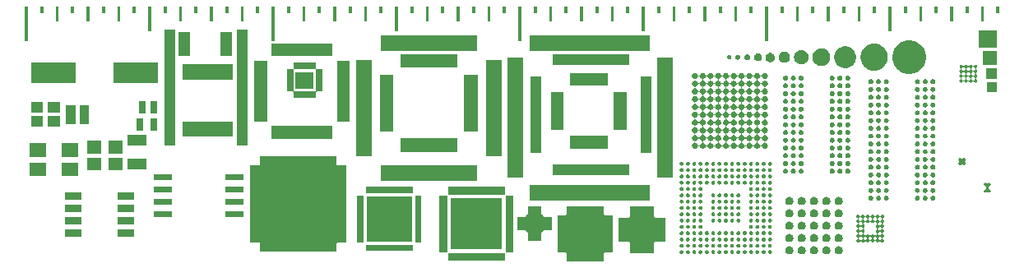
<source format=gbr>
%TF.GenerationSoftware,KiCad,Pcbnew,5.1.4+dfsg1-1*%
%TF.CreationDate,2019-10-23T15:13:16-07:00*%
%TF.ProjectId,PCB_Ruler,5043425f-5275-46c6-9572-2e6b69636164,rev?*%
%TF.SameCoordinates,Original*%
%TF.FileFunction,Soldermask,Bot*%
%TF.FilePolarity,Negative*%
%FSLAX46Y46*%
G04 Gerber Fmt 4.6, Leading zero omitted, Abs format (unit mm)*
G04 Created by KiCad (PCBNEW 5.1.4+dfsg1-1) date 2019-10-23 15:13:16*
%MOMM*%
%LPD*%
G04 APERTURE LIST*
%ADD10C,0.100000*%
G04 APERTURE END LIST*
D10*
G36*
X146600000Y-96500000D02*
G01*
X146300000Y-96500000D01*
X146300000Y-93000000D01*
X146600000Y-93000000D01*
X146600000Y-96500000D01*
G37*
G36*
X148187500Y-93635000D02*
G01*
X147887500Y-93635000D01*
X147887500Y-93000000D01*
X148187500Y-93000000D01*
X148187500Y-93635000D01*
G37*
G36*
X149775000Y-94500000D02*
G01*
X149475000Y-94500000D01*
X149475000Y-93000000D01*
X149775000Y-93000000D01*
X149775000Y-94500000D01*
G37*
G36*
X152950000Y-94500000D02*
G01*
X152650000Y-94500000D01*
X152650000Y-93000000D01*
X152950000Y-93000000D01*
X152950000Y-94500000D01*
G37*
G36*
X156125000Y-94500000D02*
G01*
X155825000Y-94500000D01*
X155825000Y-93000000D01*
X156125000Y-93000000D01*
X156125000Y-94500000D01*
G37*
G36*
X159300000Y-95500000D02*
G01*
X159000000Y-95500000D01*
X159000000Y-93000000D01*
X159300000Y-93000000D01*
X159300000Y-95500000D01*
G37*
G36*
X162475000Y-94500000D02*
G01*
X162175000Y-94500000D01*
X162175000Y-93000000D01*
X162475000Y-93000000D01*
X162475000Y-94500000D01*
G37*
G36*
X165650000Y-94500000D02*
G01*
X165350000Y-94500000D01*
X165350000Y-93000000D01*
X165650000Y-93000000D01*
X165650000Y-94500000D01*
G37*
G36*
X168825000Y-94500000D02*
G01*
X168525000Y-94500000D01*
X168525000Y-93000000D01*
X168825000Y-93000000D01*
X168825000Y-94500000D01*
G37*
G36*
X170412500Y-93635000D02*
G01*
X170112500Y-93635000D01*
X170112500Y-93000000D01*
X170412500Y-93000000D01*
X170412500Y-93635000D01*
G37*
G36*
X167237500Y-93635000D02*
G01*
X166937500Y-93635000D01*
X166937500Y-93000000D01*
X167237500Y-93000000D01*
X167237500Y-93635000D01*
G37*
G36*
X164062500Y-93635000D02*
G01*
X163762500Y-93635000D01*
X163762500Y-93000000D01*
X164062500Y-93000000D01*
X164062500Y-93635000D01*
G37*
G36*
X160887500Y-93635000D02*
G01*
X160587500Y-93635000D01*
X160587500Y-93000000D01*
X160887500Y-93000000D01*
X160887500Y-93635000D01*
G37*
G36*
X157712500Y-93635000D02*
G01*
X157412500Y-93635000D01*
X157412500Y-93000000D01*
X157712500Y-93000000D01*
X157712500Y-93635000D01*
G37*
G36*
X154537500Y-93635000D02*
G01*
X154237500Y-93635000D01*
X154237500Y-93000000D01*
X154537500Y-93000000D01*
X154537500Y-93635000D01*
G37*
G36*
X151362500Y-93635000D02*
G01*
X151062500Y-93635000D01*
X151062500Y-93000000D01*
X151362500Y-93000000D01*
X151362500Y-93635000D01*
G37*
G36*
X121200000Y-96500000D02*
G01*
X120900000Y-96500000D01*
X120900000Y-93000000D01*
X121200000Y-93000000D01*
X121200000Y-96500000D01*
G37*
G36*
X122787500Y-93635000D02*
G01*
X122487500Y-93635000D01*
X122487500Y-93000000D01*
X122787500Y-93000000D01*
X122787500Y-93635000D01*
G37*
G36*
X124375000Y-94500000D02*
G01*
X124075000Y-94500000D01*
X124075000Y-93000000D01*
X124375000Y-93000000D01*
X124375000Y-94500000D01*
G37*
G36*
X127550000Y-94500000D02*
G01*
X127250000Y-94500000D01*
X127250000Y-93000000D01*
X127550000Y-93000000D01*
X127550000Y-94500000D01*
G37*
G36*
X130725000Y-94500000D02*
G01*
X130425000Y-94500000D01*
X130425000Y-93000000D01*
X130725000Y-93000000D01*
X130725000Y-94500000D01*
G37*
G36*
X133900000Y-95500000D02*
G01*
X133600000Y-95500000D01*
X133600000Y-93000000D01*
X133900000Y-93000000D01*
X133900000Y-95500000D01*
G37*
G36*
X137075000Y-94500000D02*
G01*
X136775000Y-94500000D01*
X136775000Y-93000000D01*
X137075000Y-93000000D01*
X137075000Y-94500000D01*
G37*
G36*
X140250000Y-94500000D02*
G01*
X139950000Y-94500000D01*
X139950000Y-93000000D01*
X140250000Y-93000000D01*
X140250000Y-94500000D01*
G37*
G36*
X143425000Y-94500000D02*
G01*
X143125000Y-94500000D01*
X143125000Y-93000000D01*
X143425000Y-93000000D01*
X143425000Y-94500000D01*
G37*
G36*
X145012500Y-93635000D02*
G01*
X144712500Y-93635000D01*
X144712500Y-93000000D01*
X145012500Y-93000000D01*
X145012500Y-93635000D01*
G37*
G36*
X141837500Y-93635000D02*
G01*
X141537500Y-93635000D01*
X141537500Y-93000000D01*
X141837500Y-93000000D01*
X141837500Y-93635000D01*
G37*
G36*
X138662500Y-93635000D02*
G01*
X138362500Y-93635000D01*
X138362500Y-93000000D01*
X138662500Y-93000000D01*
X138662500Y-93635000D01*
G37*
G36*
X135487500Y-93635000D02*
G01*
X135187500Y-93635000D01*
X135187500Y-93000000D01*
X135487500Y-93000000D01*
X135487500Y-93635000D01*
G37*
G36*
X132312500Y-93635000D02*
G01*
X132012500Y-93635000D01*
X132012500Y-93000000D01*
X132312500Y-93000000D01*
X132312500Y-93635000D01*
G37*
G36*
X129137500Y-93635000D02*
G01*
X128837500Y-93635000D01*
X128837500Y-93000000D01*
X129137500Y-93000000D01*
X129137500Y-93635000D01*
G37*
G36*
X125962500Y-93635000D02*
G01*
X125662500Y-93635000D01*
X125662500Y-93000000D01*
X125962500Y-93000000D01*
X125962500Y-93635000D01*
G37*
G36*
X95800000Y-96500000D02*
G01*
X95500000Y-96500000D01*
X95500000Y-93000000D01*
X95800000Y-93000000D01*
X95800000Y-96500000D01*
G37*
G36*
X97387500Y-93635000D02*
G01*
X97087500Y-93635000D01*
X97087500Y-93000000D01*
X97387500Y-93000000D01*
X97387500Y-93635000D01*
G37*
G36*
X98975000Y-94500000D02*
G01*
X98675000Y-94500000D01*
X98675000Y-93000000D01*
X98975000Y-93000000D01*
X98975000Y-94500000D01*
G37*
G36*
X102150000Y-94500000D02*
G01*
X101850000Y-94500000D01*
X101850000Y-93000000D01*
X102150000Y-93000000D01*
X102150000Y-94500000D01*
G37*
G36*
X105325000Y-94500000D02*
G01*
X105025000Y-94500000D01*
X105025000Y-93000000D01*
X105325000Y-93000000D01*
X105325000Y-94500000D01*
G37*
G36*
X108500000Y-95500000D02*
G01*
X108200000Y-95500000D01*
X108200000Y-93000000D01*
X108500000Y-93000000D01*
X108500000Y-95500000D01*
G37*
G36*
X111675000Y-94500000D02*
G01*
X111375000Y-94500000D01*
X111375000Y-93000000D01*
X111675000Y-93000000D01*
X111675000Y-94500000D01*
G37*
G36*
X114850000Y-94500000D02*
G01*
X114550000Y-94500000D01*
X114550000Y-93000000D01*
X114850000Y-93000000D01*
X114850000Y-94500000D01*
G37*
G36*
X118025000Y-94500000D02*
G01*
X117725000Y-94500000D01*
X117725000Y-93000000D01*
X118025000Y-93000000D01*
X118025000Y-94500000D01*
G37*
G36*
X119612500Y-93635000D02*
G01*
X119312500Y-93635000D01*
X119312500Y-93000000D01*
X119612500Y-93000000D01*
X119612500Y-93635000D01*
G37*
G36*
X116437500Y-93635000D02*
G01*
X116137500Y-93635000D01*
X116137500Y-93000000D01*
X116437500Y-93000000D01*
X116437500Y-93635000D01*
G37*
G36*
X113262500Y-93635000D02*
G01*
X112962500Y-93635000D01*
X112962500Y-93000000D01*
X113262500Y-93000000D01*
X113262500Y-93635000D01*
G37*
G36*
X110087500Y-93635000D02*
G01*
X109787500Y-93635000D01*
X109787500Y-93000000D01*
X110087500Y-93000000D01*
X110087500Y-93635000D01*
G37*
G36*
X106912500Y-93635000D02*
G01*
X106612500Y-93635000D01*
X106612500Y-93000000D01*
X106912500Y-93000000D01*
X106912500Y-93635000D01*
G37*
G36*
X103737500Y-93635000D02*
G01*
X103437500Y-93635000D01*
X103437500Y-93000000D01*
X103737500Y-93000000D01*
X103737500Y-93635000D01*
G37*
G36*
X100562500Y-93635000D02*
G01*
X100262500Y-93635000D01*
X100262500Y-93000000D01*
X100562500Y-93000000D01*
X100562500Y-93635000D01*
G37*
G36*
X70400000Y-96500000D02*
G01*
X70100000Y-96500000D01*
X70100000Y-93000000D01*
X70400000Y-93000000D01*
X70400000Y-96500000D01*
G37*
G36*
X71987500Y-93635000D02*
G01*
X71687500Y-93635000D01*
X71687500Y-93000000D01*
X71987500Y-93000000D01*
X71987500Y-93635000D01*
G37*
G36*
X73575000Y-94500000D02*
G01*
X73275000Y-94500000D01*
X73275000Y-93000000D01*
X73575000Y-93000000D01*
X73575000Y-94500000D01*
G37*
G36*
X76750000Y-94500000D02*
G01*
X76450000Y-94500000D01*
X76450000Y-93000000D01*
X76750000Y-93000000D01*
X76750000Y-94500000D01*
G37*
G36*
X79925000Y-94500000D02*
G01*
X79625000Y-94500000D01*
X79625000Y-93000000D01*
X79925000Y-93000000D01*
X79925000Y-94500000D01*
G37*
G36*
X83100000Y-95500000D02*
G01*
X82800000Y-95500000D01*
X82800000Y-93000000D01*
X83100000Y-93000000D01*
X83100000Y-95500000D01*
G37*
G36*
X86275000Y-94500000D02*
G01*
X85975000Y-94500000D01*
X85975000Y-93000000D01*
X86275000Y-93000000D01*
X86275000Y-94500000D01*
G37*
G36*
X89450000Y-94500000D02*
G01*
X89150000Y-94500000D01*
X89150000Y-93000000D01*
X89450000Y-93000000D01*
X89450000Y-94500000D01*
G37*
G36*
X92625000Y-94500000D02*
G01*
X92325000Y-94500000D01*
X92325000Y-93000000D01*
X92625000Y-93000000D01*
X92625000Y-94500000D01*
G37*
G36*
X94212500Y-93635000D02*
G01*
X93912500Y-93635000D01*
X93912500Y-93000000D01*
X94212500Y-93000000D01*
X94212500Y-93635000D01*
G37*
G36*
X91037500Y-93635000D02*
G01*
X90737500Y-93635000D01*
X90737500Y-93000000D01*
X91037500Y-93000000D01*
X91037500Y-93635000D01*
G37*
G36*
X87862500Y-93635000D02*
G01*
X87562500Y-93635000D01*
X87562500Y-93000000D01*
X87862500Y-93000000D01*
X87862500Y-93635000D01*
G37*
G36*
X84687500Y-93635000D02*
G01*
X84387500Y-93635000D01*
X84387500Y-93000000D01*
X84687500Y-93000000D01*
X84687500Y-93635000D01*
G37*
G36*
X81512500Y-93635000D02*
G01*
X81212500Y-93635000D01*
X81212500Y-93000000D01*
X81512500Y-93000000D01*
X81512500Y-93635000D01*
G37*
G36*
X78337500Y-93635000D02*
G01*
X78037500Y-93635000D01*
X78037500Y-93000000D01*
X78337500Y-93000000D01*
X78337500Y-93635000D01*
G37*
G36*
X75162500Y-93635000D02*
G01*
X74862500Y-93635000D01*
X74862500Y-93000000D01*
X75162500Y-93000000D01*
X75162500Y-93635000D01*
G37*
G36*
X129703500Y-114331501D02*
G01*
X129705902Y-114355887D01*
X129713015Y-114379336D01*
X129724566Y-114400947D01*
X129740111Y-114419889D01*
X129759053Y-114435434D01*
X129780664Y-114446985D01*
X129804113Y-114454098D01*
X129828499Y-114456500D01*
X130578500Y-114456500D01*
X130578500Y-118308500D01*
X129828499Y-118308500D01*
X129804113Y-118310902D01*
X129780664Y-118318015D01*
X129759053Y-118329566D01*
X129740111Y-118345111D01*
X129724566Y-118364053D01*
X129713015Y-118385664D01*
X129705902Y-118409113D01*
X129703500Y-118433499D01*
X129703500Y-119183500D01*
X125851500Y-119183500D01*
X125851500Y-118433499D01*
X125849098Y-118409113D01*
X125841985Y-118385664D01*
X125830434Y-118364053D01*
X125814889Y-118345111D01*
X125795947Y-118329566D01*
X125774336Y-118318015D01*
X125750887Y-118310902D01*
X125726501Y-118308500D01*
X124976500Y-118308500D01*
X124976500Y-114456500D01*
X125726501Y-114456500D01*
X125750887Y-114454098D01*
X125774336Y-114446985D01*
X125795947Y-114435434D01*
X125814889Y-114419889D01*
X125830434Y-114400947D01*
X125841985Y-114379336D01*
X125849098Y-114355887D01*
X125851500Y-114331501D01*
X125851500Y-113581500D01*
X129703500Y-113581500D01*
X129703500Y-114331501D01*
X129703500Y-114331501D01*
G37*
G36*
X119494750Y-112292751D02*
G01*
X119497152Y-112317137D01*
X119504265Y-112340586D01*
X119515816Y-112362197D01*
X119531361Y-112381139D01*
X119550303Y-112396684D01*
X119571914Y-112408235D01*
X119595363Y-112415348D01*
X119619749Y-112417750D01*
X120369750Y-112417750D01*
X120369750Y-118269750D01*
X119619749Y-118269750D01*
X119595363Y-118272152D01*
X119571914Y-118279265D01*
X119550303Y-118290816D01*
X119531361Y-118306361D01*
X119515816Y-118325303D01*
X119504265Y-118346914D01*
X119497152Y-118370363D01*
X119494750Y-118394749D01*
X119494750Y-119144750D01*
X113642750Y-119144750D01*
X113642750Y-118394749D01*
X113640348Y-118370363D01*
X113633235Y-118346914D01*
X113621684Y-118325303D01*
X113606139Y-118306361D01*
X113587197Y-118290816D01*
X113565586Y-118279265D01*
X113542137Y-118272152D01*
X113517751Y-118269750D01*
X112767750Y-118269750D01*
X112767750Y-112469749D01*
X113569750Y-112469749D01*
X113569750Y-118217751D01*
X113572152Y-118242137D01*
X113579265Y-118265586D01*
X113590816Y-118287197D01*
X113606361Y-118306139D01*
X113625303Y-118321684D01*
X113646914Y-118333235D01*
X113670363Y-118340348D01*
X113694749Y-118342750D01*
X119442751Y-118342750D01*
X119467137Y-118340348D01*
X119490586Y-118333235D01*
X119512197Y-118321684D01*
X119531139Y-118306139D01*
X119546684Y-118287197D01*
X119558235Y-118265586D01*
X119565348Y-118242137D01*
X119567750Y-118217751D01*
X119567750Y-112469749D01*
X119565348Y-112445363D01*
X119558235Y-112421914D01*
X119546684Y-112400303D01*
X119531139Y-112381361D01*
X119512197Y-112365816D01*
X119490586Y-112354265D01*
X119467137Y-112347152D01*
X119442751Y-112344750D01*
X113694749Y-112344750D01*
X113670363Y-112347152D01*
X113646914Y-112354265D01*
X113625303Y-112365816D01*
X113606361Y-112381361D01*
X113590816Y-112400303D01*
X113579265Y-112421914D01*
X113572152Y-112445363D01*
X113569750Y-112469749D01*
X112767750Y-112469749D01*
X112767750Y-112417750D01*
X113517751Y-112417750D01*
X113542137Y-112415348D01*
X113565586Y-112408235D01*
X113587197Y-112396684D01*
X113606139Y-112381139D01*
X113621684Y-112362197D01*
X113633235Y-112340586D01*
X113640348Y-112317137D01*
X113642750Y-112292751D01*
X113642750Y-111542750D01*
X119494750Y-111542750D01*
X119494750Y-112292751D01*
X119494750Y-112292751D01*
G37*
G36*
X119194750Y-117969750D02*
G01*
X113942750Y-117969750D01*
X113942750Y-112717750D01*
X119194750Y-112717750D01*
X119194750Y-117969750D01*
X119194750Y-117969750D01*
G37*
G36*
X148909260Y-117655371D02*
G01*
X148943071Y-117669376D01*
X148986784Y-117687482D01*
X148986787Y-117687484D01*
X149056559Y-117734104D01*
X149115896Y-117793441D01*
X149121884Y-117802403D01*
X149162518Y-117863216D01*
X149180624Y-117906929D01*
X149194629Y-117940740D01*
X149211000Y-118023043D01*
X149211000Y-118106957D01*
X149194629Y-118189260D01*
X149180624Y-118223071D01*
X149162518Y-118266784D01*
X149162516Y-118266787D01*
X149115896Y-118336559D01*
X149056559Y-118395896D01*
X149041247Y-118406127D01*
X148986784Y-118442518D01*
X148943071Y-118460624D01*
X148909260Y-118474629D01*
X148826957Y-118491000D01*
X148743043Y-118491000D01*
X148660740Y-118474629D01*
X148626929Y-118460624D01*
X148583216Y-118442518D01*
X148528753Y-118406127D01*
X148513441Y-118395896D01*
X148454104Y-118336559D01*
X148407484Y-118266787D01*
X148407482Y-118266784D01*
X148389376Y-118223071D01*
X148375371Y-118189260D01*
X148359000Y-118106957D01*
X148359000Y-118023043D01*
X148375371Y-117940740D01*
X148389376Y-117906929D01*
X148407482Y-117863216D01*
X148448116Y-117802403D01*
X148454104Y-117793441D01*
X148513441Y-117734104D01*
X148583213Y-117687484D01*
X148583216Y-117687482D01*
X148626929Y-117669376D01*
X148660740Y-117655371D01*
X148743043Y-117639000D01*
X148826957Y-117639000D01*
X148909260Y-117655371D01*
X148909260Y-117655371D01*
G37*
G36*
X151449260Y-117655371D02*
G01*
X151483071Y-117669376D01*
X151526784Y-117687482D01*
X151526787Y-117687484D01*
X151596559Y-117734104D01*
X151655896Y-117793441D01*
X151661884Y-117802403D01*
X151702518Y-117863216D01*
X151720624Y-117906929D01*
X151734629Y-117940740D01*
X151751000Y-118023043D01*
X151751000Y-118106957D01*
X151734629Y-118189260D01*
X151720624Y-118223071D01*
X151702518Y-118266784D01*
X151702516Y-118266787D01*
X151655896Y-118336559D01*
X151596559Y-118395896D01*
X151581247Y-118406127D01*
X151526784Y-118442518D01*
X151483071Y-118460624D01*
X151449260Y-118474629D01*
X151366957Y-118491000D01*
X151283043Y-118491000D01*
X151200740Y-118474629D01*
X151166929Y-118460624D01*
X151123216Y-118442518D01*
X151068753Y-118406127D01*
X151053441Y-118395896D01*
X150994104Y-118336559D01*
X150947484Y-118266787D01*
X150947482Y-118266784D01*
X150929376Y-118223071D01*
X150915371Y-118189260D01*
X150899000Y-118106957D01*
X150899000Y-118023043D01*
X150915371Y-117940740D01*
X150929376Y-117906929D01*
X150947482Y-117863216D01*
X150988116Y-117802403D01*
X150994104Y-117793441D01*
X151053441Y-117734104D01*
X151123213Y-117687484D01*
X151123216Y-117687482D01*
X151166929Y-117669376D01*
X151200740Y-117655371D01*
X151283043Y-117639000D01*
X151366957Y-117639000D01*
X151449260Y-117655371D01*
X151449260Y-117655371D01*
G37*
G36*
X152719260Y-117655371D02*
G01*
X152753071Y-117669376D01*
X152796784Y-117687482D01*
X152796787Y-117687484D01*
X152866559Y-117734104D01*
X152925896Y-117793441D01*
X152931884Y-117802403D01*
X152972518Y-117863216D01*
X152990624Y-117906929D01*
X153004629Y-117940740D01*
X153021000Y-118023043D01*
X153021000Y-118106957D01*
X153004629Y-118189260D01*
X152990624Y-118223071D01*
X152972518Y-118266784D01*
X152972516Y-118266787D01*
X152925896Y-118336559D01*
X152866559Y-118395896D01*
X152851247Y-118406127D01*
X152796784Y-118442518D01*
X152753071Y-118460624D01*
X152719260Y-118474629D01*
X152636957Y-118491000D01*
X152553043Y-118491000D01*
X152470740Y-118474629D01*
X152436929Y-118460624D01*
X152393216Y-118442518D01*
X152338753Y-118406127D01*
X152323441Y-118395896D01*
X152264104Y-118336559D01*
X152217484Y-118266787D01*
X152217482Y-118266784D01*
X152199376Y-118223071D01*
X152185371Y-118189260D01*
X152169000Y-118106957D01*
X152169000Y-118023043D01*
X152185371Y-117940740D01*
X152199376Y-117906929D01*
X152217482Y-117863216D01*
X152258116Y-117802403D01*
X152264104Y-117793441D01*
X152323441Y-117734104D01*
X152393213Y-117687484D01*
X152393216Y-117687482D01*
X152436929Y-117669376D01*
X152470740Y-117655371D01*
X152553043Y-117639000D01*
X152636957Y-117639000D01*
X152719260Y-117655371D01*
X152719260Y-117655371D01*
G37*
G36*
X153989260Y-117655371D02*
G01*
X154023071Y-117669376D01*
X154066784Y-117687482D01*
X154066787Y-117687484D01*
X154136559Y-117734104D01*
X154195896Y-117793441D01*
X154201884Y-117802403D01*
X154242518Y-117863216D01*
X154260624Y-117906929D01*
X154274629Y-117940740D01*
X154291000Y-118023043D01*
X154291000Y-118106957D01*
X154274629Y-118189260D01*
X154260624Y-118223071D01*
X154242518Y-118266784D01*
X154242516Y-118266787D01*
X154195896Y-118336559D01*
X154136559Y-118395896D01*
X154121247Y-118406127D01*
X154066784Y-118442518D01*
X154023071Y-118460624D01*
X153989260Y-118474629D01*
X153906957Y-118491000D01*
X153823043Y-118491000D01*
X153740740Y-118474629D01*
X153706929Y-118460624D01*
X153663216Y-118442518D01*
X153608753Y-118406127D01*
X153593441Y-118395896D01*
X153534104Y-118336559D01*
X153487484Y-118266787D01*
X153487482Y-118266784D01*
X153469376Y-118223071D01*
X153455371Y-118189260D01*
X153439000Y-118106957D01*
X153439000Y-118023043D01*
X153455371Y-117940740D01*
X153469376Y-117906929D01*
X153487482Y-117863216D01*
X153528116Y-117802403D01*
X153534104Y-117793441D01*
X153593441Y-117734104D01*
X153663213Y-117687484D01*
X153663216Y-117687482D01*
X153706929Y-117669376D01*
X153740740Y-117655371D01*
X153823043Y-117639000D01*
X153906957Y-117639000D01*
X153989260Y-117655371D01*
X153989260Y-117655371D01*
G37*
G36*
X150179260Y-117655371D02*
G01*
X150213071Y-117669376D01*
X150256784Y-117687482D01*
X150256787Y-117687484D01*
X150326559Y-117734104D01*
X150385896Y-117793441D01*
X150391884Y-117802403D01*
X150432518Y-117863216D01*
X150450624Y-117906929D01*
X150464629Y-117940740D01*
X150481000Y-118023043D01*
X150481000Y-118106957D01*
X150464629Y-118189260D01*
X150450624Y-118223071D01*
X150432518Y-118266784D01*
X150432516Y-118266787D01*
X150385896Y-118336559D01*
X150326559Y-118395896D01*
X150311247Y-118406127D01*
X150256784Y-118442518D01*
X150213071Y-118460624D01*
X150179260Y-118474629D01*
X150096957Y-118491000D01*
X150013043Y-118491000D01*
X149930740Y-118474629D01*
X149896929Y-118460624D01*
X149853216Y-118442518D01*
X149798753Y-118406127D01*
X149783441Y-118395896D01*
X149724104Y-118336559D01*
X149677484Y-118266787D01*
X149677482Y-118266784D01*
X149659376Y-118223071D01*
X149645371Y-118189260D01*
X149629000Y-118106957D01*
X149629000Y-118023043D01*
X149645371Y-117940740D01*
X149659376Y-117906929D01*
X149677482Y-117863216D01*
X149718116Y-117802403D01*
X149724104Y-117793441D01*
X149783441Y-117734104D01*
X149853213Y-117687484D01*
X149853216Y-117687482D01*
X149896929Y-117669376D01*
X149930740Y-117655371D01*
X150013043Y-117639000D01*
X150096957Y-117639000D01*
X150179260Y-117655371D01*
X150179260Y-117655371D01*
G37*
G36*
X144212744Y-118047597D02*
G01*
X144219797Y-118049000D01*
X144258630Y-118056724D01*
X144295209Y-118071876D01*
X144328130Y-118093873D01*
X144356127Y-118121870D01*
X144378124Y-118154791D01*
X144393276Y-118191370D01*
X144398523Y-118217751D01*
X144402403Y-118237256D01*
X144406269Y-118250000D01*
X144402403Y-118262744D01*
X144401000Y-118269797D01*
X144393276Y-118308630D01*
X144378124Y-118345209D01*
X144356127Y-118378130D01*
X144328130Y-118406127D01*
X144295209Y-118428124D01*
X144258630Y-118443276D01*
X144258627Y-118443277D01*
X144258626Y-118443277D01*
X144219798Y-118451000D01*
X144180202Y-118451000D01*
X144141374Y-118443277D01*
X144141373Y-118443277D01*
X144141370Y-118443276D01*
X144104791Y-118428124D01*
X144071870Y-118406127D01*
X144043873Y-118378130D01*
X144021876Y-118345209D01*
X144006724Y-118308630D01*
X143999000Y-118269797D01*
X143997597Y-118262744D01*
X143993731Y-118250000D01*
X143997597Y-118237256D01*
X144001477Y-118217751D01*
X144006724Y-118191370D01*
X144021876Y-118154791D01*
X144043873Y-118121870D01*
X144071870Y-118093873D01*
X144104791Y-118071876D01*
X144141370Y-118056724D01*
X144180203Y-118049000D01*
X144187256Y-118047597D01*
X144200000Y-118043731D01*
X144212744Y-118047597D01*
X144212744Y-118047597D01*
G37*
G36*
X137712744Y-118047597D02*
G01*
X137719797Y-118049000D01*
X137758630Y-118056724D01*
X137795209Y-118071876D01*
X137828130Y-118093873D01*
X137856127Y-118121870D01*
X137878124Y-118154791D01*
X137893276Y-118191370D01*
X137898523Y-118217751D01*
X137902403Y-118237256D01*
X137906269Y-118250000D01*
X137902403Y-118262744D01*
X137901000Y-118269797D01*
X137893276Y-118308630D01*
X137878124Y-118345209D01*
X137856127Y-118378130D01*
X137828130Y-118406127D01*
X137795209Y-118428124D01*
X137758630Y-118443276D01*
X137758627Y-118443277D01*
X137758626Y-118443277D01*
X137719798Y-118451000D01*
X137680202Y-118451000D01*
X137641374Y-118443277D01*
X137641373Y-118443277D01*
X137641370Y-118443276D01*
X137604791Y-118428124D01*
X137571870Y-118406127D01*
X137543873Y-118378130D01*
X137521876Y-118345209D01*
X137506724Y-118308630D01*
X137506273Y-118306361D01*
X137499000Y-118269798D01*
X137499000Y-118230202D01*
X137506723Y-118191374D01*
X137506723Y-118191373D01*
X137506724Y-118191370D01*
X137521876Y-118154791D01*
X137543873Y-118121870D01*
X137571870Y-118093873D01*
X137604791Y-118071876D01*
X137641370Y-118056724D01*
X137680203Y-118049000D01*
X137687256Y-118047597D01*
X137700000Y-118043731D01*
X137712744Y-118047597D01*
X137712744Y-118047597D01*
G37*
G36*
X139662744Y-118047597D02*
G01*
X139669797Y-118049000D01*
X139708630Y-118056724D01*
X139745209Y-118071876D01*
X139778130Y-118093873D01*
X139806127Y-118121870D01*
X139828124Y-118154791D01*
X139843276Y-118191370D01*
X139848523Y-118217751D01*
X139852403Y-118237256D01*
X139856269Y-118250000D01*
X139852403Y-118262744D01*
X139851000Y-118269797D01*
X139843276Y-118308630D01*
X139828124Y-118345209D01*
X139806127Y-118378130D01*
X139778130Y-118406127D01*
X139745209Y-118428124D01*
X139708630Y-118443276D01*
X139708627Y-118443277D01*
X139708626Y-118443277D01*
X139669798Y-118451000D01*
X139630202Y-118451000D01*
X139591374Y-118443277D01*
X139591373Y-118443277D01*
X139591370Y-118443276D01*
X139554791Y-118428124D01*
X139521870Y-118406127D01*
X139493873Y-118378130D01*
X139471876Y-118345209D01*
X139456724Y-118308630D01*
X139449000Y-118269797D01*
X139447597Y-118262744D01*
X139443731Y-118250000D01*
X139447597Y-118237256D01*
X139451477Y-118217751D01*
X139456724Y-118191370D01*
X139471876Y-118154791D01*
X139493873Y-118121870D01*
X139521870Y-118093873D01*
X139554791Y-118071876D01*
X139591370Y-118056724D01*
X139630203Y-118049000D01*
X139637256Y-118047597D01*
X139650000Y-118043731D01*
X139662744Y-118047597D01*
X139662744Y-118047597D01*
G37*
G36*
X141612744Y-118047597D02*
G01*
X141619797Y-118049000D01*
X141658630Y-118056724D01*
X141695209Y-118071876D01*
X141728130Y-118093873D01*
X141756127Y-118121870D01*
X141778124Y-118154791D01*
X141793276Y-118191370D01*
X141798523Y-118217751D01*
X141802403Y-118237256D01*
X141806269Y-118250000D01*
X141802403Y-118262744D01*
X141801000Y-118269797D01*
X141793276Y-118308630D01*
X141778124Y-118345209D01*
X141756127Y-118378130D01*
X141728130Y-118406127D01*
X141695209Y-118428124D01*
X141658630Y-118443276D01*
X141658627Y-118443277D01*
X141658626Y-118443277D01*
X141619798Y-118451000D01*
X141580202Y-118451000D01*
X141541374Y-118443277D01*
X141541373Y-118443277D01*
X141541370Y-118443276D01*
X141504791Y-118428124D01*
X141471870Y-118406127D01*
X141443873Y-118378130D01*
X141421876Y-118345209D01*
X141406724Y-118308630D01*
X141399000Y-118269797D01*
X141397597Y-118262744D01*
X141393731Y-118250000D01*
X141397597Y-118237256D01*
X141401477Y-118217751D01*
X141406724Y-118191370D01*
X141421876Y-118154791D01*
X141443873Y-118121870D01*
X141471870Y-118093873D01*
X141504791Y-118071876D01*
X141541370Y-118056724D01*
X141580203Y-118049000D01*
X141587256Y-118047597D01*
X141600000Y-118043731D01*
X141612744Y-118047597D01*
X141612744Y-118047597D01*
G37*
G36*
X142262744Y-118047597D02*
G01*
X142269797Y-118049000D01*
X142308630Y-118056724D01*
X142345209Y-118071876D01*
X142378130Y-118093873D01*
X142406127Y-118121870D01*
X142428124Y-118154791D01*
X142443276Y-118191370D01*
X142448523Y-118217751D01*
X142452403Y-118237256D01*
X142456269Y-118250000D01*
X142452403Y-118262744D01*
X142451000Y-118269797D01*
X142443276Y-118308630D01*
X142428124Y-118345209D01*
X142406127Y-118378130D01*
X142378130Y-118406127D01*
X142345209Y-118428124D01*
X142308630Y-118443276D01*
X142308627Y-118443277D01*
X142308626Y-118443277D01*
X142269798Y-118451000D01*
X142230202Y-118451000D01*
X142191374Y-118443277D01*
X142191373Y-118443277D01*
X142191370Y-118443276D01*
X142154791Y-118428124D01*
X142121870Y-118406127D01*
X142093873Y-118378130D01*
X142071876Y-118345209D01*
X142056724Y-118308630D01*
X142049000Y-118269797D01*
X142047597Y-118262744D01*
X142043731Y-118250000D01*
X142047597Y-118237256D01*
X142051477Y-118217751D01*
X142056724Y-118191370D01*
X142071876Y-118154791D01*
X142093873Y-118121870D01*
X142121870Y-118093873D01*
X142154791Y-118071876D01*
X142191370Y-118056724D01*
X142230203Y-118049000D01*
X142237256Y-118047597D01*
X142250000Y-118043731D01*
X142262744Y-118047597D01*
X142262744Y-118047597D01*
G37*
G36*
X142912744Y-118047597D02*
G01*
X142919797Y-118049000D01*
X142958630Y-118056724D01*
X142995209Y-118071876D01*
X143028130Y-118093873D01*
X143056127Y-118121870D01*
X143078124Y-118154791D01*
X143093276Y-118191370D01*
X143098523Y-118217751D01*
X143102403Y-118237256D01*
X143106269Y-118250000D01*
X143102403Y-118262744D01*
X143101000Y-118269797D01*
X143093276Y-118308630D01*
X143078124Y-118345209D01*
X143056127Y-118378130D01*
X143028130Y-118406127D01*
X142995209Y-118428124D01*
X142958630Y-118443276D01*
X142958627Y-118443277D01*
X142958626Y-118443277D01*
X142919798Y-118451000D01*
X142880202Y-118451000D01*
X142841374Y-118443277D01*
X142841373Y-118443277D01*
X142841370Y-118443276D01*
X142804791Y-118428124D01*
X142771870Y-118406127D01*
X142743873Y-118378130D01*
X142721876Y-118345209D01*
X142706724Y-118308630D01*
X142699000Y-118269797D01*
X142697597Y-118262744D01*
X142693731Y-118250000D01*
X142697597Y-118237256D01*
X142701477Y-118217751D01*
X142706724Y-118191370D01*
X142721876Y-118154791D01*
X142743873Y-118121870D01*
X142771870Y-118093873D01*
X142804791Y-118071876D01*
X142841370Y-118056724D01*
X142880203Y-118049000D01*
X142887256Y-118047597D01*
X142900000Y-118043731D01*
X142912744Y-118047597D01*
X142912744Y-118047597D01*
G37*
G36*
X143562744Y-118047597D02*
G01*
X143569797Y-118049000D01*
X143608630Y-118056724D01*
X143645209Y-118071876D01*
X143678130Y-118093873D01*
X143706127Y-118121870D01*
X143728124Y-118154791D01*
X143743276Y-118191370D01*
X143748523Y-118217751D01*
X143752403Y-118237256D01*
X143756269Y-118250000D01*
X143752403Y-118262744D01*
X143751000Y-118269797D01*
X143743276Y-118308630D01*
X143728124Y-118345209D01*
X143706127Y-118378130D01*
X143678130Y-118406127D01*
X143645209Y-118428124D01*
X143608630Y-118443276D01*
X143608627Y-118443277D01*
X143608626Y-118443277D01*
X143569798Y-118451000D01*
X143530202Y-118451000D01*
X143491374Y-118443277D01*
X143491373Y-118443277D01*
X143491370Y-118443276D01*
X143454791Y-118428124D01*
X143421870Y-118406127D01*
X143393873Y-118378130D01*
X143371876Y-118345209D01*
X143356724Y-118308630D01*
X143349000Y-118269797D01*
X143347597Y-118262744D01*
X143343731Y-118250000D01*
X143347597Y-118237256D01*
X143351477Y-118217751D01*
X143356724Y-118191370D01*
X143371876Y-118154791D01*
X143393873Y-118121870D01*
X143421870Y-118093873D01*
X143454791Y-118071876D01*
X143491370Y-118056724D01*
X143530203Y-118049000D01*
X143537256Y-118047597D01*
X143550000Y-118043731D01*
X143562744Y-118047597D01*
X143562744Y-118047597D01*
G37*
G36*
X140312744Y-118047597D02*
G01*
X140319797Y-118049000D01*
X140358630Y-118056724D01*
X140395209Y-118071876D01*
X140428130Y-118093873D01*
X140456127Y-118121870D01*
X140478124Y-118154791D01*
X140493276Y-118191370D01*
X140498523Y-118217751D01*
X140502403Y-118237256D01*
X140506269Y-118250000D01*
X140502403Y-118262744D01*
X140501000Y-118269797D01*
X140493276Y-118308630D01*
X140478124Y-118345209D01*
X140456127Y-118378130D01*
X140428130Y-118406127D01*
X140395209Y-118428124D01*
X140358630Y-118443276D01*
X140358627Y-118443277D01*
X140358626Y-118443277D01*
X140319798Y-118451000D01*
X140280202Y-118451000D01*
X140241374Y-118443277D01*
X140241373Y-118443277D01*
X140241370Y-118443276D01*
X140204791Y-118428124D01*
X140171870Y-118406127D01*
X140143873Y-118378130D01*
X140121876Y-118345209D01*
X140106724Y-118308630D01*
X140099000Y-118269797D01*
X140097597Y-118262744D01*
X140093731Y-118250000D01*
X140097597Y-118237256D01*
X140101477Y-118217751D01*
X140106724Y-118191370D01*
X140121876Y-118154791D01*
X140143873Y-118121870D01*
X140171870Y-118093873D01*
X140204791Y-118071876D01*
X140241370Y-118056724D01*
X140280203Y-118049000D01*
X140287256Y-118047597D01*
X140300000Y-118043731D01*
X140312744Y-118047597D01*
X140312744Y-118047597D01*
G37*
G36*
X145512744Y-118047597D02*
G01*
X145519797Y-118049000D01*
X145558630Y-118056724D01*
X145595209Y-118071876D01*
X145628130Y-118093873D01*
X145656127Y-118121870D01*
X145678124Y-118154791D01*
X145693276Y-118191370D01*
X145698523Y-118217751D01*
X145702403Y-118237256D01*
X145706269Y-118250000D01*
X145702403Y-118262744D01*
X145701000Y-118269797D01*
X145693276Y-118308630D01*
X145678124Y-118345209D01*
X145656127Y-118378130D01*
X145628130Y-118406127D01*
X145595209Y-118428124D01*
X145558630Y-118443276D01*
X145558627Y-118443277D01*
X145558626Y-118443277D01*
X145519798Y-118451000D01*
X145480202Y-118451000D01*
X145441374Y-118443277D01*
X145441373Y-118443277D01*
X145441370Y-118443276D01*
X145404791Y-118428124D01*
X145371870Y-118406127D01*
X145343873Y-118378130D01*
X145321876Y-118345209D01*
X145306724Y-118308630D01*
X145299000Y-118269797D01*
X145297597Y-118262744D01*
X145293731Y-118250000D01*
X145297597Y-118237256D01*
X145301477Y-118217751D01*
X145306724Y-118191370D01*
X145321876Y-118154791D01*
X145343873Y-118121870D01*
X145371870Y-118093873D01*
X145404791Y-118071876D01*
X145441370Y-118056724D01*
X145480203Y-118049000D01*
X145487256Y-118047597D01*
X145500000Y-118043731D01*
X145512744Y-118047597D01*
X145512744Y-118047597D01*
G37*
G36*
X139012744Y-118047597D02*
G01*
X139019797Y-118049000D01*
X139058630Y-118056724D01*
X139095209Y-118071876D01*
X139128130Y-118093873D01*
X139156127Y-118121870D01*
X139178124Y-118154791D01*
X139193276Y-118191370D01*
X139198523Y-118217751D01*
X139202403Y-118237256D01*
X139206269Y-118250000D01*
X139202403Y-118262744D01*
X139201000Y-118269797D01*
X139193276Y-118308630D01*
X139178124Y-118345209D01*
X139156127Y-118378130D01*
X139128130Y-118406127D01*
X139095209Y-118428124D01*
X139058630Y-118443276D01*
X139058627Y-118443277D01*
X139058626Y-118443277D01*
X139019798Y-118451000D01*
X138980202Y-118451000D01*
X138941374Y-118443277D01*
X138941373Y-118443277D01*
X138941370Y-118443276D01*
X138904791Y-118428124D01*
X138871870Y-118406127D01*
X138843873Y-118378130D01*
X138821876Y-118345209D01*
X138806724Y-118308630D01*
X138799000Y-118269797D01*
X138797597Y-118262744D01*
X138793731Y-118250000D01*
X138797597Y-118237256D01*
X138801477Y-118217751D01*
X138806724Y-118191370D01*
X138821876Y-118154791D01*
X138843873Y-118121870D01*
X138871870Y-118093873D01*
X138904791Y-118071876D01*
X138941370Y-118056724D01*
X138980203Y-118049000D01*
X138987256Y-118047597D01*
X139000000Y-118043731D01*
X139012744Y-118047597D01*
X139012744Y-118047597D01*
G37*
G36*
X146162744Y-118047597D02*
G01*
X146169797Y-118049000D01*
X146208630Y-118056724D01*
X146245209Y-118071876D01*
X146278130Y-118093873D01*
X146306127Y-118121870D01*
X146328124Y-118154791D01*
X146343276Y-118191370D01*
X146348523Y-118217751D01*
X146352403Y-118237256D01*
X146356269Y-118250000D01*
X146352403Y-118262744D01*
X146351000Y-118269797D01*
X146343276Y-118308630D01*
X146328124Y-118345209D01*
X146306127Y-118378130D01*
X146278130Y-118406127D01*
X146245209Y-118428124D01*
X146208630Y-118443276D01*
X146208627Y-118443277D01*
X146208626Y-118443277D01*
X146169798Y-118451000D01*
X146130202Y-118451000D01*
X146091374Y-118443277D01*
X146091373Y-118443277D01*
X146091370Y-118443276D01*
X146054791Y-118428124D01*
X146021870Y-118406127D01*
X145993873Y-118378130D01*
X145971876Y-118345209D01*
X145956724Y-118308630D01*
X145949000Y-118269797D01*
X145947597Y-118262744D01*
X145943731Y-118250000D01*
X145947597Y-118237256D01*
X145951477Y-118217751D01*
X145956724Y-118191370D01*
X145971876Y-118154791D01*
X145993873Y-118121870D01*
X146021870Y-118093873D01*
X146054791Y-118071876D01*
X146091370Y-118056724D01*
X146130203Y-118049000D01*
X146137256Y-118047597D01*
X146150000Y-118043731D01*
X146162744Y-118047597D01*
X146162744Y-118047597D01*
G37*
G36*
X146812744Y-118047597D02*
G01*
X146819797Y-118049000D01*
X146858630Y-118056724D01*
X146895209Y-118071876D01*
X146928130Y-118093873D01*
X146956127Y-118121870D01*
X146978124Y-118154791D01*
X146993276Y-118191370D01*
X146993277Y-118191373D01*
X146993277Y-118191374D01*
X147001000Y-118230202D01*
X147001000Y-118269798D01*
X146993728Y-118306361D01*
X146993276Y-118308630D01*
X146978124Y-118345209D01*
X146956127Y-118378130D01*
X146928130Y-118406127D01*
X146895209Y-118428124D01*
X146858630Y-118443276D01*
X146858627Y-118443277D01*
X146858626Y-118443277D01*
X146819798Y-118451000D01*
X146780202Y-118451000D01*
X146741374Y-118443277D01*
X146741373Y-118443277D01*
X146741370Y-118443276D01*
X146704791Y-118428124D01*
X146671870Y-118406127D01*
X146643873Y-118378130D01*
X146621876Y-118345209D01*
X146606724Y-118308630D01*
X146599000Y-118269797D01*
X146597597Y-118262744D01*
X146593731Y-118250000D01*
X146597597Y-118237256D01*
X146601477Y-118217751D01*
X146606724Y-118191370D01*
X146621876Y-118154791D01*
X146643873Y-118121870D01*
X146671870Y-118093873D01*
X146704791Y-118071876D01*
X146741370Y-118056724D01*
X146780203Y-118049000D01*
X146787256Y-118047597D01*
X146800000Y-118043731D01*
X146812744Y-118047597D01*
X146812744Y-118047597D01*
G37*
G36*
X140962744Y-118047597D02*
G01*
X140969797Y-118049000D01*
X141008630Y-118056724D01*
X141045209Y-118071876D01*
X141078130Y-118093873D01*
X141106127Y-118121870D01*
X141128124Y-118154791D01*
X141143276Y-118191370D01*
X141148523Y-118217751D01*
X141152403Y-118237256D01*
X141156269Y-118250000D01*
X141152403Y-118262744D01*
X141151000Y-118269797D01*
X141143276Y-118308630D01*
X141128124Y-118345209D01*
X141106127Y-118378130D01*
X141078130Y-118406127D01*
X141045209Y-118428124D01*
X141008630Y-118443276D01*
X141008627Y-118443277D01*
X141008626Y-118443277D01*
X140969798Y-118451000D01*
X140930202Y-118451000D01*
X140891374Y-118443277D01*
X140891373Y-118443277D01*
X140891370Y-118443276D01*
X140854791Y-118428124D01*
X140821870Y-118406127D01*
X140793873Y-118378130D01*
X140771876Y-118345209D01*
X140756724Y-118308630D01*
X140749000Y-118269797D01*
X140747597Y-118262744D01*
X140743731Y-118250000D01*
X140747597Y-118237256D01*
X140751477Y-118217751D01*
X140756724Y-118191370D01*
X140771876Y-118154791D01*
X140793873Y-118121870D01*
X140821870Y-118093873D01*
X140854791Y-118071876D01*
X140891370Y-118056724D01*
X140930203Y-118049000D01*
X140937256Y-118047597D01*
X140950000Y-118043731D01*
X140962744Y-118047597D01*
X140962744Y-118047597D01*
G37*
G36*
X138362744Y-118047597D02*
G01*
X138369797Y-118049000D01*
X138408630Y-118056724D01*
X138445209Y-118071876D01*
X138478130Y-118093873D01*
X138506127Y-118121870D01*
X138528124Y-118154791D01*
X138543276Y-118191370D01*
X138548523Y-118217751D01*
X138552403Y-118237256D01*
X138556269Y-118250000D01*
X138552403Y-118262744D01*
X138551000Y-118269797D01*
X138543276Y-118308630D01*
X138528124Y-118345209D01*
X138506127Y-118378130D01*
X138478130Y-118406127D01*
X138445209Y-118428124D01*
X138408630Y-118443276D01*
X138408627Y-118443277D01*
X138408626Y-118443277D01*
X138369798Y-118451000D01*
X138330202Y-118451000D01*
X138291374Y-118443277D01*
X138291373Y-118443277D01*
X138291370Y-118443276D01*
X138254791Y-118428124D01*
X138221870Y-118406127D01*
X138193873Y-118378130D01*
X138171876Y-118345209D01*
X138156724Y-118308630D01*
X138149000Y-118269797D01*
X138147597Y-118262744D01*
X138143731Y-118250000D01*
X138147597Y-118237256D01*
X138151477Y-118217751D01*
X138156724Y-118191370D01*
X138171876Y-118154791D01*
X138193873Y-118121870D01*
X138221870Y-118093873D01*
X138254791Y-118071876D01*
X138291370Y-118056724D01*
X138330203Y-118049000D01*
X138337256Y-118047597D01*
X138350000Y-118043731D01*
X138362744Y-118047597D01*
X138362744Y-118047597D01*
G37*
G36*
X144862744Y-118047597D02*
G01*
X144869797Y-118049000D01*
X144908630Y-118056724D01*
X144945209Y-118071876D01*
X144978130Y-118093873D01*
X145006127Y-118121870D01*
X145028124Y-118154791D01*
X145043276Y-118191370D01*
X145048523Y-118217751D01*
X145052403Y-118237256D01*
X145056269Y-118250000D01*
X145052403Y-118262744D01*
X145051000Y-118269797D01*
X145043276Y-118308630D01*
X145028124Y-118345209D01*
X145006127Y-118378130D01*
X144978130Y-118406127D01*
X144945209Y-118428124D01*
X144908630Y-118443276D01*
X144908627Y-118443277D01*
X144908626Y-118443277D01*
X144869798Y-118451000D01*
X144830202Y-118451000D01*
X144791374Y-118443277D01*
X144791373Y-118443277D01*
X144791370Y-118443276D01*
X144754791Y-118428124D01*
X144721870Y-118406127D01*
X144693873Y-118378130D01*
X144671876Y-118345209D01*
X144656724Y-118308630D01*
X144649000Y-118269797D01*
X144647597Y-118262744D01*
X144643731Y-118250000D01*
X144647597Y-118237256D01*
X144651477Y-118217751D01*
X144656724Y-118191370D01*
X144671876Y-118154791D01*
X144693873Y-118121870D01*
X144721870Y-118093873D01*
X144754791Y-118071876D01*
X144791370Y-118056724D01*
X144830203Y-118049000D01*
X144837256Y-118047597D01*
X144850000Y-118043731D01*
X144862744Y-118047597D01*
X144862744Y-118047597D01*
G37*
G36*
X134826000Y-114524001D02*
G01*
X134828402Y-114548387D01*
X134835515Y-114571836D01*
X134847066Y-114593447D01*
X134862611Y-114612389D01*
X134881553Y-114627934D01*
X134903164Y-114639485D01*
X134926613Y-114646598D01*
X134928242Y-114646758D01*
X134928402Y-114648387D01*
X134935515Y-114671836D01*
X134947066Y-114693447D01*
X134962611Y-114712389D01*
X134981553Y-114727934D01*
X135003164Y-114739485D01*
X135026613Y-114746598D01*
X135050999Y-114749000D01*
X136006000Y-114749000D01*
X136006000Y-117151000D01*
X135050999Y-117151000D01*
X135026613Y-117153402D01*
X135003164Y-117160515D01*
X134981553Y-117172066D01*
X134962611Y-117187611D01*
X134947066Y-117206553D01*
X134935515Y-117228164D01*
X134928402Y-117251613D01*
X134928242Y-117253242D01*
X134926613Y-117253402D01*
X134903164Y-117260515D01*
X134881553Y-117272066D01*
X134862611Y-117287611D01*
X134847066Y-117306553D01*
X134835515Y-117328164D01*
X134828402Y-117351613D01*
X134826000Y-117375999D01*
X134826000Y-118331000D01*
X132424000Y-118331000D01*
X132424000Y-117375999D01*
X132421598Y-117351613D01*
X132414485Y-117328164D01*
X132402934Y-117306553D01*
X132387389Y-117287611D01*
X132368447Y-117272066D01*
X132346836Y-117260515D01*
X132323387Y-117253402D01*
X132321758Y-117253242D01*
X132321598Y-117251613D01*
X132314485Y-117228164D01*
X132302934Y-117206553D01*
X132287389Y-117187611D01*
X132268447Y-117172066D01*
X132246836Y-117160515D01*
X132223387Y-117153402D01*
X132199001Y-117151000D01*
X131244000Y-117151000D01*
X131244000Y-114749000D01*
X132199001Y-114749000D01*
X132223387Y-114746598D01*
X132246836Y-114739485D01*
X132268447Y-114727934D01*
X132287389Y-114712389D01*
X132302934Y-114693447D01*
X132314485Y-114671836D01*
X132321598Y-114648387D01*
X132321758Y-114646758D01*
X132323387Y-114646598D01*
X132346836Y-114639485D01*
X132368447Y-114627934D01*
X132387389Y-114612389D01*
X132402934Y-114593447D01*
X132414485Y-114571836D01*
X132421598Y-114548387D01*
X132424000Y-114524001D01*
X132424000Y-113569000D01*
X134826000Y-113569000D01*
X134826000Y-114524001D01*
X134826000Y-114524001D01*
G37*
G36*
X102194750Y-109205251D02*
G01*
X102197152Y-109229637D01*
X102204265Y-109253086D01*
X102215816Y-109274697D01*
X102231361Y-109293639D01*
X102250303Y-109309184D01*
X102271914Y-109320735D01*
X102295363Y-109327848D01*
X102319749Y-109330250D01*
X103169750Y-109330250D01*
X103169750Y-117232250D01*
X102319749Y-117232250D01*
X102295363Y-117234652D01*
X102271914Y-117241765D01*
X102250303Y-117253316D01*
X102231361Y-117268861D01*
X102215816Y-117287803D01*
X102204265Y-117309414D01*
X102197152Y-117332863D01*
X102194750Y-117357249D01*
X102194750Y-118207250D01*
X94292750Y-118207250D01*
X94292750Y-117357249D01*
X94290348Y-117332863D01*
X94283235Y-117309414D01*
X94271684Y-117287803D01*
X94256139Y-117268861D01*
X94237197Y-117253316D01*
X94215586Y-117241765D01*
X94192137Y-117234652D01*
X94167751Y-117232250D01*
X93317750Y-117232250D01*
X93317750Y-109330250D01*
X94167751Y-109330250D01*
X94192137Y-109327848D01*
X94215586Y-109320735D01*
X94237197Y-109309184D01*
X94256139Y-109293639D01*
X94271684Y-109274697D01*
X94283235Y-109253086D01*
X94290348Y-109229637D01*
X94292750Y-109205251D01*
X94292750Y-108355250D01*
X102194750Y-108355250D01*
X102194750Y-109205251D01*
X102194750Y-109205251D01*
G37*
G36*
X110076000Y-118151000D02*
G01*
X105174000Y-118151000D01*
X105174000Y-117549000D01*
X110076000Y-117549000D01*
X110076000Y-118151000D01*
X110076000Y-118151000D01*
G37*
G36*
X142262744Y-117397597D02*
G01*
X142269797Y-117399000D01*
X142308630Y-117406724D01*
X142345209Y-117421876D01*
X142378130Y-117443873D01*
X142406127Y-117471870D01*
X142428124Y-117504791D01*
X142443276Y-117541370D01*
X142451000Y-117580202D01*
X142452403Y-117587256D01*
X142456269Y-117600000D01*
X142452403Y-117612744D01*
X142451000Y-117619797D01*
X142443276Y-117658630D01*
X142428124Y-117695209D01*
X142406127Y-117728130D01*
X142378130Y-117756127D01*
X142345209Y-117778124D01*
X142308630Y-117793276D01*
X142269797Y-117801000D01*
X142262744Y-117802403D01*
X142250000Y-117806269D01*
X142237256Y-117802403D01*
X142230203Y-117801000D01*
X142191370Y-117793276D01*
X142154791Y-117778124D01*
X142121870Y-117756127D01*
X142093873Y-117728130D01*
X142071876Y-117695209D01*
X142056724Y-117658630D01*
X142049000Y-117619797D01*
X142047597Y-117612744D01*
X142043731Y-117600000D01*
X142047597Y-117587256D01*
X142049000Y-117580202D01*
X142056724Y-117541370D01*
X142071876Y-117504791D01*
X142093873Y-117471870D01*
X142121870Y-117443873D01*
X142154791Y-117421876D01*
X142191370Y-117406724D01*
X142230203Y-117399000D01*
X142237256Y-117397597D01*
X142250000Y-117393731D01*
X142262744Y-117397597D01*
X142262744Y-117397597D01*
G37*
G36*
X139012744Y-117397597D02*
G01*
X139019797Y-117399000D01*
X139058630Y-117406724D01*
X139095209Y-117421876D01*
X139128130Y-117443873D01*
X139156127Y-117471870D01*
X139178124Y-117504791D01*
X139193276Y-117541370D01*
X139201000Y-117580202D01*
X139202403Y-117587256D01*
X139206269Y-117600000D01*
X139202403Y-117612744D01*
X139201000Y-117619797D01*
X139193276Y-117658630D01*
X139178124Y-117695209D01*
X139156127Y-117728130D01*
X139128130Y-117756127D01*
X139095209Y-117778124D01*
X139058630Y-117793276D01*
X139019797Y-117801000D01*
X139012744Y-117802403D01*
X139000000Y-117806269D01*
X138987256Y-117802403D01*
X138980203Y-117801000D01*
X138941370Y-117793276D01*
X138904791Y-117778124D01*
X138871870Y-117756127D01*
X138843873Y-117728130D01*
X138821876Y-117695209D01*
X138806724Y-117658630D01*
X138799000Y-117619797D01*
X138797597Y-117612744D01*
X138793731Y-117600000D01*
X138797597Y-117587256D01*
X138799000Y-117580202D01*
X138806724Y-117541370D01*
X138821876Y-117504791D01*
X138843873Y-117471870D01*
X138871870Y-117443873D01*
X138904791Y-117421876D01*
X138941370Y-117406724D01*
X138980203Y-117399000D01*
X138987256Y-117397597D01*
X139000000Y-117393731D01*
X139012744Y-117397597D01*
X139012744Y-117397597D01*
G37*
G36*
X139662744Y-117397597D02*
G01*
X139669797Y-117399000D01*
X139708630Y-117406724D01*
X139745209Y-117421876D01*
X139778130Y-117443873D01*
X139806127Y-117471870D01*
X139828124Y-117504791D01*
X139843276Y-117541370D01*
X139851000Y-117580202D01*
X139852403Y-117587256D01*
X139856269Y-117600000D01*
X139852403Y-117612744D01*
X139851000Y-117619797D01*
X139843276Y-117658630D01*
X139828124Y-117695209D01*
X139806127Y-117728130D01*
X139778130Y-117756127D01*
X139745209Y-117778124D01*
X139708630Y-117793276D01*
X139669797Y-117801000D01*
X139662744Y-117802403D01*
X139650000Y-117806269D01*
X139637256Y-117802403D01*
X139630203Y-117801000D01*
X139591370Y-117793276D01*
X139554791Y-117778124D01*
X139521870Y-117756127D01*
X139493873Y-117728130D01*
X139471876Y-117695209D01*
X139456724Y-117658630D01*
X139449000Y-117619797D01*
X139447597Y-117612744D01*
X139443731Y-117600000D01*
X139447597Y-117587256D01*
X139449000Y-117580202D01*
X139456724Y-117541370D01*
X139471876Y-117504791D01*
X139493873Y-117471870D01*
X139521870Y-117443873D01*
X139554791Y-117421876D01*
X139591370Y-117406724D01*
X139630203Y-117399000D01*
X139637256Y-117397597D01*
X139650000Y-117393731D01*
X139662744Y-117397597D01*
X139662744Y-117397597D01*
G37*
G36*
X138362744Y-117397597D02*
G01*
X138369797Y-117399000D01*
X138408630Y-117406724D01*
X138445209Y-117421876D01*
X138478130Y-117443873D01*
X138506127Y-117471870D01*
X138528124Y-117504791D01*
X138543276Y-117541370D01*
X138551000Y-117580202D01*
X138552403Y-117587256D01*
X138556269Y-117600000D01*
X138552403Y-117612744D01*
X138551000Y-117619797D01*
X138543276Y-117658630D01*
X138528124Y-117695209D01*
X138506127Y-117728130D01*
X138478130Y-117756127D01*
X138445209Y-117778124D01*
X138408630Y-117793276D01*
X138369797Y-117801000D01*
X138362744Y-117802403D01*
X138350000Y-117806269D01*
X138337256Y-117802403D01*
X138330203Y-117801000D01*
X138291370Y-117793276D01*
X138254791Y-117778124D01*
X138221870Y-117756127D01*
X138193873Y-117728130D01*
X138171876Y-117695209D01*
X138156724Y-117658630D01*
X138149000Y-117619797D01*
X138147597Y-117612744D01*
X138143731Y-117600000D01*
X138147597Y-117587256D01*
X138149000Y-117580202D01*
X138156724Y-117541370D01*
X138171876Y-117504791D01*
X138193873Y-117471870D01*
X138221870Y-117443873D01*
X138254791Y-117421876D01*
X138291370Y-117406724D01*
X138330203Y-117399000D01*
X138337256Y-117397597D01*
X138350000Y-117393731D01*
X138362744Y-117397597D01*
X138362744Y-117397597D01*
G37*
G36*
X137712744Y-117397597D02*
G01*
X137719797Y-117399000D01*
X137758630Y-117406724D01*
X137795209Y-117421876D01*
X137828130Y-117443873D01*
X137856127Y-117471870D01*
X137878124Y-117504791D01*
X137893276Y-117541370D01*
X137901000Y-117580202D01*
X137902403Y-117587256D01*
X137906269Y-117600000D01*
X137902403Y-117612744D01*
X137901000Y-117619797D01*
X137893276Y-117658630D01*
X137878124Y-117695209D01*
X137856127Y-117728130D01*
X137828130Y-117756127D01*
X137795209Y-117778124D01*
X137758630Y-117793276D01*
X137719797Y-117801000D01*
X137712744Y-117802403D01*
X137700000Y-117806269D01*
X137687256Y-117802403D01*
X137680203Y-117801000D01*
X137641370Y-117793276D01*
X137604791Y-117778124D01*
X137571870Y-117756127D01*
X137543873Y-117728130D01*
X137521876Y-117695209D01*
X137506724Y-117658630D01*
X137502820Y-117639000D01*
X137499000Y-117619798D01*
X137499000Y-117580202D01*
X137506723Y-117541374D01*
X137506723Y-117541373D01*
X137506724Y-117541370D01*
X137521876Y-117504791D01*
X137543873Y-117471870D01*
X137571870Y-117443873D01*
X137604791Y-117421876D01*
X137641370Y-117406724D01*
X137680203Y-117399000D01*
X137687256Y-117397597D01*
X137700000Y-117393731D01*
X137712744Y-117397597D01*
X137712744Y-117397597D01*
G37*
G36*
X140312744Y-117397597D02*
G01*
X140319797Y-117399000D01*
X140358630Y-117406724D01*
X140395209Y-117421876D01*
X140428130Y-117443873D01*
X140456127Y-117471870D01*
X140478124Y-117504791D01*
X140493276Y-117541370D01*
X140501000Y-117580202D01*
X140502403Y-117587256D01*
X140506269Y-117600000D01*
X140502403Y-117612744D01*
X140501000Y-117619797D01*
X140493276Y-117658630D01*
X140478124Y-117695209D01*
X140456127Y-117728130D01*
X140428130Y-117756127D01*
X140395209Y-117778124D01*
X140358630Y-117793276D01*
X140319797Y-117801000D01*
X140312744Y-117802403D01*
X140300000Y-117806269D01*
X140287256Y-117802403D01*
X140280203Y-117801000D01*
X140241370Y-117793276D01*
X140204791Y-117778124D01*
X140171870Y-117756127D01*
X140143873Y-117728130D01*
X140121876Y-117695209D01*
X140106724Y-117658630D01*
X140099000Y-117619797D01*
X140097597Y-117612744D01*
X140093731Y-117600000D01*
X140097597Y-117587256D01*
X140099000Y-117580202D01*
X140106724Y-117541370D01*
X140121876Y-117504791D01*
X140143873Y-117471870D01*
X140171870Y-117443873D01*
X140204791Y-117421876D01*
X140241370Y-117406724D01*
X140280203Y-117399000D01*
X140287256Y-117397597D01*
X140300000Y-117393731D01*
X140312744Y-117397597D01*
X140312744Y-117397597D01*
G37*
G36*
X140962744Y-117397597D02*
G01*
X140969797Y-117399000D01*
X141008630Y-117406724D01*
X141045209Y-117421876D01*
X141078130Y-117443873D01*
X141106127Y-117471870D01*
X141128124Y-117504791D01*
X141143276Y-117541370D01*
X141151000Y-117580202D01*
X141152403Y-117587256D01*
X141156269Y-117600000D01*
X141152403Y-117612744D01*
X141151000Y-117619797D01*
X141143276Y-117658630D01*
X141128124Y-117695209D01*
X141106127Y-117728130D01*
X141078130Y-117756127D01*
X141045209Y-117778124D01*
X141008630Y-117793276D01*
X140969797Y-117801000D01*
X140962744Y-117802403D01*
X140950000Y-117806269D01*
X140937256Y-117802403D01*
X140930203Y-117801000D01*
X140891370Y-117793276D01*
X140854791Y-117778124D01*
X140821870Y-117756127D01*
X140793873Y-117728130D01*
X140771876Y-117695209D01*
X140756724Y-117658630D01*
X140749000Y-117619797D01*
X140747597Y-117612744D01*
X140743731Y-117600000D01*
X140747597Y-117587256D01*
X140749000Y-117580202D01*
X140756724Y-117541370D01*
X140771876Y-117504791D01*
X140793873Y-117471870D01*
X140821870Y-117443873D01*
X140854791Y-117421876D01*
X140891370Y-117406724D01*
X140930203Y-117399000D01*
X140937256Y-117397597D01*
X140950000Y-117393731D01*
X140962744Y-117397597D01*
X140962744Y-117397597D01*
G37*
G36*
X142912744Y-117397597D02*
G01*
X142919797Y-117399000D01*
X142958630Y-117406724D01*
X142995209Y-117421876D01*
X143028130Y-117443873D01*
X143056127Y-117471870D01*
X143078124Y-117504791D01*
X143093276Y-117541370D01*
X143101000Y-117580202D01*
X143102403Y-117587256D01*
X143106269Y-117600000D01*
X143102403Y-117612744D01*
X143101000Y-117619797D01*
X143093276Y-117658630D01*
X143078124Y-117695209D01*
X143056127Y-117728130D01*
X143028130Y-117756127D01*
X142995209Y-117778124D01*
X142958630Y-117793276D01*
X142919797Y-117801000D01*
X142912744Y-117802403D01*
X142900000Y-117806269D01*
X142887256Y-117802403D01*
X142880203Y-117801000D01*
X142841370Y-117793276D01*
X142804791Y-117778124D01*
X142771870Y-117756127D01*
X142743873Y-117728130D01*
X142721876Y-117695209D01*
X142706724Y-117658630D01*
X142699000Y-117619797D01*
X142697597Y-117612744D01*
X142693731Y-117600000D01*
X142697597Y-117587256D01*
X142699000Y-117580202D01*
X142706724Y-117541370D01*
X142721876Y-117504791D01*
X142743873Y-117471870D01*
X142771870Y-117443873D01*
X142804791Y-117421876D01*
X142841370Y-117406724D01*
X142880203Y-117399000D01*
X142887256Y-117397597D01*
X142900000Y-117393731D01*
X142912744Y-117397597D01*
X142912744Y-117397597D01*
G37*
G36*
X143562744Y-117397597D02*
G01*
X143569797Y-117399000D01*
X143608630Y-117406724D01*
X143645209Y-117421876D01*
X143678130Y-117443873D01*
X143706127Y-117471870D01*
X143728124Y-117504791D01*
X143743276Y-117541370D01*
X143751000Y-117580202D01*
X143752403Y-117587256D01*
X143756269Y-117600000D01*
X143752403Y-117612744D01*
X143751000Y-117619797D01*
X143743276Y-117658630D01*
X143728124Y-117695209D01*
X143706127Y-117728130D01*
X143678130Y-117756127D01*
X143645209Y-117778124D01*
X143608630Y-117793276D01*
X143569797Y-117801000D01*
X143562744Y-117802403D01*
X143550000Y-117806269D01*
X143537256Y-117802403D01*
X143530203Y-117801000D01*
X143491370Y-117793276D01*
X143454791Y-117778124D01*
X143421870Y-117756127D01*
X143393873Y-117728130D01*
X143371876Y-117695209D01*
X143356724Y-117658630D01*
X143349000Y-117619797D01*
X143347597Y-117612744D01*
X143343731Y-117600000D01*
X143347597Y-117587256D01*
X143349000Y-117580202D01*
X143356724Y-117541370D01*
X143371876Y-117504791D01*
X143393873Y-117471870D01*
X143421870Y-117443873D01*
X143454791Y-117421876D01*
X143491370Y-117406724D01*
X143530203Y-117399000D01*
X143537256Y-117397597D01*
X143550000Y-117393731D01*
X143562744Y-117397597D01*
X143562744Y-117397597D01*
G37*
G36*
X141612744Y-117397597D02*
G01*
X141619797Y-117399000D01*
X141658630Y-117406724D01*
X141695209Y-117421876D01*
X141728130Y-117443873D01*
X141756127Y-117471870D01*
X141778124Y-117504791D01*
X141793276Y-117541370D01*
X141801000Y-117580202D01*
X141802403Y-117587256D01*
X141806269Y-117600000D01*
X141802403Y-117612744D01*
X141801000Y-117619797D01*
X141793276Y-117658630D01*
X141778124Y-117695209D01*
X141756127Y-117728130D01*
X141728130Y-117756127D01*
X141695209Y-117778124D01*
X141658630Y-117793276D01*
X141619797Y-117801000D01*
X141612744Y-117802403D01*
X141600000Y-117806269D01*
X141587256Y-117802403D01*
X141580203Y-117801000D01*
X141541370Y-117793276D01*
X141504791Y-117778124D01*
X141471870Y-117756127D01*
X141443873Y-117728130D01*
X141421876Y-117695209D01*
X141406724Y-117658630D01*
X141399000Y-117619797D01*
X141397597Y-117612744D01*
X141393731Y-117600000D01*
X141397597Y-117587256D01*
X141399000Y-117580202D01*
X141406724Y-117541370D01*
X141421876Y-117504791D01*
X141443873Y-117471870D01*
X141471870Y-117443873D01*
X141504791Y-117421876D01*
X141541370Y-117406724D01*
X141580203Y-117399000D01*
X141587256Y-117397597D01*
X141600000Y-117393731D01*
X141612744Y-117397597D01*
X141612744Y-117397597D01*
G37*
G36*
X146812744Y-117397597D02*
G01*
X146819797Y-117399000D01*
X146858630Y-117406724D01*
X146895209Y-117421876D01*
X146928130Y-117443873D01*
X146956127Y-117471870D01*
X146978124Y-117504791D01*
X146993276Y-117541370D01*
X146993277Y-117541373D01*
X146993277Y-117541374D01*
X147001000Y-117580202D01*
X147001000Y-117619798D01*
X146997181Y-117639000D01*
X146993276Y-117658630D01*
X146978124Y-117695209D01*
X146956127Y-117728130D01*
X146928130Y-117756127D01*
X146895209Y-117778124D01*
X146858630Y-117793276D01*
X146819797Y-117801000D01*
X146812744Y-117802403D01*
X146800000Y-117806269D01*
X146787256Y-117802403D01*
X146780203Y-117801000D01*
X146741370Y-117793276D01*
X146704791Y-117778124D01*
X146671870Y-117756127D01*
X146643873Y-117728130D01*
X146621876Y-117695209D01*
X146606724Y-117658630D01*
X146599000Y-117619797D01*
X146597597Y-117612744D01*
X146593731Y-117600000D01*
X146597597Y-117587256D01*
X146599000Y-117580202D01*
X146606724Y-117541370D01*
X146621876Y-117504791D01*
X146643873Y-117471870D01*
X146671870Y-117443873D01*
X146704791Y-117421876D01*
X146741370Y-117406724D01*
X146780203Y-117399000D01*
X146787256Y-117397597D01*
X146800000Y-117393731D01*
X146812744Y-117397597D01*
X146812744Y-117397597D01*
G37*
G36*
X146162744Y-117397597D02*
G01*
X146169797Y-117399000D01*
X146208630Y-117406724D01*
X146245209Y-117421876D01*
X146278130Y-117443873D01*
X146306127Y-117471870D01*
X146328124Y-117504791D01*
X146343276Y-117541370D01*
X146351000Y-117580202D01*
X146352403Y-117587256D01*
X146356269Y-117600000D01*
X146352403Y-117612744D01*
X146351000Y-117619797D01*
X146343276Y-117658630D01*
X146328124Y-117695209D01*
X146306127Y-117728130D01*
X146278130Y-117756127D01*
X146245209Y-117778124D01*
X146208630Y-117793276D01*
X146169797Y-117801000D01*
X146162744Y-117802403D01*
X146150000Y-117806269D01*
X146137256Y-117802403D01*
X146130203Y-117801000D01*
X146091370Y-117793276D01*
X146054791Y-117778124D01*
X146021870Y-117756127D01*
X145993873Y-117728130D01*
X145971876Y-117695209D01*
X145956724Y-117658630D01*
X145949000Y-117619797D01*
X145947597Y-117612744D01*
X145943731Y-117600000D01*
X145947597Y-117587256D01*
X145949000Y-117580202D01*
X145956724Y-117541370D01*
X145971876Y-117504791D01*
X145993873Y-117471870D01*
X146021870Y-117443873D01*
X146054791Y-117421876D01*
X146091370Y-117406724D01*
X146130203Y-117399000D01*
X146137256Y-117397597D01*
X146150000Y-117393731D01*
X146162744Y-117397597D01*
X146162744Y-117397597D01*
G37*
G36*
X145512744Y-117397597D02*
G01*
X145519797Y-117399000D01*
X145558630Y-117406724D01*
X145595209Y-117421876D01*
X145628130Y-117443873D01*
X145656127Y-117471870D01*
X145678124Y-117504791D01*
X145693276Y-117541370D01*
X145701000Y-117580202D01*
X145702403Y-117587256D01*
X145706269Y-117600000D01*
X145702403Y-117612744D01*
X145701000Y-117619797D01*
X145693276Y-117658630D01*
X145678124Y-117695209D01*
X145656127Y-117728130D01*
X145628130Y-117756127D01*
X145595209Y-117778124D01*
X145558630Y-117793276D01*
X145519797Y-117801000D01*
X145512744Y-117802403D01*
X145500000Y-117806269D01*
X145487256Y-117802403D01*
X145480203Y-117801000D01*
X145441370Y-117793276D01*
X145404791Y-117778124D01*
X145371870Y-117756127D01*
X145343873Y-117728130D01*
X145321876Y-117695209D01*
X145306724Y-117658630D01*
X145299000Y-117619797D01*
X145297597Y-117612744D01*
X145293731Y-117600000D01*
X145297597Y-117587256D01*
X145299000Y-117580202D01*
X145306724Y-117541370D01*
X145321876Y-117504791D01*
X145343873Y-117471870D01*
X145371870Y-117443873D01*
X145404791Y-117421876D01*
X145441370Y-117406724D01*
X145480203Y-117399000D01*
X145487256Y-117397597D01*
X145500000Y-117393731D01*
X145512744Y-117397597D01*
X145512744Y-117397597D01*
G37*
G36*
X144862744Y-117397597D02*
G01*
X144869797Y-117399000D01*
X144908630Y-117406724D01*
X144945209Y-117421876D01*
X144978130Y-117443873D01*
X145006127Y-117471870D01*
X145028124Y-117504791D01*
X145043276Y-117541370D01*
X145051000Y-117580202D01*
X145052403Y-117587256D01*
X145056269Y-117600000D01*
X145052403Y-117612744D01*
X145051000Y-117619797D01*
X145043276Y-117658630D01*
X145028124Y-117695209D01*
X145006127Y-117728130D01*
X144978130Y-117756127D01*
X144945209Y-117778124D01*
X144908630Y-117793276D01*
X144869797Y-117801000D01*
X144862744Y-117802403D01*
X144850000Y-117806269D01*
X144837256Y-117802403D01*
X144830203Y-117801000D01*
X144791370Y-117793276D01*
X144754791Y-117778124D01*
X144721870Y-117756127D01*
X144693873Y-117728130D01*
X144671876Y-117695209D01*
X144656724Y-117658630D01*
X144649000Y-117619797D01*
X144647597Y-117612744D01*
X144643731Y-117600000D01*
X144647597Y-117587256D01*
X144649000Y-117580202D01*
X144656724Y-117541370D01*
X144671876Y-117504791D01*
X144693873Y-117471870D01*
X144721870Y-117443873D01*
X144754791Y-117421876D01*
X144791370Y-117406724D01*
X144830203Y-117399000D01*
X144837256Y-117397597D01*
X144850000Y-117393731D01*
X144862744Y-117397597D01*
X144862744Y-117397597D01*
G37*
G36*
X144212744Y-117397597D02*
G01*
X144219797Y-117399000D01*
X144258630Y-117406724D01*
X144295209Y-117421876D01*
X144328130Y-117443873D01*
X144356127Y-117471870D01*
X144378124Y-117504791D01*
X144393276Y-117541370D01*
X144401000Y-117580202D01*
X144402403Y-117587256D01*
X144406269Y-117600000D01*
X144402403Y-117612744D01*
X144401000Y-117619797D01*
X144393276Y-117658630D01*
X144378124Y-117695209D01*
X144356127Y-117728130D01*
X144328130Y-117756127D01*
X144295209Y-117778124D01*
X144258630Y-117793276D01*
X144219797Y-117801000D01*
X144212744Y-117802403D01*
X144200000Y-117806269D01*
X144187256Y-117802403D01*
X144180203Y-117801000D01*
X144141370Y-117793276D01*
X144104791Y-117778124D01*
X144071870Y-117756127D01*
X144043873Y-117728130D01*
X144021876Y-117695209D01*
X144006724Y-117658630D01*
X143999000Y-117619797D01*
X143997597Y-117612744D01*
X143993731Y-117600000D01*
X143997597Y-117587256D01*
X143999000Y-117580202D01*
X144006724Y-117541370D01*
X144021876Y-117504791D01*
X144043873Y-117471870D01*
X144071870Y-117443873D01*
X144104791Y-117421876D01*
X144141370Y-117406724D01*
X144180203Y-117399000D01*
X144187256Y-117397597D01*
X144200000Y-117393731D01*
X144212744Y-117397597D01*
X144212744Y-117397597D01*
G37*
G36*
X110926000Y-117301000D02*
G01*
X110324000Y-117301000D01*
X110324000Y-112399000D01*
X110926000Y-112399000D01*
X110926000Y-117301000D01*
X110926000Y-117301000D01*
G37*
G36*
X104926000Y-117301000D02*
G01*
X104324000Y-117301000D01*
X104324000Y-112399000D01*
X104926000Y-112399000D01*
X104926000Y-117301000D01*
X104926000Y-117301000D01*
G37*
G36*
X155921337Y-114410763D02*
G01*
X155953367Y-114424030D01*
X155982194Y-114443292D01*
X156006708Y-114467806D01*
X156016077Y-114481827D01*
X156031612Y-114500756D01*
X156050553Y-114516301D01*
X156072164Y-114527853D01*
X156095613Y-114534966D01*
X156119999Y-114537368D01*
X156144385Y-114534966D01*
X156167834Y-114527853D01*
X156189445Y-114516303D01*
X156208387Y-114500757D01*
X156223923Y-114481827D01*
X156233292Y-114467806D01*
X156257806Y-114443292D01*
X156286633Y-114424030D01*
X156318663Y-114410763D01*
X156352665Y-114404000D01*
X156387335Y-114404000D01*
X156421337Y-114410763D01*
X156453367Y-114424030D01*
X156482194Y-114443292D01*
X156506708Y-114467806D01*
X156516077Y-114481827D01*
X156531612Y-114500756D01*
X156550553Y-114516301D01*
X156572164Y-114527853D01*
X156595613Y-114534966D01*
X156619999Y-114537368D01*
X156644385Y-114534966D01*
X156667834Y-114527853D01*
X156689445Y-114516303D01*
X156708387Y-114500757D01*
X156723923Y-114481827D01*
X156733292Y-114467806D01*
X156757806Y-114443292D01*
X156786633Y-114424030D01*
X156818663Y-114410763D01*
X156852665Y-114404000D01*
X156887335Y-114404000D01*
X156921337Y-114410763D01*
X156953367Y-114424030D01*
X156982194Y-114443292D01*
X157006708Y-114467806D01*
X157016077Y-114481827D01*
X157031612Y-114500756D01*
X157050553Y-114516301D01*
X157072164Y-114527853D01*
X157095613Y-114534966D01*
X157119999Y-114537368D01*
X157144385Y-114534966D01*
X157167834Y-114527853D01*
X157189445Y-114516303D01*
X157208387Y-114500757D01*
X157223923Y-114481827D01*
X157233292Y-114467806D01*
X157257806Y-114443292D01*
X157286633Y-114424030D01*
X157318663Y-114410763D01*
X157352665Y-114404000D01*
X157387335Y-114404000D01*
X157421337Y-114410763D01*
X157453367Y-114424030D01*
X157482194Y-114443292D01*
X157506708Y-114467806D01*
X157516077Y-114481827D01*
X157531612Y-114500756D01*
X157550553Y-114516301D01*
X157572164Y-114527853D01*
X157595613Y-114534966D01*
X157619999Y-114537368D01*
X157644385Y-114534966D01*
X157667834Y-114527853D01*
X157689445Y-114516303D01*
X157708387Y-114500757D01*
X157723923Y-114481827D01*
X157733292Y-114467806D01*
X157757806Y-114443292D01*
X157786633Y-114424030D01*
X157818663Y-114410763D01*
X157852665Y-114404000D01*
X157887335Y-114404000D01*
X157921337Y-114410763D01*
X157953367Y-114424030D01*
X157982194Y-114443292D01*
X158006708Y-114467806D01*
X158016077Y-114481827D01*
X158031612Y-114500756D01*
X158050553Y-114516301D01*
X158072164Y-114527853D01*
X158095613Y-114534966D01*
X158119999Y-114537368D01*
X158144385Y-114534966D01*
X158167834Y-114527853D01*
X158189445Y-114516303D01*
X158208387Y-114500757D01*
X158223923Y-114481827D01*
X158233292Y-114467806D01*
X158257806Y-114443292D01*
X158286633Y-114424030D01*
X158318663Y-114410763D01*
X158352665Y-114404000D01*
X158387335Y-114404000D01*
X158421337Y-114410763D01*
X158453367Y-114424030D01*
X158482194Y-114443292D01*
X158506708Y-114467806D01*
X158525970Y-114496633D01*
X158539237Y-114528663D01*
X158546000Y-114562665D01*
X158546000Y-114597335D01*
X158539237Y-114631337D01*
X158525970Y-114663367D01*
X158506708Y-114692194D01*
X158482194Y-114716708D01*
X158468173Y-114726077D01*
X158449244Y-114741612D01*
X158433699Y-114760553D01*
X158422147Y-114782164D01*
X158415034Y-114805613D01*
X158412632Y-114829999D01*
X158415034Y-114854385D01*
X158422147Y-114877834D01*
X158433697Y-114899445D01*
X158449243Y-114918387D01*
X158468173Y-114933923D01*
X158482194Y-114943292D01*
X158506708Y-114967806D01*
X158525970Y-114996633D01*
X158539237Y-115028663D01*
X158546000Y-115062665D01*
X158546000Y-115097335D01*
X158539237Y-115131337D01*
X158525970Y-115163367D01*
X158506708Y-115192194D01*
X158482194Y-115216708D01*
X158468173Y-115226077D01*
X158449244Y-115241612D01*
X158433699Y-115260553D01*
X158422147Y-115282164D01*
X158415034Y-115305613D01*
X158412632Y-115329999D01*
X158415034Y-115354385D01*
X158422147Y-115377834D01*
X158433697Y-115399445D01*
X158449243Y-115418387D01*
X158468173Y-115433923D01*
X158482194Y-115443292D01*
X158506708Y-115467806D01*
X158525970Y-115496633D01*
X158539237Y-115528663D01*
X158546000Y-115562665D01*
X158546000Y-115597335D01*
X158539237Y-115631337D01*
X158525970Y-115663367D01*
X158506708Y-115692194D01*
X158482194Y-115716708D01*
X158468173Y-115726077D01*
X158449244Y-115741612D01*
X158433699Y-115760553D01*
X158422147Y-115782164D01*
X158415034Y-115805613D01*
X158412632Y-115829999D01*
X158415034Y-115854385D01*
X158422147Y-115877834D01*
X158433697Y-115899445D01*
X158449243Y-115918387D01*
X158468173Y-115933923D01*
X158482194Y-115943292D01*
X158506708Y-115967806D01*
X158525970Y-115996633D01*
X158539237Y-116028663D01*
X158546000Y-116062665D01*
X158546000Y-116097335D01*
X158539237Y-116131337D01*
X158525970Y-116163367D01*
X158506708Y-116192194D01*
X158482194Y-116216708D01*
X158468173Y-116226077D01*
X158449244Y-116241612D01*
X158433699Y-116260553D01*
X158422147Y-116282164D01*
X158415034Y-116305613D01*
X158412632Y-116329999D01*
X158415034Y-116354385D01*
X158422147Y-116377834D01*
X158433697Y-116399445D01*
X158449243Y-116418387D01*
X158468173Y-116433923D01*
X158482194Y-116443292D01*
X158506708Y-116467806D01*
X158525970Y-116496633D01*
X158539237Y-116528663D01*
X158546000Y-116562665D01*
X158546000Y-116597335D01*
X158539237Y-116631337D01*
X158525970Y-116663367D01*
X158506708Y-116692194D01*
X158482194Y-116716708D01*
X158468173Y-116726077D01*
X158449244Y-116741612D01*
X158433699Y-116760553D01*
X158422147Y-116782164D01*
X158415034Y-116805613D01*
X158412632Y-116829999D01*
X158415034Y-116854385D01*
X158422147Y-116877834D01*
X158433697Y-116899445D01*
X158449243Y-116918387D01*
X158468173Y-116933923D01*
X158482194Y-116943292D01*
X158506708Y-116967806D01*
X158525970Y-116996633D01*
X158539237Y-117028663D01*
X158546000Y-117062665D01*
X158546000Y-117097335D01*
X158539237Y-117131337D01*
X158525970Y-117163367D01*
X158506708Y-117192194D01*
X158482194Y-117216708D01*
X158453367Y-117235970D01*
X158421337Y-117249237D01*
X158387335Y-117256000D01*
X158352665Y-117256000D01*
X158318663Y-117249237D01*
X158286633Y-117235970D01*
X158257806Y-117216708D01*
X158233292Y-117192194D01*
X158223923Y-117178173D01*
X158208388Y-117159244D01*
X158189447Y-117143699D01*
X158167836Y-117132147D01*
X158144387Y-117125034D01*
X158120001Y-117122632D01*
X158095615Y-117125034D01*
X158072166Y-117132147D01*
X158050555Y-117143697D01*
X158031613Y-117159243D01*
X158016077Y-117178173D01*
X158006708Y-117192194D01*
X157982194Y-117216708D01*
X157953367Y-117235970D01*
X157921337Y-117249237D01*
X157887335Y-117256000D01*
X157852665Y-117256000D01*
X157818663Y-117249237D01*
X157786633Y-117235970D01*
X157757806Y-117216708D01*
X157733292Y-117192194D01*
X157723923Y-117178173D01*
X157708388Y-117159244D01*
X157689447Y-117143699D01*
X157667836Y-117132147D01*
X157644387Y-117125034D01*
X157620001Y-117122632D01*
X157595615Y-117125034D01*
X157572166Y-117132147D01*
X157550555Y-117143697D01*
X157531613Y-117159243D01*
X157516077Y-117178173D01*
X157506708Y-117192194D01*
X157482194Y-117216708D01*
X157453367Y-117235970D01*
X157421337Y-117249237D01*
X157387335Y-117256000D01*
X157352665Y-117256000D01*
X157318663Y-117249237D01*
X157286633Y-117235970D01*
X157257806Y-117216708D01*
X157233292Y-117192194D01*
X157223923Y-117178173D01*
X157208388Y-117159244D01*
X157189447Y-117143699D01*
X157167836Y-117132147D01*
X157144387Y-117125034D01*
X157120001Y-117122632D01*
X157095615Y-117125034D01*
X157072166Y-117132147D01*
X157050555Y-117143697D01*
X157031613Y-117159243D01*
X157016077Y-117178173D01*
X157006708Y-117192194D01*
X156982194Y-117216708D01*
X156953367Y-117235970D01*
X156921337Y-117249237D01*
X156887335Y-117256000D01*
X156852665Y-117256000D01*
X156818663Y-117249237D01*
X156786633Y-117235970D01*
X156757806Y-117216708D01*
X156733292Y-117192194D01*
X156723923Y-117178173D01*
X156708388Y-117159244D01*
X156689447Y-117143699D01*
X156667836Y-117132147D01*
X156644387Y-117125034D01*
X156620001Y-117122632D01*
X156595615Y-117125034D01*
X156572166Y-117132147D01*
X156550555Y-117143697D01*
X156531613Y-117159243D01*
X156516077Y-117178173D01*
X156506708Y-117192194D01*
X156482194Y-117216708D01*
X156453367Y-117235970D01*
X156421337Y-117249237D01*
X156387335Y-117256000D01*
X156352665Y-117256000D01*
X156318663Y-117249237D01*
X156286633Y-117235970D01*
X156257806Y-117216708D01*
X156233292Y-117192194D01*
X156223923Y-117178173D01*
X156208388Y-117159244D01*
X156189447Y-117143699D01*
X156167836Y-117132147D01*
X156144387Y-117125034D01*
X156120001Y-117122632D01*
X156095615Y-117125034D01*
X156072166Y-117132147D01*
X156050555Y-117143697D01*
X156031613Y-117159243D01*
X156016077Y-117178173D01*
X156006708Y-117192194D01*
X155982194Y-117216708D01*
X155953367Y-117235970D01*
X155921337Y-117249237D01*
X155887335Y-117256000D01*
X155852665Y-117256000D01*
X155818663Y-117249237D01*
X155786633Y-117235970D01*
X155757806Y-117216708D01*
X155733292Y-117192194D01*
X155714030Y-117163367D01*
X155700763Y-117131337D01*
X155694000Y-117097335D01*
X155694000Y-117062665D01*
X155700763Y-117028663D01*
X155714030Y-116996633D01*
X155733292Y-116967806D01*
X155757806Y-116943292D01*
X155771827Y-116933923D01*
X155790756Y-116918388D01*
X155806301Y-116899447D01*
X155817853Y-116877836D01*
X155824966Y-116854387D01*
X155827368Y-116830001D01*
X155827368Y-116829999D01*
X155912632Y-116829999D01*
X155915034Y-116854385D01*
X155922147Y-116877834D01*
X155933697Y-116899445D01*
X155949243Y-116918387D01*
X155968173Y-116933923D01*
X155982194Y-116943292D01*
X156006708Y-116967806D01*
X156016077Y-116981827D01*
X156031612Y-117000756D01*
X156050553Y-117016301D01*
X156072164Y-117027853D01*
X156095613Y-117034966D01*
X156119999Y-117037368D01*
X156144385Y-117034966D01*
X156167834Y-117027853D01*
X156189445Y-117016303D01*
X156208387Y-117000757D01*
X156223923Y-116981827D01*
X156233292Y-116967806D01*
X156257806Y-116943292D01*
X156271827Y-116933923D01*
X156290756Y-116918388D01*
X156306301Y-116899447D01*
X156317853Y-116877836D01*
X156324966Y-116854387D01*
X156327368Y-116830001D01*
X156327368Y-116829999D01*
X156412632Y-116829999D01*
X156415034Y-116854385D01*
X156422147Y-116877834D01*
X156433697Y-116899445D01*
X156449243Y-116918387D01*
X156468173Y-116933923D01*
X156482194Y-116943292D01*
X156506708Y-116967806D01*
X156516077Y-116981827D01*
X156531612Y-117000756D01*
X156550553Y-117016301D01*
X156572164Y-117027853D01*
X156595613Y-117034966D01*
X156619999Y-117037368D01*
X156644385Y-117034966D01*
X156667834Y-117027853D01*
X156689445Y-117016303D01*
X156708387Y-117000757D01*
X156723923Y-116981827D01*
X156733292Y-116967806D01*
X156757806Y-116943292D01*
X156771827Y-116933923D01*
X156790756Y-116918388D01*
X156806301Y-116899447D01*
X156817853Y-116877836D01*
X156824966Y-116854387D01*
X156827368Y-116830001D01*
X156827368Y-116829999D01*
X156912632Y-116829999D01*
X156915034Y-116854385D01*
X156922147Y-116877834D01*
X156933697Y-116899445D01*
X156949243Y-116918387D01*
X156968173Y-116933923D01*
X156982194Y-116943292D01*
X157006708Y-116967806D01*
X157016077Y-116981827D01*
X157031612Y-117000756D01*
X157050553Y-117016301D01*
X157072164Y-117027853D01*
X157095613Y-117034966D01*
X157119999Y-117037368D01*
X157144385Y-117034966D01*
X157167834Y-117027853D01*
X157189445Y-117016303D01*
X157208387Y-117000757D01*
X157223923Y-116981827D01*
X157233292Y-116967806D01*
X157257806Y-116943292D01*
X157271827Y-116933923D01*
X157290756Y-116918388D01*
X157306301Y-116899447D01*
X157317853Y-116877836D01*
X157324966Y-116854387D01*
X157327368Y-116830001D01*
X157327368Y-116829999D01*
X157412632Y-116829999D01*
X157415034Y-116854385D01*
X157422147Y-116877834D01*
X157433697Y-116899445D01*
X157449243Y-116918387D01*
X157468173Y-116933923D01*
X157482194Y-116943292D01*
X157506708Y-116967806D01*
X157516077Y-116981827D01*
X157531612Y-117000756D01*
X157550553Y-117016301D01*
X157572164Y-117027853D01*
X157595613Y-117034966D01*
X157619999Y-117037368D01*
X157644385Y-117034966D01*
X157667834Y-117027853D01*
X157689445Y-117016303D01*
X157708387Y-117000757D01*
X157723923Y-116981827D01*
X157733292Y-116967806D01*
X157757806Y-116943292D01*
X157771827Y-116933923D01*
X157790756Y-116918388D01*
X157806301Y-116899447D01*
X157817853Y-116877836D01*
X157824966Y-116854387D01*
X157827368Y-116830001D01*
X157827368Y-116829999D01*
X157912632Y-116829999D01*
X157915034Y-116854385D01*
X157922147Y-116877834D01*
X157933697Y-116899445D01*
X157949243Y-116918387D01*
X157968173Y-116933923D01*
X157982194Y-116943292D01*
X158006708Y-116967806D01*
X158016077Y-116981827D01*
X158031612Y-117000756D01*
X158050553Y-117016301D01*
X158072164Y-117027853D01*
X158095613Y-117034966D01*
X158119999Y-117037368D01*
X158144385Y-117034966D01*
X158167834Y-117027853D01*
X158189445Y-117016303D01*
X158208387Y-117000757D01*
X158223923Y-116981827D01*
X158233292Y-116967806D01*
X158257806Y-116943292D01*
X158271827Y-116933923D01*
X158290756Y-116918388D01*
X158306301Y-116899447D01*
X158317853Y-116877836D01*
X158324966Y-116854387D01*
X158327368Y-116830001D01*
X158324966Y-116805615D01*
X158317853Y-116782166D01*
X158306303Y-116760555D01*
X158290757Y-116741613D01*
X158271827Y-116726077D01*
X158257806Y-116716708D01*
X158233292Y-116692194D01*
X158223923Y-116678173D01*
X158208388Y-116659244D01*
X158189447Y-116643699D01*
X158167836Y-116632147D01*
X158144387Y-116625034D01*
X158120001Y-116622632D01*
X158095615Y-116625034D01*
X158072166Y-116632147D01*
X158050555Y-116643697D01*
X158031613Y-116659243D01*
X158016077Y-116678173D01*
X158006708Y-116692194D01*
X157982194Y-116716708D01*
X157968173Y-116726077D01*
X157949244Y-116741612D01*
X157933699Y-116760553D01*
X157922147Y-116782164D01*
X157915034Y-116805613D01*
X157912632Y-116829999D01*
X157827368Y-116829999D01*
X157824966Y-116805615D01*
X157817853Y-116782166D01*
X157806303Y-116760555D01*
X157790757Y-116741613D01*
X157771827Y-116726077D01*
X157757806Y-116716708D01*
X157733292Y-116692194D01*
X157723923Y-116678173D01*
X157708388Y-116659244D01*
X157689447Y-116643699D01*
X157667836Y-116632147D01*
X157644387Y-116625034D01*
X157620001Y-116622632D01*
X157595615Y-116625034D01*
X157572166Y-116632147D01*
X157550555Y-116643697D01*
X157531613Y-116659243D01*
X157516077Y-116678173D01*
X157506708Y-116692194D01*
X157482194Y-116716708D01*
X157468173Y-116726077D01*
X157449244Y-116741612D01*
X157433699Y-116760553D01*
X157422147Y-116782164D01*
X157415034Y-116805613D01*
X157412632Y-116829999D01*
X157327368Y-116829999D01*
X157324966Y-116805615D01*
X157317853Y-116782166D01*
X157306303Y-116760555D01*
X157290757Y-116741613D01*
X157271827Y-116726077D01*
X157257806Y-116716708D01*
X157233292Y-116692194D01*
X157223923Y-116678173D01*
X157208388Y-116659244D01*
X157189447Y-116643699D01*
X157167836Y-116632147D01*
X157144387Y-116625034D01*
X157120001Y-116622632D01*
X157095615Y-116625034D01*
X157072166Y-116632147D01*
X157050555Y-116643697D01*
X157031613Y-116659243D01*
X157016077Y-116678173D01*
X157006708Y-116692194D01*
X156982194Y-116716708D01*
X156968173Y-116726077D01*
X156949244Y-116741612D01*
X156933699Y-116760553D01*
X156922147Y-116782164D01*
X156915034Y-116805613D01*
X156912632Y-116829999D01*
X156827368Y-116829999D01*
X156824966Y-116805615D01*
X156817853Y-116782166D01*
X156806303Y-116760555D01*
X156790757Y-116741613D01*
X156771827Y-116726077D01*
X156757806Y-116716708D01*
X156733292Y-116692194D01*
X156723923Y-116678173D01*
X156708388Y-116659244D01*
X156689447Y-116643699D01*
X156667836Y-116632147D01*
X156644387Y-116625034D01*
X156620001Y-116622632D01*
X156595615Y-116625034D01*
X156572166Y-116632147D01*
X156550555Y-116643697D01*
X156531613Y-116659243D01*
X156516077Y-116678173D01*
X156506708Y-116692194D01*
X156482194Y-116716708D01*
X156468173Y-116726077D01*
X156449244Y-116741612D01*
X156433699Y-116760553D01*
X156422147Y-116782164D01*
X156415034Y-116805613D01*
X156412632Y-116829999D01*
X156327368Y-116829999D01*
X156324966Y-116805615D01*
X156317853Y-116782166D01*
X156306303Y-116760555D01*
X156290757Y-116741613D01*
X156271827Y-116726077D01*
X156257806Y-116716708D01*
X156233292Y-116692194D01*
X156223923Y-116678173D01*
X156208388Y-116659244D01*
X156189447Y-116643699D01*
X156167836Y-116632147D01*
X156144387Y-116625034D01*
X156120001Y-116622632D01*
X156095615Y-116625034D01*
X156072166Y-116632147D01*
X156050555Y-116643697D01*
X156031613Y-116659243D01*
X156016077Y-116678173D01*
X156006708Y-116692194D01*
X155982194Y-116716708D01*
X155968173Y-116726077D01*
X155949244Y-116741612D01*
X155933699Y-116760553D01*
X155922147Y-116782164D01*
X155915034Y-116805613D01*
X155912632Y-116829999D01*
X155827368Y-116829999D01*
X155824966Y-116805615D01*
X155817853Y-116782166D01*
X155806303Y-116760555D01*
X155790757Y-116741613D01*
X155771827Y-116726077D01*
X155757806Y-116716708D01*
X155733292Y-116692194D01*
X155714030Y-116663367D01*
X155700763Y-116631337D01*
X155694000Y-116597335D01*
X155694000Y-116562665D01*
X155700763Y-116528663D01*
X155714030Y-116496633D01*
X155733292Y-116467806D01*
X155757806Y-116443292D01*
X155771827Y-116433923D01*
X155790756Y-116418388D01*
X155806301Y-116399447D01*
X155817853Y-116377836D01*
X155824966Y-116354387D01*
X155827368Y-116330001D01*
X155827368Y-116329999D01*
X155912632Y-116329999D01*
X155915034Y-116354385D01*
X155922147Y-116377834D01*
X155933697Y-116399445D01*
X155949243Y-116418387D01*
X155968173Y-116433923D01*
X155982194Y-116443292D01*
X156006708Y-116467806D01*
X156016077Y-116481827D01*
X156031612Y-116500756D01*
X156050553Y-116516301D01*
X156072164Y-116527853D01*
X156095613Y-116534966D01*
X156119999Y-116537368D01*
X156144385Y-116534966D01*
X156167834Y-116527853D01*
X156189445Y-116516303D01*
X156208387Y-116500757D01*
X156223923Y-116481827D01*
X156233292Y-116467806D01*
X156257806Y-116443292D01*
X156271827Y-116433923D01*
X156290756Y-116418388D01*
X156306301Y-116399447D01*
X156317853Y-116377836D01*
X156324966Y-116354387D01*
X156327368Y-116330001D01*
X156324966Y-116305615D01*
X156317853Y-116282166D01*
X156306303Y-116260555D01*
X156290757Y-116241613D01*
X156271827Y-116226077D01*
X156257806Y-116216708D01*
X156233292Y-116192194D01*
X156223923Y-116178173D01*
X156208388Y-116159244D01*
X156189447Y-116143699D01*
X156167836Y-116132147D01*
X156144387Y-116125034D01*
X156120001Y-116122632D01*
X156095615Y-116125034D01*
X156072166Y-116132147D01*
X156050555Y-116143697D01*
X156031613Y-116159243D01*
X156016077Y-116178173D01*
X156006708Y-116192194D01*
X155982194Y-116216708D01*
X155968173Y-116226077D01*
X155949244Y-116241612D01*
X155933699Y-116260553D01*
X155922147Y-116282164D01*
X155915034Y-116305613D01*
X155912632Y-116329999D01*
X155827368Y-116329999D01*
X155824966Y-116305615D01*
X155817853Y-116282166D01*
X155806303Y-116260555D01*
X155790757Y-116241613D01*
X155771827Y-116226077D01*
X155757806Y-116216708D01*
X155733292Y-116192194D01*
X155714030Y-116163367D01*
X155700763Y-116131337D01*
X155694000Y-116097335D01*
X155694000Y-116062665D01*
X155700763Y-116028663D01*
X155714030Y-115996633D01*
X155733292Y-115967806D01*
X155757806Y-115943292D01*
X155771827Y-115933923D01*
X155790756Y-115918388D01*
X155806301Y-115899447D01*
X155817853Y-115877836D01*
X155824966Y-115854387D01*
X155827368Y-115830001D01*
X155827368Y-115829999D01*
X155912632Y-115829999D01*
X155915034Y-115854385D01*
X155922147Y-115877834D01*
X155933697Y-115899445D01*
X155949243Y-115918387D01*
X155968173Y-115933923D01*
X155982194Y-115943292D01*
X156006708Y-115967806D01*
X156016077Y-115981827D01*
X156031612Y-116000756D01*
X156050553Y-116016301D01*
X156072164Y-116027853D01*
X156095613Y-116034966D01*
X156119999Y-116037368D01*
X156144385Y-116034966D01*
X156167834Y-116027853D01*
X156189445Y-116016303D01*
X156208387Y-116000757D01*
X156223923Y-115981827D01*
X156233292Y-115967806D01*
X156257806Y-115943292D01*
X156271827Y-115933923D01*
X156290756Y-115918388D01*
X156306301Y-115899447D01*
X156317853Y-115877836D01*
X156324966Y-115854387D01*
X156327368Y-115830001D01*
X156324966Y-115805615D01*
X156317853Y-115782166D01*
X156306303Y-115760555D01*
X156290757Y-115741613D01*
X156271827Y-115726077D01*
X156257806Y-115716708D01*
X156233292Y-115692194D01*
X156223923Y-115678173D01*
X156208388Y-115659244D01*
X156189447Y-115643699D01*
X156167836Y-115632147D01*
X156144387Y-115625034D01*
X156120001Y-115622632D01*
X156095615Y-115625034D01*
X156072166Y-115632147D01*
X156050555Y-115643697D01*
X156031613Y-115659243D01*
X156016077Y-115678173D01*
X156006708Y-115692194D01*
X155982194Y-115716708D01*
X155968173Y-115726077D01*
X155949244Y-115741612D01*
X155933699Y-115760553D01*
X155922147Y-115782164D01*
X155915034Y-115805613D01*
X155912632Y-115829999D01*
X155827368Y-115829999D01*
X155824966Y-115805615D01*
X155817853Y-115782166D01*
X155806303Y-115760555D01*
X155790757Y-115741613D01*
X155771827Y-115726077D01*
X155757806Y-115716708D01*
X155733292Y-115692194D01*
X155714030Y-115663367D01*
X155700763Y-115631337D01*
X155694000Y-115597335D01*
X155694000Y-115562665D01*
X155700763Y-115528663D01*
X155714030Y-115496633D01*
X155733292Y-115467806D01*
X155757806Y-115443292D01*
X155771827Y-115433923D01*
X155790756Y-115418388D01*
X155806301Y-115399447D01*
X155817853Y-115377836D01*
X155824966Y-115354387D01*
X155827368Y-115330001D01*
X155827368Y-115329999D01*
X155912632Y-115329999D01*
X155915034Y-115354385D01*
X155922147Y-115377834D01*
X155933697Y-115399445D01*
X155949243Y-115418387D01*
X155968173Y-115433923D01*
X155982194Y-115443292D01*
X156006708Y-115467806D01*
X156016077Y-115481827D01*
X156031612Y-115500756D01*
X156050553Y-115516301D01*
X156072164Y-115527853D01*
X156095613Y-115534966D01*
X156119999Y-115537368D01*
X156144385Y-115534966D01*
X156167834Y-115527853D01*
X156189445Y-115516303D01*
X156208387Y-115500757D01*
X156223923Y-115481827D01*
X156233292Y-115467806D01*
X156257806Y-115443292D01*
X156271827Y-115433923D01*
X156290756Y-115418388D01*
X156306301Y-115399447D01*
X156317853Y-115377836D01*
X156324966Y-115354387D01*
X156327368Y-115330001D01*
X156327368Y-115329999D01*
X156412632Y-115329999D01*
X156415034Y-115354385D01*
X156422147Y-115377834D01*
X156433697Y-115399445D01*
X156449243Y-115418387D01*
X156468173Y-115433923D01*
X156482194Y-115443292D01*
X156506708Y-115467806D01*
X156525970Y-115496633D01*
X156539237Y-115528663D01*
X156546000Y-115562665D01*
X156546000Y-115597335D01*
X156539237Y-115631337D01*
X156525970Y-115663367D01*
X156506708Y-115692194D01*
X156482194Y-115716708D01*
X156468173Y-115726077D01*
X156449244Y-115741612D01*
X156433699Y-115760553D01*
X156422147Y-115782164D01*
X156415034Y-115805613D01*
X156412632Y-115829999D01*
X156415034Y-115854385D01*
X156422147Y-115877834D01*
X156433697Y-115899445D01*
X156449243Y-115918387D01*
X156468173Y-115933923D01*
X156482194Y-115943292D01*
X156506708Y-115967806D01*
X156525970Y-115996633D01*
X156539237Y-116028663D01*
X156546000Y-116062665D01*
X156546000Y-116097335D01*
X156539237Y-116131337D01*
X156525970Y-116163367D01*
X156506708Y-116192194D01*
X156482194Y-116216708D01*
X156468173Y-116226077D01*
X156449244Y-116241612D01*
X156433699Y-116260553D01*
X156422147Y-116282164D01*
X156415034Y-116305613D01*
X156412632Y-116329999D01*
X156415034Y-116354385D01*
X156422147Y-116377834D01*
X156433697Y-116399445D01*
X156449243Y-116418387D01*
X156468173Y-116433923D01*
X156482194Y-116443292D01*
X156506708Y-116467806D01*
X156516077Y-116481827D01*
X156531612Y-116500756D01*
X156550553Y-116516301D01*
X156572164Y-116527853D01*
X156595613Y-116534966D01*
X156619999Y-116537368D01*
X156644385Y-116534966D01*
X156667834Y-116527853D01*
X156689445Y-116516303D01*
X156708387Y-116500757D01*
X156723923Y-116481827D01*
X156733292Y-116467806D01*
X156757806Y-116443292D01*
X156786633Y-116424030D01*
X156818663Y-116410763D01*
X156852665Y-116404000D01*
X156887335Y-116404000D01*
X156921337Y-116410763D01*
X156953367Y-116424030D01*
X156982194Y-116443292D01*
X157006708Y-116467806D01*
X157016077Y-116481827D01*
X157031612Y-116500756D01*
X157050553Y-116516301D01*
X157072164Y-116527853D01*
X157095613Y-116534966D01*
X157119999Y-116537368D01*
X157144385Y-116534966D01*
X157167834Y-116527853D01*
X157189445Y-116516303D01*
X157208387Y-116500757D01*
X157223923Y-116481827D01*
X157233292Y-116467806D01*
X157257806Y-116443292D01*
X157286633Y-116424030D01*
X157318663Y-116410763D01*
X157352665Y-116404000D01*
X157387335Y-116404000D01*
X157421337Y-116410763D01*
X157453367Y-116424030D01*
X157482194Y-116443292D01*
X157506708Y-116467806D01*
X157516077Y-116481827D01*
X157531612Y-116500756D01*
X157550553Y-116516301D01*
X157572164Y-116527853D01*
X157595613Y-116534966D01*
X157619999Y-116537368D01*
X157644385Y-116534966D01*
X157667834Y-116527853D01*
X157689445Y-116516303D01*
X157708387Y-116500757D01*
X157723923Y-116481827D01*
X157733292Y-116467806D01*
X157757806Y-116443292D01*
X157771827Y-116433923D01*
X157790756Y-116418388D01*
X157806301Y-116399447D01*
X157817853Y-116377836D01*
X157824966Y-116354387D01*
X157827368Y-116330001D01*
X157827368Y-116329999D01*
X157912632Y-116329999D01*
X157915034Y-116354385D01*
X157922147Y-116377834D01*
X157933697Y-116399445D01*
X157949243Y-116418387D01*
X157968173Y-116433923D01*
X157982194Y-116443292D01*
X158006708Y-116467806D01*
X158016077Y-116481827D01*
X158031612Y-116500756D01*
X158050553Y-116516301D01*
X158072164Y-116527853D01*
X158095613Y-116534966D01*
X158119999Y-116537368D01*
X158144385Y-116534966D01*
X158167834Y-116527853D01*
X158189445Y-116516303D01*
X158208387Y-116500757D01*
X158223923Y-116481827D01*
X158233292Y-116467806D01*
X158257806Y-116443292D01*
X158271827Y-116433923D01*
X158290756Y-116418388D01*
X158306301Y-116399447D01*
X158317853Y-116377836D01*
X158324966Y-116354387D01*
X158327368Y-116330001D01*
X158324966Y-116305615D01*
X158317853Y-116282166D01*
X158306303Y-116260555D01*
X158290757Y-116241613D01*
X158271827Y-116226077D01*
X158257806Y-116216708D01*
X158233292Y-116192194D01*
X158223923Y-116178173D01*
X158208388Y-116159244D01*
X158189447Y-116143699D01*
X158167836Y-116132147D01*
X158144387Y-116125034D01*
X158120001Y-116122632D01*
X158095615Y-116125034D01*
X158072166Y-116132147D01*
X158050555Y-116143697D01*
X158031613Y-116159243D01*
X158016077Y-116178173D01*
X158006708Y-116192194D01*
X157982194Y-116216708D01*
X157968173Y-116226077D01*
X157949244Y-116241612D01*
X157933699Y-116260553D01*
X157922147Y-116282164D01*
X157915034Y-116305613D01*
X157912632Y-116329999D01*
X157827368Y-116329999D01*
X157824966Y-116305615D01*
X157817853Y-116282166D01*
X157806303Y-116260555D01*
X157790757Y-116241613D01*
X157771827Y-116226077D01*
X157757806Y-116216708D01*
X157733292Y-116192194D01*
X157714030Y-116163367D01*
X157700763Y-116131337D01*
X157694000Y-116097335D01*
X157694000Y-116062665D01*
X157700763Y-116028663D01*
X157714030Y-115996633D01*
X157733292Y-115967806D01*
X157757806Y-115943292D01*
X157771827Y-115933923D01*
X157790756Y-115918388D01*
X157806301Y-115899447D01*
X157817853Y-115877836D01*
X157824966Y-115854387D01*
X157827368Y-115830001D01*
X157827368Y-115829999D01*
X157912632Y-115829999D01*
X157915034Y-115854385D01*
X157922147Y-115877834D01*
X157933697Y-115899445D01*
X157949243Y-115918387D01*
X157968173Y-115933923D01*
X157982194Y-115943292D01*
X158006708Y-115967806D01*
X158016077Y-115981827D01*
X158031612Y-116000756D01*
X158050553Y-116016301D01*
X158072164Y-116027853D01*
X158095613Y-116034966D01*
X158119999Y-116037368D01*
X158144385Y-116034966D01*
X158167834Y-116027853D01*
X158189445Y-116016303D01*
X158208387Y-116000757D01*
X158223923Y-115981827D01*
X158233292Y-115967806D01*
X158257806Y-115943292D01*
X158271827Y-115933923D01*
X158290756Y-115918388D01*
X158306301Y-115899447D01*
X158317853Y-115877836D01*
X158324966Y-115854387D01*
X158327368Y-115830001D01*
X158324966Y-115805615D01*
X158317853Y-115782166D01*
X158306303Y-115760555D01*
X158290757Y-115741613D01*
X158271827Y-115726077D01*
X158257806Y-115716708D01*
X158233292Y-115692194D01*
X158223923Y-115678173D01*
X158208388Y-115659244D01*
X158189447Y-115643699D01*
X158167836Y-115632147D01*
X158144387Y-115625034D01*
X158120001Y-115622632D01*
X158095615Y-115625034D01*
X158072166Y-115632147D01*
X158050555Y-115643697D01*
X158031613Y-115659243D01*
X158016077Y-115678173D01*
X158006708Y-115692194D01*
X157982194Y-115716708D01*
X157968173Y-115726077D01*
X157949244Y-115741612D01*
X157933699Y-115760553D01*
X157922147Y-115782164D01*
X157915034Y-115805613D01*
X157912632Y-115829999D01*
X157827368Y-115829999D01*
X157824966Y-115805615D01*
X157817853Y-115782166D01*
X157806303Y-115760555D01*
X157790757Y-115741613D01*
X157771827Y-115726077D01*
X157757806Y-115716708D01*
X157733292Y-115692194D01*
X157714030Y-115663367D01*
X157700763Y-115631337D01*
X157694000Y-115597335D01*
X157694000Y-115562665D01*
X157700763Y-115528663D01*
X157714030Y-115496633D01*
X157733292Y-115467806D01*
X157757806Y-115443292D01*
X157771827Y-115433923D01*
X157790756Y-115418388D01*
X157806301Y-115399447D01*
X157817853Y-115377836D01*
X157824966Y-115354387D01*
X157827368Y-115330001D01*
X157827368Y-115329999D01*
X157912632Y-115329999D01*
X157915034Y-115354385D01*
X157922147Y-115377834D01*
X157933697Y-115399445D01*
X157949243Y-115418387D01*
X157968173Y-115433923D01*
X157982194Y-115443292D01*
X158006708Y-115467806D01*
X158016077Y-115481827D01*
X158031612Y-115500756D01*
X158050553Y-115516301D01*
X158072164Y-115527853D01*
X158095613Y-115534966D01*
X158119999Y-115537368D01*
X158144385Y-115534966D01*
X158167834Y-115527853D01*
X158189445Y-115516303D01*
X158208387Y-115500757D01*
X158223923Y-115481827D01*
X158233292Y-115467806D01*
X158257806Y-115443292D01*
X158271827Y-115433923D01*
X158290756Y-115418388D01*
X158306301Y-115399447D01*
X158317853Y-115377836D01*
X158324966Y-115354387D01*
X158327368Y-115330001D01*
X158324966Y-115305615D01*
X158317853Y-115282166D01*
X158306303Y-115260555D01*
X158290757Y-115241613D01*
X158271827Y-115226077D01*
X158257806Y-115216708D01*
X158233292Y-115192194D01*
X158223923Y-115178173D01*
X158208388Y-115159244D01*
X158189447Y-115143699D01*
X158167836Y-115132147D01*
X158144387Y-115125034D01*
X158120001Y-115122632D01*
X158095615Y-115125034D01*
X158072166Y-115132147D01*
X158050555Y-115143697D01*
X158031613Y-115159243D01*
X158016077Y-115178173D01*
X158006708Y-115192194D01*
X157982194Y-115216708D01*
X157968173Y-115226077D01*
X157949244Y-115241612D01*
X157933699Y-115260553D01*
X157922147Y-115282164D01*
X157915034Y-115305613D01*
X157912632Y-115329999D01*
X157827368Y-115329999D01*
X157824966Y-115305615D01*
X157817853Y-115282166D01*
X157806303Y-115260555D01*
X157790757Y-115241613D01*
X157771827Y-115226077D01*
X157757806Y-115216708D01*
X157733292Y-115192194D01*
X157723923Y-115178173D01*
X157708388Y-115159244D01*
X157689447Y-115143699D01*
X157667836Y-115132147D01*
X157644387Y-115125034D01*
X157620001Y-115122632D01*
X157595615Y-115125034D01*
X157572166Y-115132147D01*
X157550555Y-115143697D01*
X157531613Y-115159243D01*
X157516077Y-115178173D01*
X157506708Y-115192194D01*
X157482194Y-115216708D01*
X157453367Y-115235970D01*
X157421337Y-115249237D01*
X157387335Y-115256000D01*
X157352665Y-115256000D01*
X157318663Y-115249237D01*
X157286633Y-115235970D01*
X157257806Y-115216708D01*
X157233292Y-115192194D01*
X157223923Y-115178173D01*
X157208388Y-115159244D01*
X157189447Y-115143699D01*
X157167836Y-115132147D01*
X157144387Y-115125034D01*
X157120001Y-115122632D01*
X157095615Y-115125034D01*
X157072166Y-115132147D01*
X157050555Y-115143697D01*
X157031613Y-115159243D01*
X157016077Y-115178173D01*
X157006708Y-115192194D01*
X156982194Y-115216708D01*
X156953367Y-115235970D01*
X156921337Y-115249237D01*
X156887335Y-115256000D01*
X156852665Y-115256000D01*
X156818663Y-115249237D01*
X156786633Y-115235970D01*
X156757806Y-115216708D01*
X156733292Y-115192194D01*
X156723923Y-115178173D01*
X156708388Y-115159244D01*
X156689447Y-115143699D01*
X156667836Y-115132147D01*
X156644387Y-115125034D01*
X156620001Y-115122632D01*
X156595615Y-115125034D01*
X156572166Y-115132147D01*
X156550555Y-115143697D01*
X156531613Y-115159243D01*
X156516077Y-115178173D01*
X156506708Y-115192194D01*
X156482194Y-115216708D01*
X156468173Y-115226077D01*
X156449244Y-115241612D01*
X156433699Y-115260553D01*
X156422147Y-115282164D01*
X156415034Y-115305613D01*
X156412632Y-115329999D01*
X156327368Y-115329999D01*
X156324966Y-115305615D01*
X156317853Y-115282166D01*
X156306303Y-115260555D01*
X156290757Y-115241613D01*
X156271827Y-115226077D01*
X156257806Y-115216708D01*
X156233292Y-115192194D01*
X156223923Y-115178173D01*
X156208388Y-115159244D01*
X156189447Y-115143699D01*
X156167836Y-115132147D01*
X156144387Y-115125034D01*
X156120001Y-115122632D01*
X156095615Y-115125034D01*
X156072166Y-115132147D01*
X156050555Y-115143697D01*
X156031613Y-115159243D01*
X156016077Y-115178173D01*
X156006708Y-115192194D01*
X155982194Y-115216708D01*
X155968173Y-115226077D01*
X155949244Y-115241612D01*
X155933699Y-115260553D01*
X155922147Y-115282164D01*
X155915034Y-115305613D01*
X155912632Y-115329999D01*
X155827368Y-115329999D01*
X155824966Y-115305615D01*
X155817853Y-115282166D01*
X155806303Y-115260555D01*
X155790757Y-115241613D01*
X155771827Y-115226077D01*
X155757806Y-115216708D01*
X155733292Y-115192194D01*
X155714030Y-115163367D01*
X155700763Y-115131337D01*
X155694000Y-115097335D01*
X155694000Y-115062665D01*
X155700763Y-115028663D01*
X155714030Y-114996633D01*
X155733292Y-114967806D01*
X155757806Y-114943292D01*
X155771827Y-114933923D01*
X155790756Y-114918388D01*
X155806301Y-114899447D01*
X155817853Y-114877836D01*
X155824966Y-114854387D01*
X155827368Y-114830001D01*
X155827368Y-114829999D01*
X155912632Y-114829999D01*
X155915034Y-114854385D01*
X155922147Y-114877834D01*
X155933697Y-114899445D01*
X155949243Y-114918387D01*
X155968173Y-114933923D01*
X155982194Y-114943292D01*
X156006708Y-114967806D01*
X156016077Y-114981827D01*
X156031612Y-115000756D01*
X156050553Y-115016301D01*
X156072164Y-115027853D01*
X156095613Y-115034966D01*
X156119999Y-115037368D01*
X156144385Y-115034966D01*
X156167834Y-115027853D01*
X156189445Y-115016303D01*
X156208387Y-115000757D01*
X156223923Y-114981827D01*
X156233292Y-114967806D01*
X156257806Y-114943292D01*
X156271827Y-114933923D01*
X156290756Y-114918388D01*
X156306301Y-114899447D01*
X156317853Y-114877836D01*
X156324966Y-114854387D01*
X156327368Y-114830001D01*
X156327368Y-114829999D01*
X156412632Y-114829999D01*
X156415034Y-114854385D01*
X156422147Y-114877834D01*
X156433697Y-114899445D01*
X156449243Y-114918387D01*
X156468173Y-114933923D01*
X156482194Y-114943292D01*
X156506708Y-114967806D01*
X156516077Y-114981827D01*
X156531612Y-115000756D01*
X156550553Y-115016301D01*
X156572164Y-115027853D01*
X156595613Y-115034966D01*
X156619999Y-115037368D01*
X156644385Y-115034966D01*
X156667834Y-115027853D01*
X156689445Y-115016303D01*
X156708387Y-115000757D01*
X156723923Y-114981827D01*
X156733292Y-114967806D01*
X156757806Y-114943292D01*
X156771827Y-114933923D01*
X156790756Y-114918388D01*
X156806301Y-114899447D01*
X156817853Y-114877836D01*
X156824966Y-114854387D01*
X156827368Y-114830001D01*
X156827368Y-114829999D01*
X156912632Y-114829999D01*
X156915034Y-114854385D01*
X156922147Y-114877834D01*
X156933697Y-114899445D01*
X156949243Y-114918387D01*
X156968173Y-114933923D01*
X156982194Y-114943292D01*
X157006708Y-114967806D01*
X157016077Y-114981827D01*
X157031612Y-115000756D01*
X157050553Y-115016301D01*
X157072164Y-115027853D01*
X157095613Y-115034966D01*
X157119999Y-115037368D01*
X157144385Y-115034966D01*
X157167834Y-115027853D01*
X157189445Y-115016303D01*
X157208387Y-115000757D01*
X157223923Y-114981827D01*
X157233292Y-114967806D01*
X157257806Y-114943292D01*
X157271827Y-114933923D01*
X157290756Y-114918388D01*
X157306301Y-114899447D01*
X157317853Y-114877836D01*
X157324966Y-114854387D01*
X157327368Y-114830001D01*
X157327368Y-114829999D01*
X157412632Y-114829999D01*
X157415034Y-114854385D01*
X157422147Y-114877834D01*
X157433697Y-114899445D01*
X157449243Y-114918387D01*
X157468173Y-114933923D01*
X157482194Y-114943292D01*
X157506708Y-114967806D01*
X157516077Y-114981827D01*
X157531612Y-115000756D01*
X157550553Y-115016301D01*
X157572164Y-115027853D01*
X157595613Y-115034966D01*
X157619999Y-115037368D01*
X157644385Y-115034966D01*
X157667834Y-115027853D01*
X157689445Y-115016303D01*
X157708387Y-115000757D01*
X157723923Y-114981827D01*
X157733292Y-114967806D01*
X157757806Y-114943292D01*
X157771827Y-114933923D01*
X157790756Y-114918388D01*
X157806301Y-114899447D01*
X157817853Y-114877836D01*
X157824966Y-114854387D01*
X157827368Y-114830001D01*
X157827368Y-114829999D01*
X157912632Y-114829999D01*
X157915034Y-114854385D01*
X157922147Y-114877834D01*
X157933697Y-114899445D01*
X157949243Y-114918387D01*
X157968173Y-114933923D01*
X157982194Y-114943292D01*
X158006708Y-114967806D01*
X158016077Y-114981827D01*
X158031612Y-115000756D01*
X158050553Y-115016301D01*
X158072164Y-115027853D01*
X158095613Y-115034966D01*
X158119999Y-115037368D01*
X158144385Y-115034966D01*
X158167834Y-115027853D01*
X158189445Y-115016303D01*
X158208387Y-115000757D01*
X158223923Y-114981827D01*
X158233292Y-114967806D01*
X158257806Y-114943292D01*
X158271827Y-114933923D01*
X158290756Y-114918388D01*
X158306301Y-114899447D01*
X158317853Y-114877836D01*
X158324966Y-114854387D01*
X158327368Y-114830001D01*
X158324966Y-114805615D01*
X158317853Y-114782166D01*
X158306303Y-114760555D01*
X158290757Y-114741613D01*
X158271827Y-114726077D01*
X158257806Y-114716708D01*
X158233292Y-114692194D01*
X158223923Y-114678173D01*
X158208388Y-114659244D01*
X158189447Y-114643699D01*
X158167836Y-114632147D01*
X158144387Y-114625034D01*
X158120001Y-114622632D01*
X158095615Y-114625034D01*
X158072166Y-114632147D01*
X158050555Y-114643697D01*
X158031613Y-114659243D01*
X158016077Y-114678173D01*
X158006708Y-114692194D01*
X157982194Y-114716708D01*
X157968173Y-114726077D01*
X157949244Y-114741612D01*
X157933699Y-114760553D01*
X157922147Y-114782164D01*
X157915034Y-114805613D01*
X157912632Y-114829999D01*
X157827368Y-114829999D01*
X157824966Y-114805615D01*
X157817853Y-114782166D01*
X157806303Y-114760555D01*
X157790757Y-114741613D01*
X157771827Y-114726077D01*
X157757806Y-114716708D01*
X157733292Y-114692194D01*
X157723923Y-114678173D01*
X157708388Y-114659244D01*
X157689447Y-114643699D01*
X157667836Y-114632147D01*
X157644387Y-114625034D01*
X157620001Y-114622632D01*
X157595615Y-114625034D01*
X157572166Y-114632147D01*
X157550555Y-114643697D01*
X157531613Y-114659243D01*
X157516077Y-114678173D01*
X157506708Y-114692194D01*
X157482194Y-114716708D01*
X157468173Y-114726077D01*
X157449244Y-114741612D01*
X157433699Y-114760553D01*
X157422147Y-114782164D01*
X157415034Y-114805613D01*
X157412632Y-114829999D01*
X157327368Y-114829999D01*
X157324966Y-114805615D01*
X157317853Y-114782166D01*
X157306303Y-114760555D01*
X157290757Y-114741613D01*
X157271827Y-114726077D01*
X157257806Y-114716708D01*
X157233292Y-114692194D01*
X157223923Y-114678173D01*
X157208388Y-114659244D01*
X157189447Y-114643699D01*
X157167836Y-114632147D01*
X157144387Y-114625034D01*
X157120001Y-114622632D01*
X157095615Y-114625034D01*
X157072166Y-114632147D01*
X157050555Y-114643697D01*
X157031613Y-114659243D01*
X157016077Y-114678173D01*
X157006708Y-114692194D01*
X156982194Y-114716708D01*
X156968173Y-114726077D01*
X156949244Y-114741612D01*
X156933699Y-114760553D01*
X156922147Y-114782164D01*
X156915034Y-114805613D01*
X156912632Y-114829999D01*
X156827368Y-114829999D01*
X156824966Y-114805615D01*
X156817853Y-114782166D01*
X156806303Y-114760555D01*
X156790757Y-114741613D01*
X156771827Y-114726077D01*
X156757806Y-114716708D01*
X156733292Y-114692194D01*
X156723923Y-114678173D01*
X156708388Y-114659244D01*
X156689447Y-114643699D01*
X156667836Y-114632147D01*
X156644387Y-114625034D01*
X156620001Y-114622632D01*
X156595615Y-114625034D01*
X156572166Y-114632147D01*
X156550555Y-114643697D01*
X156531613Y-114659243D01*
X156516077Y-114678173D01*
X156506708Y-114692194D01*
X156482194Y-114716708D01*
X156468173Y-114726077D01*
X156449244Y-114741612D01*
X156433699Y-114760553D01*
X156422147Y-114782164D01*
X156415034Y-114805613D01*
X156412632Y-114829999D01*
X156327368Y-114829999D01*
X156324966Y-114805615D01*
X156317853Y-114782166D01*
X156306303Y-114760555D01*
X156290757Y-114741613D01*
X156271827Y-114726077D01*
X156257806Y-114716708D01*
X156233292Y-114692194D01*
X156223923Y-114678173D01*
X156208388Y-114659244D01*
X156189447Y-114643699D01*
X156167836Y-114632147D01*
X156144387Y-114625034D01*
X156120001Y-114622632D01*
X156095615Y-114625034D01*
X156072166Y-114632147D01*
X156050555Y-114643697D01*
X156031613Y-114659243D01*
X156016077Y-114678173D01*
X156006708Y-114692194D01*
X155982194Y-114716708D01*
X155968173Y-114726077D01*
X155949244Y-114741612D01*
X155933699Y-114760553D01*
X155922147Y-114782164D01*
X155915034Y-114805613D01*
X155912632Y-114829999D01*
X155827368Y-114829999D01*
X155824966Y-114805615D01*
X155817853Y-114782166D01*
X155806303Y-114760555D01*
X155790757Y-114741613D01*
X155771827Y-114726077D01*
X155757806Y-114716708D01*
X155733292Y-114692194D01*
X155714030Y-114663367D01*
X155700763Y-114631337D01*
X155694000Y-114597335D01*
X155694000Y-114562665D01*
X155700763Y-114528663D01*
X155714030Y-114496633D01*
X155733292Y-114467806D01*
X155757806Y-114443292D01*
X155786633Y-114424030D01*
X155818663Y-114410763D01*
X155852665Y-114404000D01*
X155887335Y-114404000D01*
X155921337Y-114410763D01*
X155921337Y-114410763D01*
G37*
G36*
X148909260Y-116385371D02*
G01*
X148942163Y-116399000D01*
X148986784Y-116417482D01*
X148986787Y-116417484D01*
X149056559Y-116464104D01*
X149115896Y-116523441D01*
X149142106Y-116562667D01*
X149162518Y-116593216D01*
X149174702Y-116622632D01*
X149194629Y-116670740D01*
X149211000Y-116753043D01*
X149211000Y-116836957D01*
X149194629Y-116919260D01*
X149184674Y-116943293D01*
X149162518Y-116996784D01*
X149162516Y-116996787D01*
X149115896Y-117066559D01*
X149056559Y-117125896D01*
X149006650Y-117159244D01*
X148986784Y-117172518D01*
X148950345Y-117187611D01*
X148909260Y-117204629D01*
X148826957Y-117221000D01*
X148743043Y-117221000D01*
X148660740Y-117204629D01*
X148619655Y-117187611D01*
X148583216Y-117172518D01*
X148563350Y-117159244D01*
X148513441Y-117125896D01*
X148454104Y-117066559D01*
X148407484Y-116996787D01*
X148407482Y-116996784D01*
X148385326Y-116943293D01*
X148375371Y-116919260D01*
X148359000Y-116836957D01*
X148359000Y-116753043D01*
X148375371Y-116670740D01*
X148395298Y-116622632D01*
X148407482Y-116593216D01*
X148427894Y-116562667D01*
X148454104Y-116523441D01*
X148513441Y-116464104D01*
X148583213Y-116417484D01*
X148583216Y-116417482D01*
X148627837Y-116399000D01*
X148660740Y-116385371D01*
X148743043Y-116369000D01*
X148826957Y-116369000D01*
X148909260Y-116385371D01*
X148909260Y-116385371D01*
G37*
G36*
X153989260Y-116385371D02*
G01*
X154022163Y-116399000D01*
X154066784Y-116417482D01*
X154066787Y-116417484D01*
X154136559Y-116464104D01*
X154195896Y-116523441D01*
X154222106Y-116562667D01*
X154242518Y-116593216D01*
X154254702Y-116622632D01*
X154274629Y-116670740D01*
X154291000Y-116753043D01*
X154291000Y-116836957D01*
X154274629Y-116919260D01*
X154264674Y-116943293D01*
X154242518Y-116996784D01*
X154242516Y-116996787D01*
X154195896Y-117066559D01*
X154136559Y-117125896D01*
X154086650Y-117159244D01*
X154066784Y-117172518D01*
X154030345Y-117187611D01*
X153989260Y-117204629D01*
X153906957Y-117221000D01*
X153823043Y-117221000D01*
X153740740Y-117204629D01*
X153699655Y-117187611D01*
X153663216Y-117172518D01*
X153643350Y-117159244D01*
X153593441Y-117125896D01*
X153534104Y-117066559D01*
X153487484Y-116996787D01*
X153487482Y-116996784D01*
X153465326Y-116943293D01*
X153455371Y-116919260D01*
X153439000Y-116836957D01*
X153439000Y-116753043D01*
X153455371Y-116670740D01*
X153475298Y-116622632D01*
X153487482Y-116593216D01*
X153507894Y-116562667D01*
X153534104Y-116523441D01*
X153593441Y-116464104D01*
X153663213Y-116417484D01*
X153663216Y-116417482D01*
X153707837Y-116399000D01*
X153740740Y-116385371D01*
X153823043Y-116369000D01*
X153906957Y-116369000D01*
X153989260Y-116385371D01*
X153989260Y-116385371D01*
G37*
G36*
X152719260Y-116385371D02*
G01*
X152752163Y-116399000D01*
X152796784Y-116417482D01*
X152796787Y-116417484D01*
X152866559Y-116464104D01*
X152925896Y-116523441D01*
X152952106Y-116562667D01*
X152972518Y-116593216D01*
X152984702Y-116622632D01*
X153004629Y-116670740D01*
X153021000Y-116753043D01*
X153021000Y-116836957D01*
X153004629Y-116919260D01*
X152994674Y-116943293D01*
X152972518Y-116996784D01*
X152972516Y-116996787D01*
X152925896Y-117066559D01*
X152866559Y-117125896D01*
X152816650Y-117159244D01*
X152796784Y-117172518D01*
X152760345Y-117187611D01*
X152719260Y-117204629D01*
X152636957Y-117221000D01*
X152553043Y-117221000D01*
X152470740Y-117204629D01*
X152429655Y-117187611D01*
X152393216Y-117172518D01*
X152373350Y-117159244D01*
X152323441Y-117125896D01*
X152264104Y-117066559D01*
X152217484Y-116996787D01*
X152217482Y-116996784D01*
X152195326Y-116943293D01*
X152185371Y-116919260D01*
X152169000Y-116836957D01*
X152169000Y-116753043D01*
X152185371Y-116670740D01*
X152205298Y-116622632D01*
X152217482Y-116593216D01*
X152237894Y-116562667D01*
X152264104Y-116523441D01*
X152323441Y-116464104D01*
X152393213Y-116417484D01*
X152393216Y-116417482D01*
X152437837Y-116399000D01*
X152470740Y-116385371D01*
X152553043Y-116369000D01*
X152636957Y-116369000D01*
X152719260Y-116385371D01*
X152719260Y-116385371D01*
G37*
G36*
X151449260Y-116385371D02*
G01*
X151482163Y-116399000D01*
X151526784Y-116417482D01*
X151526787Y-116417484D01*
X151596559Y-116464104D01*
X151655896Y-116523441D01*
X151682106Y-116562667D01*
X151702518Y-116593216D01*
X151714702Y-116622632D01*
X151734629Y-116670740D01*
X151751000Y-116753043D01*
X151751000Y-116836957D01*
X151734629Y-116919260D01*
X151724674Y-116943293D01*
X151702518Y-116996784D01*
X151702516Y-116996787D01*
X151655896Y-117066559D01*
X151596559Y-117125896D01*
X151546650Y-117159244D01*
X151526784Y-117172518D01*
X151490345Y-117187611D01*
X151449260Y-117204629D01*
X151366957Y-117221000D01*
X151283043Y-117221000D01*
X151200740Y-117204629D01*
X151159655Y-117187611D01*
X151123216Y-117172518D01*
X151103350Y-117159244D01*
X151053441Y-117125896D01*
X150994104Y-117066559D01*
X150947484Y-116996787D01*
X150947482Y-116996784D01*
X150925326Y-116943293D01*
X150915371Y-116919260D01*
X150899000Y-116836957D01*
X150899000Y-116753043D01*
X150915371Y-116670740D01*
X150935298Y-116622632D01*
X150947482Y-116593216D01*
X150967894Y-116562667D01*
X150994104Y-116523441D01*
X151053441Y-116464104D01*
X151123213Y-116417484D01*
X151123216Y-116417482D01*
X151167837Y-116399000D01*
X151200740Y-116385371D01*
X151283043Y-116369000D01*
X151366957Y-116369000D01*
X151449260Y-116385371D01*
X151449260Y-116385371D01*
G37*
G36*
X150179260Y-116385371D02*
G01*
X150212163Y-116399000D01*
X150256784Y-116417482D01*
X150256787Y-116417484D01*
X150326559Y-116464104D01*
X150385896Y-116523441D01*
X150412106Y-116562667D01*
X150432518Y-116593216D01*
X150444702Y-116622632D01*
X150464629Y-116670740D01*
X150481000Y-116753043D01*
X150481000Y-116836957D01*
X150464629Y-116919260D01*
X150454674Y-116943293D01*
X150432518Y-116996784D01*
X150432516Y-116996787D01*
X150385896Y-117066559D01*
X150326559Y-117125896D01*
X150276650Y-117159244D01*
X150256784Y-117172518D01*
X150220345Y-117187611D01*
X150179260Y-117204629D01*
X150096957Y-117221000D01*
X150013043Y-117221000D01*
X149930740Y-117204629D01*
X149889655Y-117187611D01*
X149853216Y-117172518D01*
X149833350Y-117159244D01*
X149783441Y-117125896D01*
X149724104Y-117066559D01*
X149677484Y-116996787D01*
X149677482Y-116996784D01*
X149655326Y-116943293D01*
X149645371Y-116919260D01*
X149629000Y-116836957D01*
X149629000Y-116753043D01*
X149645371Y-116670740D01*
X149665298Y-116622632D01*
X149677482Y-116593216D01*
X149697894Y-116562667D01*
X149724104Y-116523441D01*
X149783441Y-116464104D01*
X149853213Y-116417484D01*
X149853216Y-116417482D01*
X149897837Y-116399000D01*
X149930740Y-116385371D01*
X150013043Y-116369000D01*
X150096957Y-116369000D01*
X150179260Y-116385371D01*
X150179260Y-116385371D01*
G37*
G36*
X109976000Y-117201000D02*
G01*
X105274000Y-117201000D01*
X105274000Y-112499000D01*
X109976000Y-112499000D01*
X109976000Y-117201000D01*
X109976000Y-117201000D01*
G37*
G36*
X146162744Y-116747597D02*
G01*
X146169797Y-116749000D01*
X146208630Y-116756724D01*
X146245209Y-116771876D01*
X146278130Y-116793873D01*
X146306127Y-116821870D01*
X146328124Y-116854791D01*
X146343276Y-116891370D01*
X146349772Y-116924030D01*
X146352403Y-116937256D01*
X146356269Y-116950000D01*
X146352403Y-116962744D01*
X146351000Y-116969797D01*
X146343276Y-117008630D01*
X146328124Y-117045209D01*
X146306127Y-117078130D01*
X146278130Y-117106127D01*
X146245209Y-117128124D01*
X146208630Y-117143276D01*
X146169797Y-117151000D01*
X146162744Y-117152403D01*
X146150000Y-117156269D01*
X146137256Y-117152403D01*
X146130203Y-117151000D01*
X146091370Y-117143276D01*
X146054791Y-117128124D01*
X146021870Y-117106127D01*
X145993873Y-117078130D01*
X145971876Y-117045209D01*
X145956724Y-117008630D01*
X145949000Y-116969797D01*
X145947597Y-116962744D01*
X145943731Y-116950000D01*
X145947597Y-116937256D01*
X145950228Y-116924030D01*
X145956724Y-116891370D01*
X145971876Y-116854791D01*
X145993873Y-116821870D01*
X146021870Y-116793873D01*
X146054791Y-116771876D01*
X146091370Y-116756724D01*
X146130203Y-116749000D01*
X146137256Y-116747597D01*
X146150000Y-116743731D01*
X146162744Y-116747597D01*
X146162744Y-116747597D01*
G37*
G36*
X141612744Y-116747597D02*
G01*
X141619797Y-116749000D01*
X141658630Y-116756724D01*
X141695209Y-116771876D01*
X141728130Y-116793873D01*
X141756127Y-116821870D01*
X141778124Y-116854791D01*
X141793276Y-116891370D01*
X141799772Y-116924030D01*
X141802403Y-116937256D01*
X141806269Y-116950000D01*
X141802403Y-116962744D01*
X141801000Y-116969797D01*
X141793276Y-117008630D01*
X141778124Y-117045209D01*
X141756127Y-117078130D01*
X141728130Y-117106127D01*
X141695209Y-117128124D01*
X141658630Y-117143276D01*
X141619797Y-117151000D01*
X141612744Y-117152403D01*
X141600000Y-117156269D01*
X141587256Y-117152403D01*
X141580203Y-117151000D01*
X141541370Y-117143276D01*
X141504791Y-117128124D01*
X141471870Y-117106127D01*
X141443873Y-117078130D01*
X141421876Y-117045209D01*
X141406724Y-117008630D01*
X141399000Y-116969797D01*
X141397597Y-116962744D01*
X141393731Y-116950000D01*
X141397597Y-116937256D01*
X141400228Y-116924030D01*
X141406724Y-116891370D01*
X141421876Y-116854791D01*
X141443873Y-116821870D01*
X141471870Y-116793873D01*
X141504791Y-116771876D01*
X141541370Y-116756724D01*
X141580203Y-116749000D01*
X141587256Y-116747597D01*
X141600000Y-116743731D01*
X141612744Y-116747597D01*
X141612744Y-116747597D01*
G37*
G36*
X142262744Y-116747597D02*
G01*
X142269797Y-116749000D01*
X142308630Y-116756724D01*
X142345209Y-116771876D01*
X142378130Y-116793873D01*
X142406127Y-116821870D01*
X142428124Y-116854791D01*
X142443276Y-116891370D01*
X142449772Y-116924030D01*
X142452403Y-116937256D01*
X142456269Y-116950000D01*
X142452403Y-116962744D01*
X142451000Y-116969797D01*
X142443276Y-117008630D01*
X142428124Y-117045209D01*
X142406127Y-117078130D01*
X142378130Y-117106127D01*
X142345209Y-117128124D01*
X142308630Y-117143276D01*
X142269797Y-117151000D01*
X142262744Y-117152403D01*
X142250000Y-117156269D01*
X142237256Y-117152403D01*
X142230203Y-117151000D01*
X142191370Y-117143276D01*
X142154791Y-117128124D01*
X142121870Y-117106127D01*
X142093873Y-117078130D01*
X142071876Y-117045209D01*
X142056724Y-117008630D01*
X142049000Y-116969797D01*
X142047597Y-116962744D01*
X142043731Y-116950000D01*
X142047597Y-116937256D01*
X142050228Y-116924030D01*
X142056724Y-116891370D01*
X142071876Y-116854791D01*
X142093873Y-116821870D01*
X142121870Y-116793873D01*
X142154791Y-116771876D01*
X142191370Y-116756724D01*
X142230203Y-116749000D01*
X142237256Y-116747597D01*
X142250000Y-116743731D01*
X142262744Y-116747597D01*
X142262744Y-116747597D01*
G37*
G36*
X142912744Y-116747597D02*
G01*
X142919797Y-116749000D01*
X142958630Y-116756724D01*
X142995209Y-116771876D01*
X143028130Y-116793873D01*
X143056127Y-116821870D01*
X143078124Y-116854791D01*
X143093276Y-116891370D01*
X143099772Y-116924030D01*
X143102403Y-116937256D01*
X143106269Y-116950000D01*
X143102403Y-116962744D01*
X143101000Y-116969797D01*
X143093276Y-117008630D01*
X143078124Y-117045209D01*
X143056127Y-117078130D01*
X143028130Y-117106127D01*
X142995209Y-117128124D01*
X142958630Y-117143276D01*
X142919797Y-117151000D01*
X142912744Y-117152403D01*
X142900000Y-117156269D01*
X142887256Y-117152403D01*
X142880203Y-117151000D01*
X142841370Y-117143276D01*
X142804791Y-117128124D01*
X142771870Y-117106127D01*
X142743873Y-117078130D01*
X142721876Y-117045209D01*
X142706724Y-117008630D01*
X142699000Y-116969797D01*
X142697597Y-116962744D01*
X142693731Y-116950000D01*
X142697597Y-116937256D01*
X142700228Y-116924030D01*
X142706724Y-116891370D01*
X142721876Y-116854791D01*
X142743873Y-116821870D01*
X142771870Y-116793873D01*
X142804791Y-116771876D01*
X142841370Y-116756724D01*
X142880203Y-116749000D01*
X142887256Y-116747597D01*
X142900000Y-116743731D01*
X142912744Y-116747597D01*
X142912744Y-116747597D01*
G37*
G36*
X138362744Y-116747597D02*
G01*
X138369797Y-116749000D01*
X138408630Y-116756724D01*
X138445209Y-116771876D01*
X138478130Y-116793873D01*
X138506127Y-116821870D01*
X138528124Y-116854791D01*
X138543276Y-116891370D01*
X138549772Y-116924030D01*
X138552403Y-116937256D01*
X138556269Y-116950000D01*
X138552403Y-116962744D01*
X138551000Y-116969797D01*
X138543276Y-117008630D01*
X138528124Y-117045209D01*
X138506127Y-117078130D01*
X138478130Y-117106127D01*
X138445209Y-117128124D01*
X138408630Y-117143276D01*
X138369797Y-117151000D01*
X138362744Y-117152403D01*
X138350000Y-117156269D01*
X138337256Y-117152403D01*
X138330203Y-117151000D01*
X138291370Y-117143276D01*
X138254791Y-117128124D01*
X138221870Y-117106127D01*
X138193873Y-117078130D01*
X138171876Y-117045209D01*
X138156724Y-117008630D01*
X138149000Y-116969797D01*
X138147597Y-116962744D01*
X138143731Y-116950000D01*
X138147597Y-116937256D01*
X138150228Y-116924030D01*
X138156724Y-116891370D01*
X138171876Y-116854791D01*
X138193873Y-116821870D01*
X138221870Y-116793873D01*
X138254791Y-116771876D01*
X138291370Y-116756724D01*
X138330203Y-116749000D01*
X138337256Y-116747597D01*
X138350000Y-116743731D01*
X138362744Y-116747597D01*
X138362744Y-116747597D01*
G37*
G36*
X140962744Y-116747597D02*
G01*
X140969797Y-116749000D01*
X141008630Y-116756724D01*
X141045209Y-116771876D01*
X141078130Y-116793873D01*
X141106127Y-116821870D01*
X141128124Y-116854791D01*
X141143276Y-116891370D01*
X141149772Y-116924030D01*
X141152403Y-116937256D01*
X141156269Y-116950000D01*
X141152403Y-116962744D01*
X141151000Y-116969797D01*
X141143276Y-117008630D01*
X141128124Y-117045209D01*
X141106127Y-117078130D01*
X141078130Y-117106127D01*
X141045209Y-117128124D01*
X141008630Y-117143276D01*
X140969797Y-117151000D01*
X140962744Y-117152403D01*
X140950000Y-117156269D01*
X140937256Y-117152403D01*
X140930203Y-117151000D01*
X140891370Y-117143276D01*
X140854791Y-117128124D01*
X140821870Y-117106127D01*
X140793873Y-117078130D01*
X140771876Y-117045209D01*
X140756724Y-117008630D01*
X140749000Y-116969797D01*
X140747597Y-116962744D01*
X140743731Y-116950000D01*
X140747597Y-116937256D01*
X140750228Y-116924030D01*
X140756724Y-116891370D01*
X140771876Y-116854791D01*
X140793873Y-116821870D01*
X140821870Y-116793873D01*
X140854791Y-116771876D01*
X140891370Y-116756724D01*
X140930203Y-116749000D01*
X140937256Y-116747597D01*
X140950000Y-116743731D01*
X140962744Y-116747597D01*
X140962744Y-116747597D01*
G37*
G36*
X140312744Y-116747597D02*
G01*
X140319797Y-116749000D01*
X140358630Y-116756724D01*
X140395209Y-116771876D01*
X140428130Y-116793873D01*
X140456127Y-116821870D01*
X140478124Y-116854791D01*
X140493276Y-116891370D01*
X140499772Y-116924030D01*
X140502403Y-116937256D01*
X140506269Y-116950000D01*
X140502403Y-116962744D01*
X140501000Y-116969797D01*
X140493276Y-117008630D01*
X140478124Y-117045209D01*
X140456127Y-117078130D01*
X140428130Y-117106127D01*
X140395209Y-117128124D01*
X140358630Y-117143276D01*
X140319797Y-117151000D01*
X140312744Y-117152403D01*
X140300000Y-117156269D01*
X140287256Y-117152403D01*
X140280203Y-117151000D01*
X140241370Y-117143276D01*
X140204791Y-117128124D01*
X140171870Y-117106127D01*
X140143873Y-117078130D01*
X140121876Y-117045209D01*
X140106724Y-117008630D01*
X140099000Y-116969797D01*
X140097597Y-116962744D01*
X140093731Y-116950000D01*
X140097597Y-116937256D01*
X140100228Y-116924030D01*
X140106724Y-116891370D01*
X140121876Y-116854791D01*
X140143873Y-116821870D01*
X140171870Y-116793873D01*
X140204791Y-116771876D01*
X140241370Y-116756724D01*
X140280203Y-116749000D01*
X140287256Y-116747597D01*
X140300000Y-116743731D01*
X140312744Y-116747597D01*
X140312744Y-116747597D01*
G37*
G36*
X139662744Y-116747597D02*
G01*
X139669797Y-116749000D01*
X139708630Y-116756724D01*
X139745209Y-116771876D01*
X139778130Y-116793873D01*
X139806127Y-116821870D01*
X139828124Y-116854791D01*
X139843276Y-116891370D01*
X139849772Y-116924030D01*
X139852403Y-116937256D01*
X139856269Y-116950000D01*
X139852403Y-116962744D01*
X139851000Y-116969797D01*
X139843276Y-117008630D01*
X139828124Y-117045209D01*
X139806127Y-117078130D01*
X139778130Y-117106127D01*
X139745209Y-117128124D01*
X139708630Y-117143276D01*
X139669797Y-117151000D01*
X139662744Y-117152403D01*
X139650000Y-117156269D01*
X139637256Y-117152403D01*
X139630203Y-117151000D01*
X139591370Y-117143276D01*
X139554791Y-117128124D01*
X139521870Y-117106127D01*
X139493873Y-117078130D01*
X139471876Y-117045209D01*
X139456724Y-117008630D01*
X139449000Y-116969797D01*
X139447597Y-116962744D01*
X139443731Y-116950000D01*
X139447597Y-116937256D01*
X139450228Y-116924030D01*
X139456724Y-116891370D01*
X139471876Y-116854791D01*
X139493873Y-116821870D01*
X139521870Y-116793873D01*
X139554791Y-116771876D01*
X139591370Y-116756724D01*
X139630203Y-116749000D01*
X139637256Y-116747597D01*
X139650000Y-116743731D01*
X139662744Y-116747597D01*
X139662744Y-116747597D01*
G37*
G36*
X139012744Y-116747597D02*
G01*
X139019797Y-116749000D01*
X139058630Y-116756724D01*
X139095209Y-116771876D01*
X139128130Y-116793873D01*
X139156127Y-116821870D01*
X139178124Y-116854791D01*
X139193276Y-116891370D01*
X139199772Y-116924030D01*
X139202403Y-116937256D01*
X139206269Y-116950000D01*
X139202403Y-116962744D01*
X139201000Y-116969797D01*
X139193276Y-117008630D01*
X139178124Y-117045209D01*
X139156127Y-117078130D01*
X139128130Y-117106127D01*
X139095209Y-117128124D01*
X139058630Y-117143276D01*
X139019797Y-117151000D01*
X139012744Y-117152403D01*
X139000000Y-117156269D01*
X138987256Y-117152403D01*
X138980203Y-117151000D01*
X138941370Y-117143276D01*
X138904791Y-117128124D01*
X138871870Y-117106127D01*
X138843873Y-117078130D01*
X138821876Y-117045209D01*
X138806724Y-117008630D01*
X138799000Y-116969797D01*
X138797597Y-116962744D01*
X138793731Y-116950000D01*
X138797597Y-116937256D01*
X138800228Y-116924030D01*
X138806724Y-116891370D01*
X138821876Y-116854791D01*
X138843873Y-116821870D01*
X138871870Y-116793873D01*
X138904791Y-116771876D01*
X138941370Y-116756724D01*
X138980203Y-116749000D01*
X138987256Y-116747597D01*
X139000000Y-116743731D01*
X139012744Y-116747597D01*
X139012744Y-116747597D01*
G37*
G36*
X144212744Y-116747597D02*
G01*
X144219797Y-116749000D01*
X144258630Y-116756724D01*
X144295209Y-116771876D01*
X144328130Y-116793873D01*
X144356127Y-116821870D01*
X144378124Y-116854791D01*
X144393276Y-116891370D01*
X144399772Y-116924030D01*
X144402403Y-116937256D01*
X144406269Y-116950000D01*
X144402403Y-116962744D01*
X144401000Y-116969797D01*
X144393276Y-117008630D01*
X144378124Y-117045209D01*
X144356127Y-117078130D01*
X144328130Y-117106127D01*
X144295209Y-117128124D01*
X144258630Y-117143276D01*
X144219797Y-117151000D01*
X144212744Y-117152403D01*
X144200000Y-117156269D01*
X144187256Y-117152403D01*
X144180203Y-117151000D01*
X144141370Y-117143276D01*
X144104791Y-117128124D01*
X144071870Y-117106127D01*
X144043873Y-117078130D01*
X144021876Y-117045209D01*
X144006724Y-117008630D01*
X143999000Y-116969797D01*
X143997597Y-116962744D01*
X143993731Y-116950000D01*
X143997597Y-116937256D01*
X144000228Y-116924030D01*
X144006724Y-116891370D01*
X144021876Y-116854791D01*
X144043873Y-116821870D01*
X144071870Y-116793873D01*
X144104791Y-116771876D01*
X144141370Y-116756724D01*
X144180203Y-116749000D01*
X144187256Y-116747597D01*
X144200000Y-116743731D01*
X144212744Y-116747597D01*
X144212744Y-116747597D01*
G37*
G36*
X144862744Y-116747597D02*
G01*
X144869797Y-116749000D01*
X144908630Y-116756724D01*
X144945209Y-116771876D01*
X144978130Y-116793873D01*
X145006127Y-116821870D01*
X145028124Y-116854791D01*
X145043276Y-116891370D01*
X145049772Y-116924030D01*
X145052403Y-116937256D01*
X145056269Y-116950000D01*
X145052403Y-116962744D01*
X145051000Y-116969797D01*
X145043276Y-117008630D01*
X145028124Y-117045209D01*
X145006127Y-117078130D01*
X144978130Y-117106127D01*
X144945209Y-117128124D01*
X144908630Y-117143276D01*
X144869797Y-117151000D01*
X144862744Y-117152403D01*
X144850000Y-117156269D01*
X144837256Y-117152403D01*
X144830203Y-117151000D01*
X144791370Y-117143276D01*
X144754791Y-117128124D01*
X144721870Y-117106127D01*
X144693873Y-117078130D01*
X144671876Y-117045209D01*
X144656724Y-117008630D01*
X144649000Y-116969797D01*
X144647597Y-116962744D01*
X144643731Y-116950000D01*
X144647597Y-116937256D01*
X144650228Y-116924030D01*
X144656724Y-116891370D01*
X144671876Y-116854791D01*
X144693873Y-116821870D01*
X144721870Y-116793873D01*
X144754791Y-116771876D01*
X144791370Y-116756724D01*
X144830203Y-116749000D01*
X144837256Y-116747597D01*
X144850000Y-116743731D01*
X144862744Y-116747597D01*
X144862744Y-116747597D01*
G37*
G36*
X145512744Y-116747597D02*
G01*
X145519797Y-116749000D01*
X145558630Y-116756724D01*
X145595209Y-116771876D01*
X145628130Y-116793873D01*
X145656127Y-116821870D01*
X145678124Y-116854791D01*
X145693276Y-116891370D01*
X145699772Y-116924030D01*
X145702403Y-116937256D01*
X145706269Y-116950000D01*
X145702403Y-116962744D01*
X145701000Y-116969797D01*
X145693276Y-117008630D01*
X145678124Y-117045209D01*
X145656127Y-117078130D01*
X145628130Y-117106127D01*
X145595209Y-117128124D01*
X145558630Y-117143276D01*
X145519797Y-117151000D01*
X145512744Y-117152403D01*
X145500000Y-117156269D01*
X145487256Y-117152403D01*
X145480203Y-117151000D01*
X145441370Y-117143276D01*
X145404791Y-117128124D01*
X145371870Y-117106127D01*
X145343873Y-117078130D01*
X145321876Y-117045209D01*
X145306724Y-117008630D01*
X145299000Y-116969797D01*
X145297597Y-116962744D01*
X145293731Y-116950000D01*
X145297597Y-116937256D01*
X145300228Y-116924030D01*
X145306724Y-116891370D01*
X145321876Y-116854791D01*
X145343873Y-116821870D01*
X145371870Y-116793873D01*
X145404791Y-116771876D01*
X145441370Y-116756724D01*
X145480203Y-116749000D01*
X145487256Y-116747597D01*
X145500000Y-116743731D01*
X145512744Y-116747597D01*
X145512744Y-116747597D01*
G37*
G36*
X146812744Y-116747597D02*
G01*
X146819797Y-116749000D01*
X146858630Y-116756724D01*
X146895209Y-116771876D01*
X146928130Y-116793873D01*
X146956127Y-116821870D01*
X146978124Y-116854791D01*
X146993276Y-116891370D01*
X146993277Y-116891373D01*
X146993277Y-116891374D01*
X147001000Y-116930202D01*
X147001000Y-116969798D01*
X146993551Y-117007250D01*
X146993276Y-117008630D01*
X146978124Y-117045209D01*
X146956127Y-117078130D01*
X146928130Y-117106127D01*
X146895209Y-117128124D01*
X146858630Y-117143276D01*
X146819797Y-117151000D01*
X146812744Y-117152403D01*
X146800000Y-117156269D01*
X146787256Y-117152403D01*
X146780203Y-117151000D01*
X146741370Y-117143276D01*
X146704791Y-117128124D01*
X146671870Y-117106127D01*
X146643873Y-117078130D01*
X146621876Y-117045209D01*
X146606724Y-117008630D01*
X146599000Y-116969797D01*
X146597597Y-116962744D01*
X146593731Y-116950000D01*
X146597597Y-116937256D01*
X146600228Y-116924030D01*
X146606724Y-116891370D01*
X146621876Y-116854791D01*
X146643873Y-116821870D01*
X146671870Y-116793873D01*
X146704791Y-116771876D01*
X146741370Y-116756724D01*
X146780203Y-116749000D01*
X146787256Y-116747597D01*
X146800000Y-116743731D01*
X146812744Y-116747597D01*
X146812744Y-116747597D01*
G37*
G36*
X137712744Y-116747597D02*
G01*
X137719797Y-116749000D01*
X137758630Y-116756724D01*
X137795209Y-116771876D01*
X137828130Y-116793873D01*
X137856127Y-116821870D01*
X137878124Y-116854791D01*
X137893276Y-116891370D01*
X137899772Y-116924030D01*
X137902403Y-116937256D01*
X137906269Y-116950000D01*
X137902403Y-116962744D01*
X137901000Y-116969797D01*
X137893276Y-117008630D01*
X137878124Y-117045209D01*
X137856127Y-117078130D01*
X137828130Y-117106127D01*
X137795209Y-117128124D01*
X137758630Y-117143276D01*
X137719797Y-117151000D01*
X137712744Y-117152403D01*
X137700000Y-117156269D01*
X137687256Y-117152403D01*
X137680203Y-117151000D01*
X137641370Y-117143276D01*
X137604791Y-117128124D01*
X137571870Y-117106127D01*
X137543873Y-117078130D01*
X137521876Y-117045209D01*
X137506724Y-117008630D01*
X137506450Y-117007250D01*
X137499000Y-116969798D01*
X137499000Y-116930202D01*
X137506723Y-116891374D01*
X137506723Y-116891373D01*
X137506724Y-116891370D01*
X137521876Y-116854791D01*
X137543873Y-116821870D01*
X137571870Y-116793873D01*
X137604791Y-116771876D01*
X137641370Y-116756724D01*
X137680203Y-116749000D01*
X137687256Y-116747597D01*
X137700000Y-116743731D01*
X137712744Y-116747597D01*
X137712744Y-116747597D01*
G37*
G36*
X143562744Y-116747597D02*
G01*
X143569797Y-116749000D01*
X143608630Y-116756724D01*
X143645209Y-116771876D01*
X143678130Y-116793873D01*
X143706127Y-116821870D01*
X143728124Y-116854791D01*
X143743276Y-116891370D01*
X143749772Y-116924030D01*
X143752403Y-116937256D01*
X143756269Y-116950000D01*
X143752403Y-116962744D01*
X143751000Y-116969797D01*
X143743276Y-117008630D01*
X143728124Y-117045209D01*
X143706127Y-117078130D01*
X143678130Y-117106127D01*
X143645209Y-117128124D01*
X143608630Y-117143276D01*
X143569797Y-117151000D01*
X143562744Y-117152403D01*
X143550000Y-117156269D01*
X143537256Y-117152403D01*
X143530203Y-117151000D01*
X143491370Y-117143276D01*
X143454791Y-117128124D01*
X143421870Y-117106127D01*
X143393873Y-117078130D01*
X143371876Y-117045209D01*
X143356724Y-117008630D01*
X143349000Y-116969797D01*
X143347597Y-116962744D01*
X143343731Y-116950000D01*
X143347597Y-116937256D01*
X143350228Y-116924030D01*
X143356724Y-116891370D01*
X143371876Y-116854791D01*
X143393873Y-116821870D01*
X143421870Y-116793873D01*
X143454791Y-116771876D01*
X143491370Y-116756724D01*
X143530203Y-116749000D01*
X143537256Y-116747597D01*
X143550000Y-116743731D01*
X143562744Y-116747597D01*
X143562744Y-116747597D01*
G37*
G36*
X123251000Y-114299001D02*
G01*
X123253402Y-114323387D01*
X123260515Y-114346836D01*
X123272066Y-114368447D01*
X123287611Y-114387389D01*
X123306553Y-114402934D01*
X123328164Y-114414485D01*
X123351613Y-114421598D01*
X123375999Y-114424000D01*
X123451000Y-114424000D01*
X123451000Y-114499001D01*
X123453402Y-114523387D01*
X123460515Y-114546836D01*
X123472066Y-114568447D01*
X123487611Y-114587389D01*
X123506553Y-114602934D01*
X123528164Y-114614485D01*
X123551613Y-114621598D01*
X123575999Y-114624000D01*
X124376000Y-114624000D01*
X124376000Y-115976000D01*
X123575999Y-115976000D01*
X123551613Y-115978402D01*
X123528164Y-115985515D01*
X123506553Y-115997066D01*
X123487611Y-116012611D01*
X123472066Y-116031553D01*
X123460515Y-116053164D01*
X123453402Y-116076613D01*
X123451000Y-116100999D01*
X123451000Y-116176000D01*
X123375999Y-116176000D01*
X123351613Y-116178402D01*
X123328164Y-116185515D01*
X123306553Y-116197066D01*
X123287611Y-116212611D01*
X123272066Y-116231553D01*
X123260515Y-116253164D01*
X123253402Y-116276613D01*
X123251000Y-116300999D01*
X123251000Y-117101000D01*
X121899000Y-117101000D01*
X121899000Y-116300999D01*
X121896598Y-116276613D01*
X121889485Y-116253164D01*
X121877934Y-116231553D01*
X121862389Y-116212611D01*
X121843447Y-116197066D01*
X121821836Y-116185515D01*
X121798387Y-116178402D01*
X121774001Y-116176000D01*
X121699000Y-116176000D01*
X121699000Y-116100999D01*
X121696598Y-116076613D01*
X121689485Y-116053164D01*
X121677934Y-116031553D01*
X121662389Y-116012611D01*
X121643447Y-115997066D01*
X121621836Y-115985515D01*
X121598387Y-115978402D01*
X121574001Y-115976000D01*
X120774000Y-115976000D01*
X120774000Y-114624000D01*
X121574001Y-114624000D01*
X121598387Y-114621598D01*
X121621836Y-114614485D01*
X121643447Y-114602934D01*
X121662389Y-114587389D01*
X121677934Y-114568447D01*
X121689485Y-114546836D01*
X121696598Y-114523387D01*
X121699000Y-114499001D01*
X121699000Y-114424000D01*
X121774001Y-114424000D01*
X121798387Y-114421598D01*
X121821836Y-114414485D01*
X121843447Y-114402934D01*
X121862389Y-114387389D01*
X121877934Y-114368447D01*
X121889485Y-114346836D01*
X121896598Y-114323387D01*
X121899000Y-114299001D01*
X121899000Y-113499000D01*
X123251000Y-113499000D01*
X123251000Y-114299001D01*
X123251000Y-114299001D01*
G37*
G36*
X75906000Y-116656000D02*
G01*
X74254000Y-116656000D01*
X74254000Y-115954000D01*
X75906000Y-115954000D01*
X75906000Y-116656000D01*
X75906000Y-116656000D01*
G37*
G36*
X81306000Y-116656000D02*
G01*
X79654000Y-116656000D01*
X79654000Y-115954000D01*
X81306000Y-115954000D01*
X81306000Y-116656000D01*
X81306000Y-116656000D01*
G37*
G36*
X140358626Y-116106723D02*
G01*
X140358627Y-116106723D01*
X140358630Y-116106724D01*
X140395209Y-116121876D01*
X140428130Y-116143873D01*
X140456127Y-116171870D01*
X140478124Y-116204791D01*
X140493276Y-116241370D01*
X140497092Y-116260555D01*
X140502403Y-116287256D01*
X140506269Y-116300000D01*
X140502403Y-116312744D01*
X140501000Y-116319797D01*
X140493276Y-116358630D01*
X140478124Y-116395209D01*
X140456127Y-116428130D01*
X140428130Y-116456127D01*
X140395209Y-116478124D01*
X140358630Y-116493276D01*
X140319797Y-116501000D01*
X140312744Y-116502403D01*
X140300000Y-116506269D01*
X140287256Y-116502403D01*
X140280203Y-116501000D01*
X140241370Y-116493276D01*
X140204791Y-116478124D01*
X140171870Y-116456127D01*
X140143873Y-116428130D01*
X140121876Y-116395209D01*
X140106724Y-116358630D01*
X140099000Y-116319797D01*
X140097597Y-116312744D01*
X140093731Y-116300000D01*
X140097597Y-116287256D01*
X140102908Y-116260555D01*
X140106724Y-116241370D01*
X140121876Y-116204791D01*
X140143873Y-116171870D01*
X140171870Y-116143873D01*
X140204791Y-116121876D01*
X140241370Y-116106724D01*
X140241373Y-116106723D01*
X140241374Y-116106723D01*
X140280202Y-116099000D01*
X140319798Y-116099000D01*
X140358626Y-116106723D01*
X140358626Y-116106723D01*
G37*
G36*
X141008626Y-116106723D02*
G01*
X141008627Y-116106723D01*
X141008630Y-116106724D01*
X141045209Y-116121876D01*
X141078130Y-116143873D01*
X141106127Y-116171870D01*
X141128124Y-116204791D01*
X141143276Y-116241370D01*
X141147092Y-116260555D01*
X141152403Y-116287256D01*
X141156269Y-116300000D01*
X141152403Y-116312744D01*
X141151000Y-116319797D01*
X141143276Y-116358630D01*
X141128124Y-116395209D01*
X141106127Y-116428130D01*
X141078130Y-116456127D01*
X141045209Y-116478124D01*
X141008630Y-116493276D01*
X140969797Y-116501000D01*
X140962744Y-116502403D01*
X140950000Y-116506269D01*
X140937256Y-116502403D01*
X140930203Y-116501000D01*
X140891370Y-116493276D01*
X140854791Y-116478124D01*
X140821870Y-116456127D01*
X140793873Y-116428130D01*
X140771876Y-116395209D01*
X140756724Y-116358630D01*
X140749000Y-116319797D01*
X140747597Y-116312744D01*
X140743731Y-116300000D01*
X140747597Y-116287256D01*
X140752908Y-116260555D01*
X140756724Y-116241370D01*
X140771876Y-116204791D01*
X140793873Y-116171870D01*
X140821870Y-116143873D01*
X140854791Y-116121876D01*
X140891370Y-116106724D01*
X140891373Y-116106723D01*
X140891374Y-116106723D01*
X140930202Y-116099000D01*
X140969798Y-116099000D01*
X141008626Y-116106723D01*
X141008626Y-116106723D01*
G37*
G36*
X141658626Y-116106723D02*
G01*
X141658627Y-116106723D01*
X141658630Y-116106724D01*
X141695209Y-116121876D01*
X141728130Y-116143873D01*
X141756127Y-116171870D01*
X141778124Y-116204791D01*
X141793276Y-116241370D01*
X141797092Y-116260555D01*
X141802403Y-116287256D01*
X141806269Y-116300000D01*
X141802403Y-116312744D01*
X141801000Y-116319797D01*
X141793276Y-116358630D01*
X141778124Y-116395209D01*
X141756127Y-116428130D01*
X141728130Y-116456127D01*
X141695209Y-116478124D01*
X141658630Y-116493276D01*
X141619797Y-116501000D01*
X141612744Y-116502403D01*
X141600000Y-116506269D01*
X141587256Y-116502403D01*
X141580203Y-116501000D01*
X141541370Y-116493276D01*
X141504791Y-116478124D01*
X141471870Y-116456127D01*
X141443873Y-116428130D01*
X141421876Y-116395209D01*
X141406724Y-116358630D01*
X141399000Y-116319797D01*
X141397597Y-116312744D01*
X141393731Y-116300000D01*
X141397597Y-116287256D01*
X141402908Y-116260555D01*
X141406724Y-116241370D01*
X141421876Y-116204791D01*
X141443873Y-116171870D01*
X141471870Y-116143873D01*
X141504791Y-116121876D01*
X141541370Y-116106724D01*
X141541373Y-116106723D01*
X141541374Y-116106723D01*
X141580202Y-116099000D01*
X141619798Y-116099000D01*
X141658626Y-116106723D01*
X141658626Y-116106723D01*
G37*
G36*
X146812744Y-116097597D02*
G01*
X146819797Y-116099000D01*
X146858630Y-116106724D01*
X146895209Y-116121876D01*
X146928130Y-116143873D01*
X146956127Y-116171870D01*
X146978124Y-116204791D01*
X146993276Y-116241370D01*
X146993277Y-116241373D01*
X146993277Y-116241374D01*
X147001000Y-116280202D01*
X147001000Y-116319798D01*
X146994121Y-116354385D01*
X146993276Y-116358630D01*
X146978124Y-116395209D01*
X146956127Y-116428130D01*
X146928130Y-116456127D01*
X146895209Y-116478124D01*
X146858630Y-116493276D01*
X146819797Y-116501000D01*
X146812744Y-116502403D01*
X146800000Y-116506269D01*
X146787256Y-116502403D01*
X146780203Y-116501000D01*
X146741370Y-116493276D01*
X146704791Y-116478124D01*
X146671870Y-116456127D01*
X146643873Y-116428130D01*
X146621876Y-116395209D01*
X146606724Y-116358630D01*
X146599000Y-116319797D01*
X146597597Y-116312744D01*
X146593731Y-116300000D01*
X146597597Y-116287256D01*
X146602908Y-116260555D01*
X146606724Y-116241370D01*
X146621876Y-116204791D01*
X146643873Y-116171870D01*
X146671870Y-116143873D01*
X146704791Y-116121876D01*
X146741370Y-116106724D01*
X146780203Y-116099000D01*
X146787256Y-116097597D01*
X146800000Y-116093731D01*
X146812744Y-116097597D01*
X146812744Y-116097597D01*
G37*
G36*
X146162744Y-116097597D02*
G01*
X146169797Y-116099000D01*
X146208630Y-116106724D01*
X146245209Y-116121876D01*
X146278130Y-116143873D01*
X146306127Y-116171870D01*
X146328124Y-116204791D01*
X146343276Y-116241370D01*
X146347092Y-116260555D01*
X146352403Y-116287256D01*
X146356269Y-116300000D01*
X146352403Y-116312744D01*
X146351000Y-116319797D01*
X146343276Y-116358630D01*
X146328124Y-116395209D01*
X146306127Y-116428130D01*
X146278130Y-116456127D01*
X146245209Y-116478124D01*
X146208630Y-116493276D01*
X146169797Y-116501000D01*
X146162744Y-116502403D01*
X146150000Y-116506269D01*
X146137256Y-116502403D01*
X146130203Y-116501000D01*
X146091370Y-116493276D01*
X146054791Y-116478124D01*
X146021870Y-116456127D01*
X145993873Y-116428130D01*
X145971876Y-116395209D01*
X145956724Y-116358630D01*
X145949000Y-116319797D01*
X145947597Y-116312744D01*
X145943731Y-116300000D01*
X145947597Y-116287256D01*
X145952908Y-116260555D01*
X145956724Y-116241370D01*
X145971876Y-116204791D01*
X145993873Y-116171870D01*
X146021870Y-116143873D01*
X146054791Y-116121876D01*
X146091370Y-116106724D01*
X146130203Y-116099000D01*
X146137256Y-116097597D01*
X146150000Y-116093731D01*
X146162744Y-116097597D01*
X146162744Y-116097597D01*
G37*
G36*
X145512744Y-116097597D02*
G01*
X145519797Y-116099000D01*
X145558630Y-116106724D01*
X145595209Y-116121876D01*
X145628130Y-116143873D01*
X145656127Y-116171870D01*
X145678124Y-116204791D01*
X145693276Y-116241370D01*
X145697092Y-116260555D01*
X145702403Y-116287256D01*
X145706269Y-116300000D01*
X145702403Y-116312744D01*
X145701000Y-116319797D01*
X145693276Y-116358630D01*
X145678124Y-116395209D01*
X145656127Y-116428130D01*
X145628130Y-116456127D01*
X145595209Y-116478124D01*
X145558630Y-116493276D01*
X145519797Y-116501000D01*
X145512744Y-116502403D01*
X145500000Y-116506269D01*
X145487256Y-116502403D01*
X145480203Y-116501000D01*
X145441370Y-116493276D01*
X145404791Y-116478124D01*
X145371870Y-116456127D01*
X145343873Y-116428130D01*
X145321876Y-116395209D01*
X145306724Y-116358630D01*
X145299000Y-116319797D01*
X145297597Y-116312744D01*
X145293731Y-116300000D01*
X145297597Y-116287256D01*
X145302908Y-116260555D01*
X145306724Y-116241370D01*
X145321876Y-116204791D01*
X145343873Y-116171870D01*
X145371870Y-116143873D01*
X145404791Y-116121876D01*
X145441370Y-116106724D01*
X145480203Y-116099000D01*
X145487256Y-116097597D01*
X145500000Y-116093731D01*
X145512744Y-116097597D01*
X145512744Y-116097597D01*
G37*
G36*
X144862744Y-116097597D02*
G01*
X144869797Y-116099000D01*
X144908630Y-116106724D01*
X144945209Y-116121876D01*
X144978130Y-116143873D01*
X145006127Y-116171870D01*
X145028124Y-116204791D01*
X145043276Y-116241370D01*
X145047092Y-116260555D01*
X145052403Y-116287256D01*
X145056269Y-116300000D01*
X145052403Y-116312744D01*
X145051000Y-116319797D01*
X145043276Y-116358630D01*
X145028124Y-116395209D01*
X145006127Y-116428130D01*
X144978130Y-116456127D01*
X144945209Y-116478124D01*
X144908630Y-116493276D01*
X144869797Y-116501000D01*
X144862744Y-116502403D01*
X144850000Y-116506269D01*
X144837256Y-116502403D01*
X144830203Y-116501000D01*
X144791370Y-116493276D01*
X144754791Y-116478124D01*
X144721870Y-116456127D01*
X144693873Y-116428130D01*
X144671876Y-116395209D01*
X144656724Y-116358630D01*
X144649000Y-116319797D01*
X144647597Y-116312744D01*
X144643731Y-116300000D01*
X144647597Y-116287256D01*
X144652908Y-116260555D01*
X144656724Y-116241370D01*
X144671876Y-116204791D01*
X144693873Y-116171870D01*
X144721870Y-116143873D01*
X144754791Y-116121876D01*
X144791370Y-116106724D01*
X144830203Y-116099000D01*
X144837256Y-116097597D01*
X144850000Y-116093731D01*
X144862744Y-116097597D01*
X144862744Y-116097597D01*
G37*
G36*
X144258626Y-116106723D02*
G01*
X144258627Y-116106723D01*
X144258630Y-116106724D01*
X144295209Y-116121876D01*
X144328130Y-116143873D01*
X144356127Y-116171870D01*
X144378124Y-116204791D01*
X144393276Y-116241370D01*
X144397092Y-116260555D01*
X144402403Y-116287256D01*
X144406269Y-116300000D01*
X144402403Y-116312744D01*
X144401000Y-116319797D01*
X144393276Y-116358630D01*
X144378124Y-116395209D01*
X144356127Y-116428130D01*
X144328130Y-116456127D01*
X144295209Y-116478124D01*
X144258630Y-116493276D01*
X144219797Y-116501000D01*
X144212744Y-116502403D01*
X144200000Y-116506269D01*
X144187256Y-116502403D01*
X144180203Y-116501000D01*
X144141370Y-116493276D01*
X144104791Y-116478124D01*
X144071870Y-116456127D01*
X144043873Y-116428130D01*
X144021876Y-116395209D01*
X144006724Y-116358630D01*
X143999000Y-116319797D01*
X143997597Y-116312744D01*
X143993731Y-116300000D01*
X143997597Y-116287256D01*
X144002908Y-116260555D01*
X144006724Y-116241370D01*
X144021876Y-116204791D01*
X144043873Y-116171870D01*
X144071870Y-116143873D01*
X144104791Y-116121876D01*
X144141370Y-116106724D01*
X144141373Y-116106723D01*
X144141374Y-116106723D01*
X144180202Y-116099000D01*
X144219798Y-116099000D01*
X144258626Y-116106723D01*
X144258626Y-116106723D01*
G37*
G36*
X143608626Y-116106723D02*
G01*
X143608627Y-116106723D01*
X143608630Y-116106724D01*
X143645209Y-116121876D01*
X143678130Y-116143873D01*
X143706127Y-116171870D01*
X143728124Y-116204791D01*
X143743276Y-116241370D01*
X143747092Y-116260555D01*
X143752403Y-116287256D01*
X143756269Y-116300000D01*
X143752403Y-116312744D01*
X143751000Y-116319797D01*
X143743276Y-116358630D01*
X143728124Y-116395209D01*
X143706127Y-116428130D01*
X143678130Y-116456127D01*
X143645209Y-116478124D01*
X143608630Y-116493276D01*
X143569797Y-116501000D01*
X143562744Y-116502403D01*
X143550000Y-116506269D01*
X143537256Y-116502403D01*
X143530203Y-116501000D01*
X143491370Y-116493276D01*
X143454791Y-116478124D01*
X143421870Y-116456127D01*
X143393873Y-116428130D01*
X143371876Y-116395209D01*
X143356724Y-116358630D01*
X143349000Y-116319797D01*
X143347597Y-116312744D01*
X143343731Y-116300000D01*
X143347597Y-116287256D01*
X143352908Y-116260555D01*
X143356724Y-116241370D01*
X143371876Y-116204791D01*
X143393873Y-116171870D01*
X143421870Y-116143873D01*
X143454791Y-116121876D01*
X143491370Y-116106724D01*
X143491373Y-116106723D01*
X143491374Y-116106723D01*
X143530202Y-116099000D01*
X143569798Y-116099000D01*
X143608626Y-116106723D01*
X143608626Y-116106723D01*
G37*
G36*
X142958626Y-116106723D02*
G01*
X142958627Y-116106723D01*
X142958630Y-116106724D01*
X142995209Y-116121876D01*
X143028130Y-116143873D01*
X143056127Y-116171870D01*
X143078124Y-116204791D01*
X143093276Y-116241370D01*
X143097092Y-116260555D01*
X143102403Y-116287256D01*
X143106269Y-116300000D01*
X143102403Y-116312744D01*
X143101000Y-116319797D01*
X143093276Y-116358630D01*
X143078124Y-116395209D01*
X143056127Y-116428130D01*
X143028130Y-116456127D01*
X142995209Y-116478124D01*
X142958630Y-116493276D01*
X142919797Y-116501000D01*
X142912744Y-116502403D01*
X142900000Y-116506269D01*
X142887256Y-116502403D01*
X142880203Y-116501000D01*
X142841370Y-116493276D01*
X142804791Y-116478124D01*
X142771870Y-116456127D01*
X142743873Y-116428130D01*
X142721876Y-116395209D01*
X142706724Y-116358630D01*
X142699000Y-116319797D01*
X142697597Y-116312744D01*
X142693731Y-116300000D01*
X142697597Y-116287256D01*
X142702908Y-116260555D01*
X142706724Y-116241370D01*
X142721876Y-116204791D01*
X142743873Y-116171870D01*
X142771870Y-116143873D01*
X142804791Y-116121876D01*
X142841370Y-116106724D01*
X142841373Y-116106723D01*
X142841374Y-116106723D01*
X142880202Y-116099000D01*
X142919798Y-116099000D01*
X142958626Y-116106723D01*
X142958626Y-116106723D01*
G37*
G36*
X142308626Y-116106723D02*
G01*
X142308627Y-116106723D01*
X142308630Y-116106724D01*
X142345209Y-116121876D01*
X142378130Y-116143873D01*
X142406127Y-116171870D01*
X142428124Y-116204791D01*
X142443276Y-116241370D01*
X142447092Y-116260555D01*
X142452403Y-116287256D01*
X142456269Y-116300000D01*
X142452403Y-116312744D01*
X142451000Y-116319797D01*
X142443276Y-116358630D01*
X142428124Y-116395209D01*
X142406127Y-116428130D01*
X142378130Y-116456127D01*
X142345209Y-116478124D01*
X142308630Y-116493276D01*
X142269797Y-116501000D01*
X142262744Y-116502403D01*
X142250000Y-116506269D01*
X142237256Y-116502403D01*
X142230203Y-116501000D01*
X142191370Y-116493276D01*
X142154791Y-116478124D01*
X142121870Y-116456127D01*
X142093873Y-116428130D01*
X142071876Y-116395209D01*
X142056724Y-116358630D01*
X142049000Y-116319797D01*
X142047597Y-116312744D01*
X142043731Y-116300000D01*
X142047597Y-116287256D01*
X142052908Y-116260555D01*
X142056724Y-116241370D01*
X142071876Y-116204791D01*
X142093873Y-116171870D01*
X142121870Y-116143873D01*
X142154791Y-116121876D01*
X142191370Y-116106724D01*
X142191373Y-116106723D01*
X142191374Y-116106723D01*
X142230202Y-116099000D01*
X142269798Y-116099000D01*
X142308626Y-116106723D01*
X142308626Y-116106723D01*
G37*
G36*
X139662744Y-116097597D02*
G01*
X139669797Y-116099000D01*
X139708630Y-116106724D01*
X139745209Y-116121876D01*
X139778130Y-116143873D01*
X139806127Y-116171870D01*
X139828124Y-116204791D01*
X139843276Y-116241370D01*
X139847092Y-116260555D01*
X139852403Y-116287256D01*
X139856269Y-116300000D01*
X139852403Y-116312744D01*
X139851000Y-116319797D01*
X139843276Y-116358630D01*
X139828124Y-116395209D01*
X139806127Y-116428130D01*
X139778130Y-116456127D01*
X139745209Y-116478124D01*
X139708630Y-116493276D01*
X139669797Y-116501000D01*
X139662744Y-116502403D01*
X139650000Y-116506269D01*
X139637256Y-116502403D01*
X139630203Y-116501000D01*
X139591370Y-116493276D01*
X139554791Y-116478124D01*
X139521870Y-116456127D01*
X139493873Y-116428130D01*
X139471876Y-116395209D01*
X139456724Y-116358630D01*
X139449000Y-116319797D01*
X139447597Y-116312744D01*
X139443731Y-116300000D01*
X139447597Y-116287256D01*
X139452908Y-116260555D01*
X139456724Y-116241370D01*
X139471876Y-116204791D01*
X139493873Y-116171870D01*
X139521870Y-116143873D01*
X139554791Y-116121876D01*
X139591370Y-116106724D01*
X139630203Y-116099000D01*
X139637256Y-116097597D01*
X139650000Y-116093731D01*
X139662744Y-116097597D01*
X139662744Y-116097597D01*
G37*
G36*
X139012744Y-116097597D02*
G01*
X139019797Y-116099000D01*
X139058630Y-116106724D01*
X139095209Y-116121876D01*
X139128130Y-116143873D01*
X139156127Y-116171870D01*
X139178124Y-116204791D01*
X139193276Y-116241370D01*
X139197092Y-116260555D01*
X139202403Y-116287256D01*
X139206269Y-116300000D01*
X139202403Y-116312744D01*
X139201000Y-116319797D01*
X139193276Y-116358630D01*
X139178124Y-116395209D01*
X139156127Y-116428130D01*
X139128130Y-116456127D01*
X139095209Y-116478124D01*
X139058630Y-116493276D01*
X139019797Y-116501000D01*
X139012744Y-116502403D01*
X139000000Y-116506269D01*
X138987256Y-116502403D01*
X138980203Y-116501000D01*
X138941370Y-116493276D01*
X138904791Y-116478124D01*
X138871870Y-116456127D01*
X138843873Y-116428130D01*
X138821876Y-116395209D01*
X138806724Y-116358630D01*
X138799000Y-116319797D01*
X138797597Y-116312744D01*
X138793731Y-116300000D01*
X138797597Y-116287256D01*
X138802908Y-116260555D01*
X138806724Y-116241370D01*
X138821876Y-116204791D01*
X138843873Y-116171870D01*
X138871870Y-116143873D01*
X138904791Y-116121876D01*
X138941370Y-116106724D01*
X138980203Y-116099000D01*
X138987256Y-116097597D01*
X139000000Y-116093731D01*
X139012744Y-116097597D01*
X139012744Y-116097597D01*
G37*
G36*
X138362744Y-116097597D02*
G01*
X138369797Y-116099000D01*
X138408630Y-116106724D01*
X138445209Y-116121876D01*
X138478130Y-116143873D01*
X138506127Y-116171870D01*
X138528124Y-116204791D01*
X138543276Y-116241370D01*
X138547092Y-116260555D01*
X138552403Y-116287256D01*
X138556269Y-116300000D01*
X138552403Y-116312744D01*
X138551000Y-116319797D01*
X138543276Y-116358630D01*
X138528124Y-116395209D01*
X138506127Y-116428130D01*
X138478130Y-116456127D01*
X138445209Y-116478124D01*
X138408630Y-116493276D01*
X138369797Y-116501000D01*
X138362744Y-116502403D01*
X138350000Y-116506269D01*
X138337256Y-116502403D01*
X138330203Y-116501000D01*
X138291370Y-116493276D01*
X138254791Y-116478124D01*
X138221870Y-116456127D01*
X138193873Y-116428130D01*
X138171876Y-116395209D01*
X138156724Y-116358630D01*
X138149000Y-116319797D01*
X138147597Y-116312744D01*
X138143731Y-116300000D01*
X138147597Y-116287256D01*
X138152908Y-116260555D01*
X138156724Y-116241370D01*
X138171876Y-116204791D01*
X138193873Y-116171870D01*
X138221870Y-116143873D01*
X138254791Y-116121876D01*
X138291370Y-116106724D01*
X138330203Y-116099000D01*
X138337256Y-116097597D01*
X138350000Y-116093731D01*
X138362744Y-116097597D01*
X138362744Y-116097597D01*
G37*
G36*
X137712744Y-116097597D02*
G01*
X137719797Y-116099000D01*
X137758630Y-116106724D01*
X137795209Y-116121876D01*
X137828130Y-116143873D01*
X137856127Y-116171870D01*
X137878124Y-116204791D01*
X137893276Y-116241370D01*
X137897092Y-116260555D01*
X137902403Y-116287256D01*
X137906269Y-116300000D01*
X137902403Y-116312744D01*
X137901000Y-116319797D01*
X137893276Y-116358630D01*
X137878124Y-116395209D01*
X137856127Y-116428130D01*
X137828130Y-116456127D01*
X137795209Y-116478124D01*
X137758630Y-116493276D01*
X137719797Y-116501000D01*
X137712744Y-116502403D01*
X137700000Y-116506269D01*
X137687256Y-116502403D01*
X137680203Y-116501000D01*
X137641370Y-116493276D01*
X137604791Y-116478124D01*
X137571870Y-116456127D01*
X137543873Y-116428130D01*
X137521876Y-116395209D01*
X137506724Y-116358630D01*
X137505880Y-116354385D01*
X137499000Y-116319798D01*
X137499000Y-116280202D01*
X137506723Y-116241374D01*
X137506723Y-116241373D01*
X137506724Y-116241370D01*
X137521876Y-116204791D01*
X137543873Y-116171870D01*
X137571870Y-116143873D01*
X137604791Y-116121876D01*
X137641370Y-116106724D01*
X137680203Y-116099000D01*
X137687256Y-116097597D01*
X137700000Y-116093731D01*
X137712744Y-116097597D01*
X137712744Y-116097597D01*
G37*
G36*
X152719260Y-115115371D02*
G01*
X152736789Y-115122632D01*
X152796784Y-115147482D01*
X152796787Y-115147484D01*
X152866559Y-115194104D01*
X152925896Y-115253441D01*
X152925897Y-115253443D01*
X152972518Y-115323216D01*
X152975328Y-115330001D01*
X153004629Y-115400740D01*
X153021000Y-115483043D01*
X153021000Y-115566957D01*
X153004629Y-115649260D01*
X152998785Y-115663368D01*
X152972518Y-115726784D01*
X152972516Y-115726787D01*
X152925896Y-115796559D01*
X152866559Y-115855896D01*
X152833726Y-115877834D01*
X152796784Y-115902518D01*
X152758469Y-115918388D01*
X152719260Y-115934629D01*
X152636957Y-115951000D01*
X152553043Y-115951000D01*
X152470740Y-115934629D01*
X152431531Y-115918388D01*
X152393216Y-115902518D01*
X152356274Y-115877834D01*
X152323441Y-115855896D01*
X152264104Y-115796559D01*
X152217484Y-115726787D01*
X152217482Y-115726784D01*
X152191215Y-115663368D01*
X152185371Y-115649260D01*
X152169000Y-115566957D01*
X152169000Y-115483043D01*
X152185371Y-115400740D01*
X152214672Y-115330001D01*
X152217482Y-115323216D01*
X152264103Y-115253443D01*
X152264104Y-115253441D01*
X152323441Y-115194104D01*
X152393213Y-115147484D01*
X152393216Y-115147482D01*
X152453211Y-115122632D01*
X152470740Y-115115371D01*
X152553043Y-115099000D01*
X152636957Y-115099000D01*
X152719260Y-115115371D01*
X152719260Y-115115371D01*
G37*
G36*
X150179260Y-115115371D02*
G01*
X150196789Y-115122632D01*
X150256784Y-115147482D01*
X150256787Y-115147484D01*
X150326559Y-115194104D01*
X150385896Y-115253441D01*
X150385897Y-115253443D01*
X150432518Y-115323216D01*
X150435328Y-115330001D01*
X150464629Y-115400740D01*
X150481000Y-115483043D01*
X150481000Y-115566957D01*
X150464629Y-115649260D01*
X150458785Y-115663368D01*
X150432518Y-115726784D01*
X150432516Y-115726787D01*
X150385896Y-115796559D01*
X150326559Y-115855896D01*
X150293726Y-115877834D01*
X150256784Y-115902518D01*
X150218469Y-115918388D01*
X150179260Y-115934629D01*
X150096957Y-115951000D01*
X150013043Y-115951000D01*
X149930740Y-115934629D01*
X149891531Y-115918388D01*
X149853216Y-115902518D01*
X149816274Y-115877834D01*
X149783441Y-115855896D01*
X149724104Y-115796559D01*
X149677484Y-115726787D01*
X149677482Y-115726784D01*
X149651215Y-115663368D01*
X149645371Y-115649260D01*
X149629000Y-115566957D01*
X149629000Y-115483043D01*
X149645371Y-115400740D01*
X149674672Y-115330001D01*
X149677482Y-115323216D01*
X149724103Y-115253443D01*
X149724104Y-115253441D01*
X149783441Y-115194104D01*
X149853213Y-115147484D01*
X149853216Y-115147482D01*
X149913211Y-115122632D01*
X149930740Y-115115371D01*
X150013043Y-115099000D01*
X150096957Y-115099000D01*
X150179260Y-115115371D01*
X150179260Y-115115371D01*
G37*
G36*
X148909260Y-115115371D02*
G01*
X148926789Y-115122632D01*
X148986784Y-115147482D01*
X148986787Y-115147484D01*
X149056559Y-115194104D01*
X149115896Y-115253441D01*
X149115897Y-115253443D01*
X149162518Y-115323216D01*
X149165328Y-115330001D01*
X149194629Y-115400740D01*
X149211000Y-115483043D01*
X149211000Y-115566957D01*
X149194629Y-115649260D01*
X149188785Y-115663368D01*
X149162518Y-115726784D01*
X149162516Y-115726787D01*
X149115896Y-115796559D01*
X149056559Y-115855896D01*
X149023726Y-115877834D01*
X148986784Y-115902518D01*
X148948469Y-115918388D01*
X148909260Y-115934629D01*
X148826957Y-115951000D01*
X148743043Y-115951000D01*
X148660740Y-115934629D01*
X148621531Y-115918388D01*
X148583216Y-115902518D01*
X148546274Y-115877834D01*
X148513441Y-115855896D01*
X148454104Y-115796559D01*
X148407484Y-115726787D01*
X148407482Y-115726784D01*
X148381215Y-115663368D01*
X148375371Y-115649260D01*
X148359000Y-115566957D01*
X148359000Y-115483043D01*
X148375371Y-115400740D01*
X148404672Y-115330001D01*
X148407482Y-115323216D01*
X148454103Y-115253443D01*
X148454104Y-115253441D01*
X148513441Y-115194104D01*
X148583213Y-115147484D01*
X148583216Y-115147482D01*
X148643211Y-115122632D01*
X148660740Y-115115371D01*
X148743043Y-115099000D01*
X148826957Y-115099000D01*
X148909260Y-115115371D01*
X148909260Y-115115371D01*
G37*
G36*
X151449260Y-115115371D02*
G01*
X151466789Y-115122632D01*
X151526784Y-115147482D01*
X151526787Y-115147484D01*
X151596559Y-115194104D01*
X151655896Y-115253441D01*
X151655897Y-115253443D01*
X151702518Y-115323216D01*
X151705328Y-115330001D01*
X151734629Y-115400740D01*
X151751000Y-115483043D01*
X151751000Y-115566957D01*
X151734629Y-115649260D01*
X151728785Y-115663368D01*
X151702518Y-115726784D01*
X151702516Y-115726787D01*
X151655896Y-115796559D01*
X151596559Y-115855896D01*
X151563726Y-115877834D01*
X151526784Y-115902518D01*
X151488469Y-115918388D01*
X151449260Y-115934629D01*
X151366957Y-115951000D01*
X151283043Y-115951000D01*
X151200740Y-115934629D01*
X151161531Y-115918388D01*
X151123216Y-115902518D01*
X151086274Y-115877834D01*
X151053441Y-115855896D01*
X150994104Y-115796559D01*
X150947484Y-115726787D01*
X150947482Y-115726784D01*
X150921215Y-115663368D01*
X150915371Y-115649260D01*
X150899000Y-115566957D01*
X150899000Y-115483043D01*
X150915371Y-115400740D01*
X150944672Y-115330001D01*
X150947482Y-115323216D01*
X150994103Y-115253443D01*
X150994104Y-115253441D01*
X151053441Y-115194104D01*
X151123213Y-115147484D01*
X151123216Y-115147482D01*
X151183211Y-115122632D01*
X151200740Y-115115371D01*
X151283043Y-115099000D01*
X151366957Y-115099000D01*
X151449260Y-115115371D01*
X151449260Y-115115371D01*
G37*
G36*
X153989260Y-115115371D02*
G01*
X154006789Y-115122632D01*
X154066784Y-115147482D01*
X154066787Y-115147484D01*
X154136559Y-115194104D01*
X154195896Y-115253441D01*
X154195897Y-115253443D01*
X154242518Y-115323216D01*
X154245328Y-115330001D01*
X154274629Y-115400740D01*
X154291000Y-115483043D01*
X154291000Y-115566957D01*
X154274629Y-115649260D01*
X154268785Y-115663368D01*
X154242518Y-115726784D01*
X154242516Y-115726787D01*
X154195896Y-115796559D01*
X154136559Y-115855896D01*
X154103726Y-115877834D01*
X154066784Y-115902518D01*
X154028469Y-115918388D01*
X153989260Y-115934629D01*
X153906957Y-115951000D01*
X153823043Y-115951000D01*
X153740740Y-115934629D01*
X153701531Y-115918388D01*
X153663216Y-115902518D01*
X153626274Y-115877834D01*
X153593441Y-115855896D01*
X153534104Y-115796559D01*
X153487484Y-115726787D01*
X153487482Y-115726784D01*
X153461215Y-115663368D01*
X153455371Y-115649260D01*
X153439000Y-115566957D01*
X153439000Y-115483043D01*
X153455371Y-115400740D01*
X153484672Y-115330001D01*
X153487482Y-115323216D01*
X153534103Y-115253443D01*
X153534104Y-115253441D01*
X153593441Y-115194104D01*
X153663213Y-115147484D01*
X153663216Y-115147482D01*
X153723211Y-115122632D01*
X153740740Y-115115371D01*
X153823043Y-115099000D01*
X153906957Y-115099000D01*
X153989260Y-115115371D01*
X153989260Y-115115371D01*
G37*
G36*
X137712744Y-115447597D02*
G01*
X137719797Y-115449000D01*
X137758630Y-115456724D01*
X137795209Y-115471876D01*
X137828130Y-115493873D01*
X137856127Y-115521870D01*
X137878124Y-115554791D01*
X137893276Y-115591370D01*
X137894462Y-115597335D01*
X137902403Y-115637256D01*
X137906269Y-115650000D01*
X137902403Y-115662744D01*
X137901000Y-115669797D01*
X137893276Y-115708630D01*
X137878124Y-115745209D01*
X137856127Y-115778130D01*
X137828130Y-115806127D01*
X137795209Y-115828124D01*
X137758630Y-115843276D01*
X137719797Y-115851000D01*
X137712744Y-115852403D01*
X137700000Y-115856269D01*
X137687256Y-115852403D01*
X137680203Y-115851000D01*
X137641370Y-115843276D01*
X137604791Y-115828124D01*
X137571870Y-115806127D01*
X137543873Y-115778130D01*
X137521876Y-115745209D01*
X137506724Y-115708630D01*
X137503455Y-115692193D01*
X137499000Y-115669798D01*
X137499000Y-115630202D01*
X137506723Y-115591374D01*
X137506723Y-115591373D01*
X137506724Y-115591370D01*
X137521876Y-115554791D01*
X137543873Y-115521870D01*
X137571870Y-115493873D01*
X137604791Y-115471876D01*
X137641370Y-115456724D01*
X137680203Y-115449000D01*
X137687256Y-115447597D01*
X137700000Y-115443731D01*
X137712744Y-115447597D01*
X137712744Y-115447597D01*
G37*
G36*
X138362744Y-115447597D02*
G01*
X138369797Y-115449000D01*
X138408630Y-115456724D01*
X138445209Y-115471876D01*
X138478130Y-115493873D01*
X138506127Y-115521870D01*
X138528124Y-115554791D01*
X138543276Y-115591370D01*
X138544462Y-115597335D01*
X138552403Y-115637256D01*
X138556269Y-115650000D01*
X138552403Y-115662744D01*
X138551000Y-115669797D01*
X138543276Y-115708630D01*
X138528124Y-115745209D01*
X138506127Y-115778130D01*
X138478130Y-115806127D01*
X138445209Y-115828124D01*
X138408630Y-115843276D01*
X138369797Y-115851000D01*
X138362744Y-115852403D01*
X138350000Y-115856269D01*
X138337256Y-115852403D01*
X138330203Y-115851000D01*
X138291370Y-115843276D01*
X138254791Y-115828124D01*
X138221870Y-115806127D01*
X138193873Y-115778130D01*
X138171876Y-115745209D01*
X138156724Y-115708630D01*
X138149000Y-115669797D01*
X138147597Y-115662744D01*
X138143731Y-115650000D01*
X138147597Y-115637256D01*
X138155538Y-115597335D01*
X138156724Y-115591370D01*
X138171876Y-115554791D01*
X138193873Y-115521870D01*
X138221870Y-115493873D01*
X138254791Y-115471876D01*
X138291370Y-115456724D01*
X138330203Y-115449000D01*
X138337256Y-115447597D01*
X138350000Y-115443731D01*
X138362744Y-115447597D01*
X138362744Y-115447597D01*
G37*
G36*
X139012744Y-115447597D02*
G01*
X139019797Y-115449000D01*
X139058630Y-115456724D01*
X139095209Y-115471876D01*
X139128130Y-115493873D01*
X139156127Y-115521870D01*
X139178124Y-115554791D01*
X139193276Y-115591370D01*
X139194462Y-115597335D01*
X139202403Y-115637256D01*
X139206269Y-115650000D01*
X139202403Y-115662744D01*
X139201000Y-115669797D01*
X139193276Y-115708630D01*
X139178124Y-115745209D01*
X139156127Y-115778130D01*
X139128130Y-115806127D01*
X139095209Y-115828124D01*
X139058630Y-115843276D01*
X139019797Y-115851000D01*
X139012744Y-115852403D01*
X139000000Y-115856269D01*
X138987256Y-115852403D01*
X138980203Y-115851000D01*
X138941370Y-115843276D01*
X138904791Y-115828124D01*
X138871870Y-115806127D01*
X138843873Y-115778130D01*
X138821876Y-115745209D01*
X138806724Y-115708630D01*
X138799000Y-115669797D01*
X138797597Y-115662744D01*
X138793731Y-115650000D01*
X138797597Y-115637256D01*
X138805538Y-115597335D01*
X138806724Y-115591370D01*
X138821876Y-115554791D01*
X138843873Y-115521870D01*
X138871870Y-115493873D01*
X138904791Y-115471876D01*
X138941370Y-115456724D01*
X138980203Y-115449000D01*
X138987256Y-115447597D01*
X139000000Y-115443731D01*
X139012744Y-115447597D01*
X139012744Y-115447597D01*
G37*
G36*
X146812744Y-115447597D02*
G01*
X146819797Y-115449000D01*
X146858630Y-115456724D01*
X146895209Y-115471876D01*
X146928130Y-115493873D01*
X146956127Y-115521870D01*
X146978124Y-115554791D01*
X146993276Y-115591370D01*
X146993277Y-115591373D01*
X146993277Y-115591374D01*
X147001000Y-115630202D01*
X147001000Y-115669798D01*
X146996546Y-115692193D01*
X146993276Y-115708630D01*
X146978124Y-115745209D01*
X146956127Y-115778130D01*
X146928130Y-115806127D01*
X146895209Y-115828124D01*
X146858630Y-115843276D01*
X146819797Y-115851000D01*
X146812744Y-115852403D01*
X146800000Y-115856269D01*
X146787256Y-115852403D01*
X146780203Y-115851000D01*
X146741370Y-115843276D01*
X146704791Y-115828124D01*
X146671870Y-115806127D01*
X146643873Y-115778130D01*
X146621876Y-115745209D01*
X146606724Y-115708630D01*
X146599000Y-115669797D01*
X146597597Y-115662744D01*
X146593731Y-115650000D01*
X146597597Y-115637256D01*
X146605538Y-115597335D01*
X146606724Y-115591370D01*
X146621876Y-115554791D01*
X146643873Y-115521870D01*
X146671870Y-115493873D01*
X146704791Y-115471876D01*
X146741370Y-115456724D01*
X146780203Y-115449000D01*
X146787256Y-115447597D01*
X146800000Y-115443731D01*
X146812744Y-115447597D01*
X146812744Y-115447597D01*
G37*
G36*
X139662744Y-115447597D02*
G01*
X139669797Y-115449000D01*
X139708630Y-115456724D01*
X139745209Y-115471876D01*
X139778130Y-115493873D01*
X139806127Y-115521870D01*
X139828124Y-115554791D01*
X139843276Y-115591370D01*
X139843277Y-115591373D01*
X139843277Y-115591374D01*
X139851000Y-115630202D01*
X139851000Y-115669798D01*
X139846546Y-115692193D01*
X139843276Y-115708630D01*
X139828124Y-115745209D01*
X139806127Y-115778130D01*
X139778130Y-115806127D01*
X139745209Y-115828124D01*
X139708630Y-115843276D01*
X139669797Y-115851000D01*
X139662744Y-115852403D01*
X139650000Y-115856269D01*
X139637256Y-115852403D01*
X139630203Y-115851000D01*
X139591370Y-115843276D01*
X139554791Y-115828124D01*
X139521870Y-115806127D01*
X139493873Y-115778130D01*
X139471876Y-115745209D01*
X139456724Y-115708630D01*
X139449000Y-115669797D01*
X139447597Y-115662744D01*
X139443731Y-115650000D01*
X139447597Y-115637256D01*
X139455538Y-115597335D01*
X139456724Y-115591370D01*
X139471876Y-115554791D01*
X139493873Y-115521870D01*
X139521870Y-115493873D01*
X139554791Y-115471876D01*
X139591370Y-115456724D01*
X139630203Y-115449000D01*
X139637256Y-115447597D01*
X139650000Y-115443731D01*
X139662744Y-115447597D01*
X139662744Y-115447597D01*
G37*
G36*
X144862744Y-115447597D02*
G01*
X144869797Y-115449000D01*
X144908630Y-115456724D01*
X144945209Y-115471876D01*
X144978130Y-115493873D01*
X145006127Y-115521870D01*
X145028124Y-115554791D01*
X145043276Y-115591370D01*
X145044462Y-115597335D01*
X145052403Y-115637256D01*
X145056269Y-115650000D01*
X145052403Y-115662744D01*
X145051000Y-115669797D01*
X145043276Y-115708630D01*
X145028124Y-115745209D01*
X145006127Y-115778130D01*
X144978130Y-115806127D01*
X144945209Y-115828124D01*
X144908630Y-115843276D01*
X144869797Y-115851000D01*
X144862744Y-115852403D01*
X144850000Y-115856269D01*
X144837256Y-115852403D01*
X144830203Y-115851000D01*
X144791370Y-115843276D01*
X144754791Y-115828124D01*
X144721870Y-115806127D01*
X144693873Y-115778130D01*
X144671876Y-115745209D01*
X144656724Y-115708630D01*
X144653455Y-115692193D01*
X144649000Y-115669798D01*
X144649000Y-115630202D01*
X144656723Y-115591374D01*
X144656723Y-115591373D01*
X144656724Y-115591370D01*
X144671876Y-115554791D01*
X144693873Y-115521870D01*
X144721870Y-115493873D01*
X144754791Y-115471876D01*
X144791370Y-115456724D01*
X144830203Y-115449000D01*
X144837256Y-115447597D01*
X144850000Y-115443731D01*
X144862744Y-115447597D01*
X144862744Y-115447597D01*
G37*
G36*
X145512744Y-115447597D02*
G01*
X145519797Y-115449000D01*
X145558630Y-115456724D01*
X145595209Y-115471876D01*
X145628130Y-115493873D01*
X145656127Y-115521870D01*
X145678124Y-115554791D01*
X145693276Y-115591370D01*
X145694462Y-115597335D01*
X145702403Y-115637256D01*
X145706269Y-115650000D01*
X145702403Y-115662744D01*
X145701000Y-115669797D01*
X145693276Y-115708630D01*
X145678124Y-115745209D01*
X145656127Y-115778130D01*
X145628130Y-115806127D01*
X145595209Y-115828124D01*
X145558630Y-115843276D01*
X145519797Y-115851000D01*
X145512744Y-115852403D01*
X145500000Y-115856269D01*
X145487256Y-115852403D01*
X145480203Y-115851000D01*
X145441370Y-115843276D01*
X145404791Y-115828124D01*
X145371870Y-115806127D01*
X145343873Y-115778130D01*
X145321876Y-115745209D01*
X145306724Y-115708630D01*
X145299000Y-115669797D01*
X145297597Y-115662744D01*
X145293731Y-115650000D01*
X145297597Y-115637256D01*
X145305538Y-115597335D01*
X145306724Y-115591370D01*
X145321876Y-115554791D01*
X145343873Y-115521870D01*
X145371870Y-115493873D01*
X145404791Y-115471876D01*
X145441370Y-115456724D01*
X145480203Y-115449000D01*
X145487256Y-115447597D01*
X145500000Y-115443731D01*
X145512744Y-115447597D01*
X145512744Y-115447597D01*
G37*
G36*
X146162744Y-115447597D02*
G01*
X146169797Y-115449000D01*
X146208630Y-115456724D01*
X146245209Y-115471876D01*
X146278130Y-115493873D01*
X146306127Y-115521870D01*
X146328124Y-115554791D01*
X146343276Y-115591370D01*
X146344462Y-115597335D01*
X146352403Y-115637256D01*
X146356269Y-115650000D01*
X146352403Y-115662744D01*
X146351000Y-115669797D01*
X146343276Y-115708630D01*
X146328124Y-115745209D01*
X146306127Y-115778130D01*
X146278130Y-115806127D01*
X146245209Y-115828124D01*
X146208630Y-115843276D01*
X146169797Y-115851000D01*
X146162744Y-115852403D01*
X146150000Y-115856269D01*
X146137256Y-115852403D01*
X146130203Y-115851000D01*
X146091370Y-115843276D01*
X146054791Y-115828124D01*
X146021870Y-115806127D01*
X145993873Y-115778130D01*
X145971876Y-115745209D01*
X145956724Y-115708630D01*
X145949000Y-115669797D01*
X145947597Y-115662744D01*
X145943731Y-115650000D01*
X145947597Y-115637256D01*
X145955538Y-115597335D01*
X145956724Y-115591370D01*
X145971876Y-115554791D01*
X145993873Y-115521870D01*
X146021870Y-115493873D01*
X146054791Y-115471876D01*
X146091370Y-115456724D01*
X146130203Y-115449000D01*
X146137256Y-115447597D01*
X146150000Y-115443731D01*
X146162744Y-115447597D01*
X146162744Y-115447597D01*
G37*
G36*
X81306000Y-115386000D02*
G01*
X79654000Y-115386000D01*
X79654000Y-114684000D01*
X81306000Y-114684000D01*
X81306000Y-115386000D01*
X81306000Y-115386000D01*
G37*
G36*
X75906000Y-115386000D02*
G01*
X74254000Y-115386000D01*
X74254000Y-114684000D01*
X75906000Y-114684000D01*
X75906000Y-115386000D01*
X75906000Y-115386000D01*
G37*
G36*
X145512744Y-114797597D02*
G01*
X145519797Y-114799000D01*
X145558630Y-114806724D01*
X145595209Y-114821876D01*
X145628130Y-114843873D01*
X145656127Y-114871870D01*
X145678124Y-114904791D01*
X145693276Y-114941370D01*
X145693658Y-114943292D01*
X145702403Y-114987256D01*
X145706269Y-115000000D01*
X145702403Y-115012744D01*
X145701000Y-115019797D01*
X145693276Y-115058630D01*
X145678124Y-115095209D01*
X145656127Y-115128130D01*
X145628130Y-115156127D01*
X145595209Y-115178124D01*
X145558630Y-115193276D01*
X145519797Y-115201000D01*
X145512744Y-115202403D01*
X145500000Y-115206269D01*
X145487256Y-115202403D01*
X145480203Y-115201000D01*
X145441370Y-115193276D01*
X145404791Y-115178124D01*
X145371870Y-115156127D01*
X145343873Y-115128130D01*
X145321876Y-115095209D01*
X145306724Y-115058630D01*
X145299000Y-115019797D01*
X145297597Y-115012744D01*
X145293731Y-115000000D01*
X145297597Y-114987256D01*
X145306342Y-114943292D01*
X145306724Y-114941370D01*
X145321876Y-114904791D01*
X145343873Y-114871870D01*
X145371870Y-114843873D01*
X145404791Y-114821876D01*
X145441370Y-114806724D01*
X145480203Y-114799000D01*
X145487256Y-114797597D01*
X145500000Y-114793731D01*
X145512744Y-114797597D01*
X145512744Y-114797597D01*
G37*
G36*
X146162744Y-114797597D02*
G01*
X146169797Y-114799000D01*
X146208630Y-114806724D01*
X146245209Y-114821876D01*
X146278130Y-114843873D01*
X146306127Y-114871870D01*
X146328124Y-114904791D01*
X146343276Y-114941370D01*
X146343658Y-114943292D01*
X146352403Y-114987256D01*
X146356269Y-115000000D01*
X146352403Y-115012744D01*
X146351000Y-115019797D01*
X146343276Y-115058630D01*
X146328124Y-115095209D01*
X146306127Y-115128130D01*
X146278130Y-115156127D01*
X146245209Y-115178124D01*
X146208630Y-115193276D01*
X146169797Y-115201000D01*
X146162744Y-115202403D01*
X146150000Y-115206269D01*
X146137256Y-115202403D01*
X146130203Y-115201000D01*
X146091370Y-115193276D01*
X146054791Y-115178124D01*
X146021870Y-115156127D01*
X145993873Y-115128130D01*
X145971876Y-115095209D01*
X145956724Y-115058630D01*
X145949000Y-115019797D01*
X145947597Y-115012744D01*
X145943731Y-115000000D01*
X145947597Y-114987256D01*
X145956342Y-114943292D01*
X145956724Y-114941370D01*
X145971876Y-114904791D01*
X145993873Y-114871870D01*
X146021870Y-114843873D01*
X146054791Y-114821876D01*
X146091370Y-114806724D01*
X146130203Y-114799000D01*
X146137256Y-114797597D01*
X146150000Y-114793731D01*
X146162744Y-114797597D01*
X146162744Y-114797597D01*
G37*
G36*
X144862744Y-114797597D02*
G01*
X144869797Y-114799000D01*
X144908630Y-114806724D01*
X144945209Y-114821876D01*
X144978130Y-114843873D01*
X145006127Y-114871870D01*
X145028124Y-114904791D01*
X145043276Y-114941370D01*
X145043658Y-114943292D01*
X145052403Y-114987256D01*
X145056269Y-115000000D01*
X145052403Y-115012744D01*
X145051000Y-115019797D01*
X145043276Y-115058630D01*
X145028124Y-115095209D01*
X145006127Y-115128130D01*
X144978130Y-115156127D01*
X144945209Y-115178124D01*
X144908630Y-115193276D01*
X144869797Y-115201000D01*
X144862744Y-115202403D01*
X144850000Y-115206269D01*
X144837256Y-115202403D01*
X144830203Y-115201000D01*
X144791370Y-115193276D01*
X144754791Y-115178124D01*
X144721870Y-115156127D01*
X144693873Y-115128130D01*
X144671876Y-115095209D01*
X144656724Y-115058630D01*
X144649000Y-115019797D01*
X144649000Y-114980203D01*
X144651465Y-114967810D01*
X144656723Y-114941374D01*
X144656723Y-114941373D01*
X144656724Y-114941370D01*
X144671876Y-114904791D01*
X144693873Y-114871870D01*
X144721870Y-114843873D01*
X144754791Y-114821876D01*
X144791370Y-114806724D01*
X144830203Y-114799000D01*
X144837256Y-114797597D01*
X144850000Y-114793731D01*
X144862744Y-114797597D01*
X144862744Y-114797597D01*
G37*
G36*
X146812744Y-114797597D02*
G01*
X146819797Y-114799000D01*
X146858630Y-114806724D01*
X146895209Y-114821876D01*
X146928130Y-114843873D01*
X146956127Y-114871870D01*
X146978124Y-114904791D01*
X146993276Y-114941370D01*
X146993277Y-114941373D01*
X146993277Y-114941374D01*
X146998535Y-114967810D01*
X147001000Y-114980203D01*
X147001000Y-115019797D01*
X146993276Y-115058630D01*
X146978124Y-115095209D01*
X146956127Y-115128130D01*
X146928130Y-115156127D01*
X146895209Y-115178124D01*
X146858630Y-115193276D01*
X146819797Y-115201000D01*
X146812744Y-115202403D01*
X146800000Y-115206269D01*
X146787256Y-115202403D01*
X146780203Y-115201000D01*
X146741370Y-115193276D01*
X146704791Y-115178124D01*
X146671870Y-115156127D01*
X146643873Y-115128130D01*
X146621876Y-115095209D01*
X146606724Y-115058630D01*
X146599000Y-115019797D01*
X146597597Y-115012744D01*
X146593731Y-115000000D01*
X146597597Y-114987256D01*
X146606342Y-114943292D01*
X146606724Y-114941370D01*
X146621876Y-114904791D01*
X146643873Y-114871870D01*
X146671870Y-114843873D01*
X146704791Y-114821876D01*
X146741370Y-114806724D01*
X146780203Y-114799000D01*
X146787256Y-114797597D01*
X146800000Y-114793731D01*
X146812744Y-114797597D01*
X146812744Y-114797597D01*
G37*
G36*
X139662744Y-114797597D02*
G01*
X139669797Y-114799000D01*
X139708630Y-114806724D01*
X139745209Y-114821876D01*
X139778130Y-114843873D01*
X139806127Y-114871870D01*
X139828124Y-114904791D01*
X139843276Y-114941370D01*
X139843277Y-114941373D01*
X139843277Y-114941374D01*
X139848535Y-114967810D01*
X139851000Y-114980203D01*
X139851000Y-115019797D01*
X139843276Y-115058630D01*
X139828124Y-115095209D01*
X139806127Y-115128130D01*
X139778130Y-115156127D01*
X139745209Y-115178124D01*
X139708630Y-115193276D01*
X139669797Y-115201000D01*
X139662744Y-115202403D01*
X139650000Y-115206269D01*
X139637256Y-115202403D01*
X139630203Y-115201000D01*
X139591370Y-115193276D01*
X139554791Y-115178124D01*
X139521870Y-115156127D01*
X139493873Y-115128130D01*
X139471876Y-115095209D01*
X139456724Y-115058630D01*
X139449000Y-115019797D01*
X139447597Y-115012744D01*
X139443731Y-115000000D01*
X139447597Y-114987256D01*
X139456342Y-114943292D01*
X139456724Y-114941370D01*
X139471876Y-114904791D01*
X139493873Y-114871870D01*
X139521870Y-114843873D01*
X139554791Y-114821876D01*
X139591370Y-114806724D01*
X139630203Y-114799000D01*
X139637256Y-114797597D01*
X139650000Y-114793731D01*
X139662744Y-114797597D01*
X139662744Y-114797597D01*
G37*
G36*
X139012744Y-114797597D02*
G01*
X139019797Y-114799000D01*
X139058630Y-114806724D01*
X139095209Y-114821876D01*
X139128130Y-114843873D01*
X139156127Y-114871870D01*
X139178124Y-114904791D01*
X139193276Y-114941370D01*
X139193658Y-114943292D01*
X139202403Y-114987256D01*
X139206269Y-115000000D01*
X139202403Y-115012744D01*
X139201000Y-115019797D01*
X139193276Y-115058630D01*
X139178124Y-115095209D01*
X139156127Y-115128130D01*
X139128130Y-115156127D01*
X139095209Y-115178124D01*
X139058630Y-115193276D01*
X139019797Y-115201000D01*
X139012744Y-115202403D01*
X139000000Y-115206269D01*
X138987256Y-115202403D01*
X138980203Y-115201000D01*
X138941370Y-115193276D01*
X138904791Y-115178124D01*
X138871870Y-115156127D01*
X138843873Y-115128130D01*
X138821876Y-115095209D01*
X138806724Y-115058630D01*
X138799000Y-115019797D01*
X138797597Y-115012744D01*
X138793731Y-115000000D01*
X138797597Y-114987256D01*
X138806342Y-114943292D01*
X138806724Y-114941370D01*
X138821876Y-114904791D01*
X138843873Y-114871870D01*
X138871870Y-114843873D01*
X138904791Y-114821876D01*
X138941370Y-114806724D01*
X138980203Y-114799000D01*
X138987256Y-114797597D01*
X139000000Y-114793731D01*
X139012744Y-114797597D01*
X139012744Y-114797597D01*
G37*
G36*
X137712744Y-114797597D02*
G01*
X137719797Y-114799000D01*
X137758630Y-114806724D01*
X137795209Y-114821876D01*
X137828130Y-114843873D01*
X137856127Y-114871870D01*
X137878124Y-114904791D01*
X137893276Y-114941370D01*
X137893658Y-114943292D01*
X137902403Y-114987256D01*
X137906269Y-115000000D01*
X137902403Y-115012744D01*
X137901000Y-115019797D01*
X137893276Y-115058630D01*
X137878124Y-115095209D01*
X137856127Y-115128130D01*
X137828130Y-115156127D01*
X137795209Y-115178124D01*
X137758630Y-115193276D01*
X137719797Y-115201000D01*
X137712744Y-115202403D01*
X137700000Y-115206269D01*
X137687256Y-115202403D01*
X137680203Y-115201000D01*
X137641370Y-115193276D01*
X137604791Y-115178124D01*
X137571870Y-115156127D01*
X137543873Y-115128130D01*
X137521876Y-115095209D01*
X137506724Y-115058630D01*
X137499000Y-115019797D01*
X137499000Y-114980203D01*
X137501465Y-114967810D01*
X137506723Y-114941374D01*
X137506723Y-114941373D01*
X137506724Y-114941370D01*
X137521876Y-114904791D01*
X137543873Y-114871870D01*
X137571870Y-114843873D01*
X137604791Y-114821876D01*
X137641370Y-114806724D01*
X137680203Y-114799000D01*
X137687256Y-114797597D01*
X137700000Y-114793731D01*
X137712744Y-114797597D01*
X137712744Y-114797597D01*
G37*
G36*
X138362744Y-114797597D02*
G01*
X138369797Y-114799000D01*
X138408630Y-114806724D01*
X138445209Y-114821876D01*
X138478130Y-114843873D01*
X138506127Y-114871870D01*
X138528124Y-114904791D01*
X138543276Y-114941370D01*
X138543658Y-114943292D01*
X138552403Y-114987256D01*
X138556269Y-115000000D01*
X138552403Y-115012744D01*
X138551000Y-115019797D01*
X138543276Y-115058630D01*
X138528124Y-115095209D01*
X138506127Y-115128130D01*
X138478130Y-115156127D01*
X138445209Y-115178124D01*
X138408630Y-115193276D01*
X138369797Y-115201000D01*
X138362744Y-115202403D01*
X138350000Y-115206269D01*
X138337256Y-115202403D01*
X138330203Y-115201000D01*
X138291370Y-115193276D01*
X138254791Y-115178124D01*
X138221870Y-115156127D01*
X138193873Y-115128130D01*
X138171876Y-115095209D01*
X138156724Y-115058630D01*
X138149000Y-115019797D01*
X138147597Y-115012744D01*
X138143731Y-115000000D01*
X138147597Y-114987256D01*
X138156342Y-114943292D01*
X138156724Y-114941370D01*
X138171876Y-114904791D01*
X138193873Y-114871870D01*
X138221870Y-114843873D01*
X138254791Y-114821876D01*
X138291370Y-114806724D01*
X138330203Y-114799000D01*
X138337256Y-114797597D01*
X138350000Y-114793731D01*
X138362744Y-114797597D01*
X138362744Y-114797597D01*
G37*
G36*
X142912744Y-114797597D02*
G01*
X142919797Y-114799000D01*
X142958630Y-114806724D01*
X142995209Y-114821876D01*
X143028130Y-114843873D01*
X143056127Y-114871870D01*
X143078124Y-114904791D01*
X143093276Y-114941370D01*
X143093658Y-114943292D01*
X143102403Y-114987256D01*
X143106269Y-115000000D01*
X143102403Y-115012744D01*
X143101000Y-115019797D01*
X143093276Y-115058630D01*
X143078124Y-115095209D01*
X143056127Y-115128130D01*
X143028130Y-115156127D01*
X142995209Y-115178124D01*
X142958630Y-115193276D01*
X142958627Y-115193277D01*
X142958626Y-115193277D01*
X142919798Y-115201000D01*
X142880202Y-115201000D01*
X142841374Y-115193277D01*
X142841373Y-115193277D01*
X142841370Y-115193276D01*
X142804791Y-115178124D01*
X142771870Y-115156127D01*
X142743873Y-115128130D01*
X142721876Y-115095209D01*
X142706724Y-115058630D01*
X142699000Y-115019797D01*
X142697597Y-115012744D01*
X142693731Y-115000000D01*
X142697597Y-114987256D01*
X142706342Y-114943292D01*
X142706724Y-114941370D01*
X142721876Y-114904791D01*
X142743873Y-114871870D01*
X142771870Y-114843873D01*
X142804791Y-114821876D01*
X142841370Y-114806724D01*
X142880203Y-114799000D01*
X142887256Y-114797597D01*
X142900000Y-114793731D01*
X142912744Y-114797597D01*
X142912744Y-114797597D01*
G37*
G36*
X143562744Y-114797597D02*
G01*
X143569797Y-114799000D01*
X143608630Y-114806724D01*
X143645209Y-114821876D01*
X143678130Y-114843873D01*
X143706127Y-114871870D01*
X143728124Y-114904791D01*
X143743276Y-114941370D01*
X143743277Y-114941373D01*
X143743277Y-114941374D01*
X143748535Y-114967810D01*
X143751000Y-114980203D01*
X143751000Y-115019797D01*
X143743276Y-115058630D01*
X143728124Y-115095209D01*
X143706127Y-115128130D01*
X143678130Y-115156127D01*
X143645209Y-115178124D01*
X143608630Y-115193276D01*
X143608627Y-115193277D01*
X143608626Y-115193277D01*
X143569798Y-115201000D01*
X143530202Y-115201000D01*
X143491374Y-115193277D01*
X143491373Y-115193277D01*
X143491370Y-115193276D01*
X143454791Y-115178124D01*
X143421870Y-115156127D01*
X143393873Y-115128130D01*
X143371876Y-115095209D01*
X143356724Y-115058630D01*
X143349000Y-115019797D01*
X143347597Y-115012744D01*
X143343731Y-115000000D01*
X143347597Y-114987256D01*
X143356342Y-114943292D01*
X143356724Y-114941370D01*
X143371876Y-114904791D01*
X143393873Y-114871870D01*
X143421870Y-114843873D01*
X143454791Y-114821876D01*
X143491370Y-114806724D01*
X143530203Y-114799000D01*
X143537256Y-114797597D01*
X143550000Y-114793731D01*
X143562744Y-114797597D01*
X143562744Y-114797597D01*
G37*
G36*
X142262744Y-114797597D02*
G01*
X142269797Y-114799000D01*
X142308630Y-114806724D01*
X142345209Y-114821876D01*
X142378130Y-114843873D01*
X142406127Y-114871870D01*
X142428124Y-114904791D01*
X142443276Y-114941370D01*
X142443658Y-114943292D01*
X142452403Y-114987256D01*
X142456269Y-115000000D01*
X142452403Y-115012744D01*
X142451000Y-115019797D01*
X142443276Y-115058630D01*
X142428124Y-115095209D01*
X142406127Y-115128130D01*
X142378130Y-115156127D01*
X142345209Y-115178124D01*
X142308630Y-115193276D01*
X142308627Y-115193277D01*
X142308626Y-115193277D01*
X142269798Y-115201000D01*
X142230202Y-115201000D01*
X142191374Y-115193277D01*
X142191373Y-115193277D01*
X142191370Y-115193276D01*
X142154791Y-115178124D01*
X142121870Y-115156127D01*
X142093873Y-115128130D01*
X142071876Y-115095209D01*
X142056724Y-115058630D01*
X142049000Y-115019797D01*
X142047597Y-115012744D01*
X142043731Y-115000000D01*
X142047597Y-114987256D01*
X142056342Y-114943292D01*
X142056724Y-114941370D01*
X142071876Y-114904791D01*
X142093873Y-114871870D01*
X142121870Y-114843873D01*
X142154791Y-114821876D01*
X142191370Y-114806724D01*
X142230203Y-114799000D01*
X142237256Y-114797597D01*
X142250000Y-114793731D01*
X142262744Y-114797597D01*
X142262744Y-114797597D01*
G37*
G36*
X141612744Y-114797597D02*
G01*
X141619797Y-114799000D01*
X141658630Y-114806724D01*
X141695209Y-114821876D01*
X141728130Y-114843873D01*
X141756127Y-114871870D01*
X141778124Y-114904791D01*
X141793276Y-114941370D01*
X141793658Y-114943292D01*
X141802403Y-114987256D01*
X141806269Y-115000000D01*
X141802403Y-115012744D01*
X141801000Y-115019797D01*
X141793276Y-115058630D01*
X141778124Y-115095209D01*
X141756127Y-115128130D01*
X141728130Y-115156127D01*
X141695209Y-115178124D01*
X141658630Y-115193276D01*
X141658627Y-115193277D01*
X141658626Y-115193277D01*
X141619798Y-115201000D01*
X141580202Y-115201000D01*
X141541374Y-115193277D01*
X141541373Y-115193277D01*
X141541370Y-115193276D01*
X141504791Y-115178124D01*
X141471870Y-115156127D01*
X141443873Y-115128130D01*
X141421876Y-115095209D01*
X141406724Y-115058630D01*
X141399000Y-115019797D01*
X141397597Y-115012744D01*
X141393731Y-115000000D01*
X141397597Y-114987256D01*
X141406342Y-114943292D01*
X141406724Y-114941370D01*
X141421876Y-114904791D01*
X141443873Y-114871870D01*
X141471870Y-114843873D01*
X141504791Y-114821876D01*
X141541370Y-114806724D01*
X141580203Y-114799000D01*
X141587256Y-114797597D01*
X141600000Y-114793731D01*
X141612744Y-114797597D01*
X141612744Y-114797597D01*
G37*
G36*
X140962744Y-114797597D02*
G01*
X140969797Y-114799000D01*
X141008630Y-114806724D01*
X141045209Y-114821876D01*
X141078130Y-114843873D01*
X141106127Y-114871870D01*
X141128124Y-114904791D01*
X141143276Y-114941370D01*
X141143658Y-114943292D01*
X141152403Y-114987256D01*
X141156269Y-115000000D01*
X141152403Y-115012744D01*
X141151000Y-115019797D01*
X141143276Y-115058630D01*
X141128124Y-115095209D01*
X141106127Y-115128130D01*
X141078130Y-115156127D01*
X141045209Y-115178124D01*
X141008630Y-115193276D01*
X141008627Y-115193277D01*
X141008626Y-115193277D01*
X140969798Y-115201000D01*
X140930202Y-115201000D01*
X140891374Y-115193277D01*
X140891373Y-115193277D01*
X140891370Y-115193276D01*
X140854791Y-115178124D01*
X140821870Y-115156127D01*
X140793873Y-115128130D01*
X140771876Y-115095209D01*
X140756724Y-115058630D01*
X140749000Y-115019797D01*
X140749000Y-114980203D01*
X140751465Y-114967810D01*
X140756723Y-114941374D01*
X140756723Y-114941373D01*
X140756724Y-114941370D01*
X140771876Y-114904791D01*
X140793873Y-114871870D01*
X140821870Y-114843873D01*
X140854791Y-114821876D01*
X140891370Y-114806724D01*
X140930203Y-114799000D01*
X140937256Y-114797597D01*
X140950000Y-114793731D01*
X140962744Y-114797597D01*
X140962744Y-114797597D01*
G37*
G36*
X153989260Y-113845371D02*
G01*
X154015227Y-113856127D01*
X154066784Y-113877482D01*
X154066787Y-113877484D01*
X154136559Y-113924104D01*
X154195896Y-113983441D01*
X154242516Y-114053213D01*
X154242518Y-114053216D01*
X154260624Y-114096929D01*
X154274629Y-114130740D01*
X154291000Y-114213043D01*
X154291000Y-114296957D01*
X154274629Y-114379260D01*
X154260624Y-114413071D01*
X154242518Y-114456784D01*
X154242516Y-114456787D01*
X154195896Y-114526559D01*
X154136559Y-114585896D01*
X154067339Y-114632147D01*
X154066784Y-114632518D01*
X154023071Y-114650624D01*
X153989260Y-114664629D01*
X153906957Y-114681000D01*
X153823043Y-114681000D01*
X153740740Y-114664629D01*
X153706929Y-114650624D01*
X153663216Y-114632518D01*
X153662661Y-114632147D01*
X153593441Y-114585896D01*
X153534104Y-114526559D01*
X153487484Y-114456787D01*
X153487482Y-114456784D01*
X153469376Y-114413071D01*
X153455371Y-114379260D01*
X153439000Y-114296957D01*
X153439000Y-114213043D01*
X153455371Y-114130740D01*
X153469376Y-114096929D01*
X153487482Y-114053216D01*
X153487484Y-114053213D01*
X153534104Y-113983441D01*
X153593441Y-113924104D01*
X153663213Y-113877484D01*
X153663216Y-113877482D01*
X153714773Y-113856127D01*
X153740740Y-113845371D01*
X153823043Y-113829000D01*
X153906957Y-113829000D01*
X153989260Y-113845371D01*
X153989260Y-113845371D01*
G37*
G36*
X148909260Y-113845371D02*
G01*
X148935227Y-113856127D01*
X148986784Y-113877482D01*
X148986787Y-113877484D01*
X149056559Y-113924104D01*
X149115896Y-113983441D01*
X149162516Y-114053213D01*
X149162518Y-114053216D01*
X149180624Y-114096929D01*
X149194629Y-114130740D01*
X149211000Y-114213043D01*
X149211000Y-114296957D01*
X149194629Y-114379260D01*
X149180624Y-114413071D01*
X149162518Y-114456784D01*
X149162516Y-114456787D01*
X149115896Y-114526559D01*
X149056559Y-114585896D01*
X148987339Y-114632147D01*
X148986784Y-114632518D01*
X148943071Y-114650624D01*
X148909260Y-114664629D01*
X148826957Y-114681000D01*
X148743043Y-114681000D01*
X148660740Y-114664629D01*
X148626929Y-114650624D01*
X148583216Y-114632518D01*
X148582661Y-114632147D01*
X148513441Y-114585896D01*
X148454104Y-114526559D01*
X148407484Y-114456787D01*
X148407482Y-114456784D01*
X148389376Y-114413071D01*
X148375371Y-114379260D01*
X148359000Y-114296957D01*
X148359000Y-114213043D01*
X148375371Y-114130740D01*
X148389376Y-114096929D01*
X148407482Y-114053216D01*
X148407484Y-114053213D01*
X148454104Y-113983441D01*
X148513441Y-113924104D01*
X148583213Y-113877484D01*
X148583216Y-113877482D01*
X148634773Y-113856127D01*
X148660740Y-113845371D01*
X148743043Y-113829000D01*
X148826957Y-113829000D01*
X148909260Y-113845371D01*
X148909260Y-113845371D01*
G37*
G36*
X150179260Y-113845371D02*
G01*
X150205227Y-113856127D01*
X150256784Y-113877482D01*
X150256787Y-113877484D01*
X150326559Y-113924104D01*
X150385896Y-113983441D01*
X150432516Y-114053213D01*
X150432518Y-114053216D01*
X150450624Y-114096929D01*
X150464629Y-114130740D01*
X150481000Y-114213043D01*
X150481000Y-114296957D01*
X150464629Y-114379260D01*
X150450624Y-114413071D01*
X150432518Y-114456784D01*
X150432516Y-114456787D01*
X150385896Y-114526559D01*
X150326559Y-114585896D01*
X150257339Y-114632147D01*
X150256784Y-114632518D01*
X150213071Y-114650624D01*
X150179260Y-114664629D01*
X150096957Y-114681000D01*
X150013043Y-114681000D01*
X149930740Y-114664629D01*
X149896929Y-114650624D01*
X149853216Y-114632518D01*
X149852661Y-114632147D01*
X149783441Y-114585896D01*
X149724104Y-114526559D01*
X149677484Y-114456787D01*
X149677482Y-114456784D01*
X149659376Y-114413071D01*
X149645371Y-114379260D01*
X149629000Y-114296957D01*
X149629000Y-114213043D01*
X149645371Y-114130740D01*
X149659376Y-114096929D01*
X149677482Y-114053216D01*
X149677484Y-114053213D01*
X149724104Y-113983441D01*
X149783441Y-113924104D01*
X149853213Y-113877484D01*
X149853216Y-113877482D01*
X149904773Y-113856127D01*
X149930740Y-113845371D01*
X150013043Y-113829000D01*
X150096957Y-113829000D01*
X150179260Y-113845371D01*
X150179260Y-113845371D01*
G37*
G36*
X151449260Y-113845371D02*
G01*
X151475227Y-113856127D01*
X151526784Y-113877482D01*
X151526787Y-113877484D01*
X151596559Y-113924104D01*
X151655896Y-113983441D01*
X151702516Y-114053213D01*
X151702518Y-114053216D01*
X151720624Y-114096929D01*
X151734629Y-114130740D01*
X151751000Y-114213043D01*
X151751000Y-114296957D01*
X151734629Y-114379260D01*
X151720624Y-114413071D01*
X151702518Y-114456784D01*
X151702516Y-114456787D01*
X151655896Y-114526559D01*
X151596559Y-114585896D01*
X151527339Y-114632147D01*
X151526784Y-114632518D01*
X151483071Y-114650624D01*
X151449260Y-114664629D01*
X151366957Y-114681000D01*
X151283043Y-114681000D01*
X151200740Y-114664629D01*
X151166929Y-114650624D01*
X151123216Y-114632518D01*
X151122661Y-114632147D01*
X151053441Y-114585896D01*
X150994104Y-114526559D01*
X150947484Y-114456787D01*
X150947482Y-114456784D01*
X150929376Y-114413071D01*
X150915371Y-114379260D01*
X150899000Y-114296957D01*
X150899000Y-114213043D01*
X150915371Y-114130740D01*
X150929376Y-114096929D01*
X150947482Y-114053216D01*
X150947484Y-114053213D01*
X150994104Y-113983441D01*
X151053441Y-113924104D01*
X151123213Y-113877484D01*
X151123216Y-113877482D01*
X151174773Y-113856127D01*
X151200740Y-113845371D01*
X151283043Y-113829000D01*
X151366957Y-113829000D01*
X151449260Y-113845371D01*
X151449260Y-113845371D01*
G37*
G36*
X152719260Y-113845371D02*
G01*
X152745227Y-113856127D01*
X152796784Y-113877482D01*
X152796787Y-113877484D01*
X152866559Y-113924104D01*
X152925896Y-113983441D01*
X152972516Y-114053213D01*
X152972518Y-114053216D01*
X152990624Y-114096929D01*
X153004629Y-114130740D01*
X153021000Y-114213043D01*
X153021000Y-114296957D01*
X153004629Y-114379260D01*
X152990624Y-114413071D01*
X152972518Y-114456784D01*
X152972516Y-114456787D01*
X152925896Y-114526559D01*
X152866559Y-114585896D01*
X152797339Y-114632147D01*
X152796784Y-114632518D01*
X152753071Y-114650624D01*
X152719260Y-114664629D01*
X152636957Y-114681000D01*
X152553043Y-114681000D01*
X152470740Y-114664629D01*
X152436929Y-114650624D01*
X152393216Y-114632518D01*
X152392661Y-114632147D01*
X152323441Y-114585896D01*
X152264104Y-114526559D01*
X152217484Y-114456787D01*
X152217482Y-114456784D01*
X152199376Y-114413071D01*
X152185371Y-114379260D01*
X152169000Y-114296957D01*
X152169000Y-114213043D01*
X152185371Y-114130740D01*
X152199376Y-114096929D01*
X152217482Y-114053216D01*
X152217484Y-114053213D01*
X152264104Y-113983441D01*
X152323441Y-113924104D01*
X152393213Y-113877484D01*
X152393216Y-113877482D01*
X152444773Y-113856127D01*
X152470740Y-113845371D01*
X152553043Y-113829000D01*
X152636957Y-113829000D01*
X152719260Y-113845371D01*
X152719260Y-113845371D01*
G37*
G36*
X92611000Y-114676000D02*
G01*
X90759000Y-114676000D01*
X90759000Y-114024000D01*
X92611000Y-114024000D01*
X92611000Y-114676000D01*
X92611000Y-114676000D01*
G37*
G36*
X85211000Y-114676000D02*
G01*
X83359000Y-114676000D01*
X83359000Y-114024000D01*
X85211000Y-114024000D01*
X85211000Y-114676000D01*
X85211000Y-114676000D01*
G37*
G36*
X145512744Y-114147597D02*
G01*
X145519797Y-114149000D01*
X145558630Y-114156724D01*
X145595209Y-114171876D01*
X145628130Y-114193873D01*
X145656127Y-114221870D01*
X145678124Y-114254791D01*
X145693276Y-114291370D01*
X145695191Y-114301000D01*
X145702403Y-114337256D01*
X145706269Y-114350000D01*
X145702403Y-114362744D01*
X145701000Y-114369797D01*
X145693276Y-114408630D01*
X145678124Y-114445209D01*
X145656127Y-114478130D01*
X145628130Y-114506127D01*
X145595209Y-114528124D01*
X145558630Y-114543276D01*
X145519797Y-114551000D01*
X145512744Y-114552403D01*
X145500000Y-114556269D01*
X145487256Y-114552403D01*
X145480203Y-114551000D01*
X145441370Y-114543276D01*
X145404791Y-114528124D01*
X145371870Y-114506127D01*
X145343873Y-114478130D01*
X145321876Y-114445209D01*
X145306724Y-114408630D01*
X145299000Y-114369797D01*
X145297597Y-114362744D01*
X145293731Y-114350000D01*
X145297597Y-114337256D01*
X145304809Y-114301000D01*
X145306724Y-114291370D01*
X145321876Y-114254791D01*
X145343873Y-114221870D01*
X145371870Y-114193873D01*
X145404791Y-114171876D01*
X145441370Y-114156724D01*
X145480203Y-114149000D01*
X145487256Y-114147597D01*
X145500000Y-114143731D01*
X145512744Y-114147597D01*
X145512744Y-114147597D01*
G37*
G36*
X140962744Y-114147597D02*
G01*
X140969797Y-114149000D01*
X141008630Y-114156724D01*
X141045209Y-114171876D01*
X141078130Y-114193873D01*
X141106127Y-114221870D01*
X141128124Y-114254791D01*
X141143276Y-114291370D01*
X141145191Y-114301000D01*
X141152403Y-114337256D01*
X141156269Y-114350000D01*
X141152403Y-114362744D01*
X141151000Y-114369797D01*
X141143276Y-114408630D01*
X141128124Y-114445209D01*
X141106127Y-114478130D01*
X141078130Y-114506127D01*
X141045209Y-114528124D01*
X141008630Y-114543276D01*
X140969797Y-114551000D01*
X140962744Y-114552403D01*
X140950000Y-114556269D01*
X140937256Y-114552403D01*
X140930203Y-114551000D01*
X140891370Y-114543276D01*
X140854791Y-114528124D01*
X140821870Y-114506127D01*
X140793873Y-114478130D01*
X140771876Y-114445209D01*
X140756724Y-114408630D01*
X140754809Y-114399000D01*
X140749000Y-114369798D01*
X140749000Y-114330202D01*
X140756723Y-114291374D01*
X140756723Y-114291373D01*
X140756724Y-114291370D01*
X140771876Y-114254791D01*
X140793873Y-114221870D01*
X140821870Y-114193873D01*
X140854791Y-114171876D01*
X140891370Y-114156724D01*
X140930203Y-114149000D01*
X140937256Y-114147597D01*
X140950000Y-114143731D01*
X140962744Y-114147597D01*
X140962744Y-114147597D01*
G37*
G36*
X144862744Y-114147597D02*
G01*
X144869797Y-114149000D01*
X144908630Y-114156724D01*
X144945209Y-114171876D01*
X144978130Y-114193873D01*
X145006127Y-114221870D01*
X145028124Y-114254791D01*
X145043276Y-114291370D01*
X145045191Y-114301000D01*
X145052403Y-114337256D01*
X145056269Y-114350000D01*
X145052403Y-114362744D01*
X145051000Y-114369797D01*
X145043276Y-114408630D01*
X145028124Y-114445209D01*
X145006127Y-114478130D01*
X144978130Y-114506127D01*
X144945209Y-114528124D01*
X144908630Y-114543276D01*
X144869797Y-114551000D01*
X144862744Y-114552403D01*
X144850000Y-114556269D01*
X144837256Y-114552403D01*
X144830203Y-114551000D01*
X144791370Y-114543276D01*
X144754791Y-114528124D01*
X144721870Y-114506127D01*
X144693873Y-114478130D01*
X144671876Y-114445209D01*
X144656724Y-114408630D01*
X144654809Y-114399000D01*
X144649000Y-114369798D01*
X144649000Y-114330202D01*
X144656723Y-114291374D01*
X144656723Y-114291373D01*
X144656724Y-114291370D01*
X144671876Y-114254791D01*
X144693873Y-114221870D01*
X144721870Y-114193873D01*
X144754791Y-114171876D01*
X144791370Y-114156724D01*
X144830203Y-114149000D01*
X144837256Y-114147597D01*
X144850000Y-114143731D01*
X144862744Y-114147597D01*
X144862744Y-114147597D01*
G37*
G36*
X143562744Y-114147597D02*
G01*
X143569797Y-114149000D01*
X143608630Y-114156724D01*
X143645209Y-114171876D01*
X143678130Y-114193873D01*
X143706127Y-114221870D01*
X143728124Y-114254791D01*
X143743276Y-114291370D01*
X143743277Y-114291373D01*
X143743277Y-114291374D01*
X143751000Y-114330202D01*
X143751000Y-114369798D01*
X143745192Y-114399000D01*
X143743276Y-114408630D01*
X143728124Y-114445209D01*
X143706127Y-114478130D01*
X143678130Y-114506127D01*
X143645209Y-114528124D01*
X143608630Y-114543276D01*
X143569797Y-114551000D01*
X143562744Y-114552403D01*
X143550000Y-114556269D01*
X143537256Y-114552403D01*
X143530203Y-114551000D01*
X143491370Y-114543276D01*
X143454791Y-114528124D01*
X143421870Y-114506127D01*
X143393873Y-114478130D01*
X143371876Y-114445209D01*
X143356724Y-114408630D01*
X143349000Y-114369797D01*
X143347597Y-114362744D01*
X143343731Y-114350000D01*
X143347597Y-114337256D01*
X143354809Y-114301000D01*
X143356724Y-114291370D01*
X143371876Y-114254791D01*
X143393873Y-114221870D01*
X143421870Y-114193873D01*
X143454791Y-114171876D01*
X143491370Y-114156724D01*
X143530203Y-114149000D01*
X143537256Y-114147597D01*
X143550000Y-114143731D01*
X143562744Y-114147597D01*
X143562744Y-114147597D01*
G37*
G36*
X142912744Y-114147597D02*
G01*
X142919797Y-114149000D01*
X142958630Y-114156724D01*
X142995209Y-114171876D01*
X143028130Y-114193873D01*
X143056127Y-114221870D01*
X143078124Y-114254791D01*
X143093276Y-114291370D01*
X143095191Y-114301000D01*
X143102403Y-114337256D01*
X143106269Y-114350000D01*
X143102403Y-114362744D01*
X143101000Y-114369797D01*
X143093276Y-114408630D01*
X143078124Y-114445209D01*
X143056127Y-114478130D01*
X143028130Y-114506127D01*
X142995209Y-114528124D01*
X142958630Y-114543276D01*
X142919797Y-114551000D01*
X142912744Y-114552403D01*
X142900000Y-114556269D01*
X142887256Y-114552403D01*
X142880203Y-114551000D01*
X142841370Y-114543276D01*
X142804791Y-114528124D01*
X142771870Y-114506127D01*
X142743873Y-114478130D01*
X142721876Y-114445209D01*
X142706724Y-114408630D01*
X142699000Y-114369797D01*
X142697597Y-114362744D01*
X142693731Y-114350000D01*
X142697597Y-114337256D01*
X142704809Y-114301000D01*
X142706724Y-114291370D01*
X142721876Y-114254791D01*
X142743873Y-114221870D01*
X142771870Y-114193873D01*
X142804791Y-114171876D01*
X142841370Y-114156724D01*
X142880203Y-114149000D01*
X142887256Y-114147597D01*
X142900000Y-114143731D01*
X142912744Y-114147597D01*
X142912744Y-114147597D01*
G37*
G36*
X142262744Y-114147597D02*
G01*
X142269797Y-114149000D01*
X142308630Y-114156724D01*
X142345209Y-114171876D01*
X142378130Y-114193873D01*
X142406127Y-114221870D01*
X142428124Y-114254791D01*
X142443276Y-114291370D01*
X142445191Y-114301000D01*
X142452403Y-114337256D01*
X142456269Y-114350000D01*
X142452403Y-114362744D01*
X142451000Y-114369797D01*
X142443276Y-114408630D01*
X142428124Y-114445209D01*
X142406127Y-114478130D01*
X142378130Y-114506127D01*
X142345209Y-114528124D01*
X142308630Y-114543276D01*
X142269797Y-114551000D01*
X142262744Y-114552403D01*
X142250000Y-114556269D01*
X142237256Y-114552403D01*
X142230203Y-114551000D01*
X142191370Y-114543276D01*
X142154791Y-114528124D01*
X142121870Y-114506127D01*
X142093873Y-114478130D01*
X142071876Y-114445209D01*
X142056724Y-114408630D01*
X142049000Y-114369797D01*
X142047597Y-114362744D01*
X142043731Y-114350000D01*
X142047597Y-114337256D01*
X142054809Y-114301000D01*
X142056724Y-114291370D01*
X142071876Y-114254791D01*
X142093873Y-114221870D01*
X142121870Y-114193873D01*
X142154791Y-114171876D01*
X142191370Y-114156724D01*
X142230203Y-114149000D01*
X142237256Y-114147597D01*
X142250000Y-114143731D01*
X142262744Y-114147597D01*
X142262744Y-114147597D01*
G37*
G36*
X141612744Y-114147597D02*
G01*
X141619797Y-114149000D01*
X141658630Y-114156724D01*
X141695209Y-114171876D01*
X141728130Y-114193873D01*
X141756127Y-114221870D01*
X141778124Y-114254791D01*
X141793276Y-114291370D01*
X141795191Y-114301000D01*
X141802403Y-114337256D01*
X141806269Y-114350000D01*
X141802403Y-114362744D01*
X141801000Y-114369797D01*
X141793276Y-114408630D01*
X141778124Y-114445209D01*
X141756127Y-114478130D01*
X141728130Y-114506127D01*
X141695209Y-114528124D01*
X141658630Y-114543276D01*
X141619797Y-114551000D01*
X141612744Y-114552403D01*
X141600000Y-114556269D01*
X141587256Y-114552403D01*
X141580203Y-114551000D01*
X141541370Y-114543276D01*
X141504791Y-114528124D01*
X141471870Y-114506127D01*
X141443873Y-114478130D01*
X141421876Y-114445209D01*
X141406724Y-114408630D01*
X141399000Y-114369797D01*
X141397597Y-114362744D01*
X141393731Y-114350000D01*
X141397597Y-114337256D01*
X141404809Y-114301000D01*
X141406724Y-114291370D01*
X141421876Y-114254791D01*
X141443873Y-114221870D01*
X141471870Y-114193873D01*
X141504791Y-114171876D01*
X141541370Y-114156724D01*
X141580203Y-114149000D01*
X141587256Y-114147597D01*
X141600000Y-114143731D01*
X141612744Y-114147597D01*
X141612744Y-114147597D01*
G37*
G36*
X146162744Y-114147597D02*
G01*
X146169797Y-114149000D01*
X146208630Y-114156724D01*
X146245209Y-114171876D01*
X146278130Y-114193873D01*
X146306127Y-114221870D01*
X146328124Y-114254791D01*
X146343276Y-114291370D01*
X146345191Y-114301000D01*
X146352403Y-114337256D01*
X146356269Y-114350000D01*
X146352403Y-114362744D01*
X146351000Y-114369797D01*
X146343276Y-114408630D01*
X146328124Y-114445209D01*
X146306127Y-114478130D01*
X146278130Y-114506127D01*
X146245209Y-114528124D01*
X146208630Y-114543276D01*
X146169797Y-114551000D01*
X146162744Y-114552403D01*
X146150000Y-114556269D01*
X146137256Y-114552403D01*
X146130203Y-114551000D01*
X146091370Y-114543276D01*
X146054791Y-114528124D01*
X146021870Y-114506127D01*
X145993873Y-114478130D01*
X145971876Y-114445209D01*
X145956724Y-114408630D01*
X145949000Y-114369797D01*
X145947597Y-114362744D01*
X145943731Y-114350000D01*
X145947597Y-114337256D01*
X145954809Y-114301000D01*
X145956724Y-114291370D01*
X145971876Y-114254791D01*
X145993873Y-114221870D01*
X146021870Y-114193873D01*
X146054791Y-114171876D01*
X146091370Y-114156724D01*
X146130203Y-114149000D01*
X146137256Y-114147597D01*
X146150000Y-114143731D01*
X146162744Y-114147597D01*
X146162744Y-114147597D01*
G37*
G36*
X146812744Y-114147597D02*
G01*
X146819797Y-114149000D01*
X146858630Y-114156724D01*
X146895209Y-114171876D01*
X146928130Y-114193873D01*
X146956127Y-114221870D01*
X146978124Y-114254791D01*
X146993276Y-114291370D01*
X146993277Y-114291373D01*
X146993277Y-114291374D01*
X147001000Y-114330202D01*
X147001000Y-114369798D01*
X146995192Y-114399000D01*
X146993276Y-114408630D01*
X146978124Y-114445209D01*
X146956127Y-114478130D01*
X146928130Y-114506127D01*
X146895209Y-114528124D01*
X146858630Y-114543276D01*
X146819797Y-114551000D01*
X146812744Y-114552403D01*
X146800000Y-114556269D01*
X146787256Y-114552403D01*
X146780203Y-114551000D01*
X146741370Y-114543276D01*
X146704791Y-114528124D01*
X146671870Y-114506127D01*
X146643873Y-114478130D01*
X146621876Y-114445209D01*
X146606724Y-114408630D01*
X146599000Y-114369797D01*
X146597597Y-114362744D01*
X146593731Y-114350000D01*
X146597597Y-114337256D01*
X146604809Y-114301000D01*
X146606724Y-114291370D01*
X146621876Y-114254791D01*
X146643873Y-114221870D01*
X146671870Y-114193873D01*
X146704791Y-114171876D01*
X146741370Y-114156724D01*
X146780203Y-114149000D01*
X146787256Y-114147597D01*
X146800000Y-114143731D01*
X146812744Y-114147597D01*
X146812744Y-114147597D01*
G37*
G36*
X137712744Y-114147597D02*
G01*
X137719797Y-114149000D01*
X137758630Y-114156724D01*
X137795209Y-114171876D01*
X137828130Y-114193873D01*
X137856127Y-114221870D01*
X137878124Y-114254791D01*
X137893276Y-114291370D01*
X137895191Y-114301000D01*
X137902403Y-114337256D01*
X137906269Y-114350000D01*
X137902403Y-114362744D01*
X137901000Y-114369797D01*
X137893276Y-114408630D01*
X137878124Y-114445209D01*
X137856127Y-114478130D01*
X137828130Y-114506127D01*
X137795209Y-114528124D01*
X137758630Y-114543276D01*
X137719797Y-114551000D01*
X137712744Y-114552403D01*
X137700000Y-114556269D01*
X137687256Y-114552403D01*
X137680203Y-114551000D01*
X137641370Y-114543276D01*
X137604791Y-114528124D01*
X137571870Y-114506127D01*
X137543873Y-114478130D01*
X137521876Y-114445209D01*
X137506724Y-114408630D01*
X137504809Y-114399000D01*
X137499000Y-114369798D01*
X137499000Y-114330202D01*
X137506723Y-114291374D01*
X137506723Y-114291373D01*
X137506724Y-114291370D01*
X137521876Y-114254791D01*
X137543873Y-114221870D01*
X137571870Y-114193873D01*
X137604791Y-114171876D01*
X137641370Y-114156724D01*
X137680203Y-114149000D01*
X137687256Y-114147597D01*
X137700000Y-114143731D01*
X137712744Y-114147597D01*
X137712744Y-114147597D01*
G37*
G36*
X139662744Y-114147597D02*
G01*
X139669797Y-114149000D01*
X139708630Y-114156724D01*
X139745209Y-114171876D01*
X139778130Y-114193873D01*
X139806127Y-114221870D01*
X139828124Y-114254791D01*
X139843276Y-114291370D01*
X139843277Y-114291373D01*
X139843277Y-114291374D01*
X139851000Y-114330202D01*
X139851000Y-114369798D01*
X139845192Y-114399000D01*
X139843276Y-114408630D01*
X139828124Y-114445209D01*
X139806127Y-114478130D01*
X139778130Y-114506127D01*
X139745209Y-114528124D01*
X139708630Y-114543276D01*
X139669797Y-114551000D01*
X139662744Y-114552403D01*
X139650000Y-114556269D01*
X139637256Y-114552403D01*
X139630203Y-114551000D01*
X139591370Y-114543276D01*
X139554791Y-114528124D01*
X139521870Y-114506127D01*
X139493873Y-114478130D01*
X139471876Y-114445209D01*
X139456724Y-114408630D01*
X139449000Y-114369797D01*
X139447597Y-114362744D01*
X139443731Y-114350000D01*
X139447597Y-114337256D01*
X139454809Y-114301000D01*
X139456724Y-114291370D01*
X139471876Y-114254791D01*
X139493873Y-114221870D01*
X139521870Y-114193873D01*
X139554791Y-114171876D01*
X139591370Y-114156724D01*
X139630203Y-114149000D01*
X139637256Y-114147597D01*
X139650000Y-114143731D01*
X139662744Y-114147597D01*
X139662744Y-114147597D01*
G37*
G36*
X139012744Y-114147597D02*
G01*
X139019797Y-114149000D01*
X139058630Y-114156724D01*
X139095209Y-114171876D01*
X139128130Y-114193873D01*
X139156127Y-114221870D01*
X139178124Y-114254791D01*
X139193276Y-114291370D01*
X139195191Y-114301000D01*
X139202403Y-114337256D01*
X139206269Y-114350000D01*
X139202403Y-114362744D01*
X139201000Y-114369797D01*
X139193276Y-114408630D01*
X139178124Y-114445209D01*
X139156127Y-114478130D01*
X139128130Y-114506127D01*
X139095209Y-114528124D01*
X139058630Y-114543276D01*
X139019797Y-114551000D01*
X139012744Y-114552403D01*
X139000000Y-114556269D01*
X138987256Y-114552403D01*
X138980203Y-114551000D01*
X138941370Y-114543276D01*
X138904791Y-114528124D01*
X138871870Y-114506127D01*
X138843873Y-114478130D01*
X138821876Y-114445209D01*
X138806724Y-114408630D01*
X138799000Y-114369797D01*
X138797597Y-114362744D01*
X138793731Y-114350000D01*
X138797597Y-114337256D01*
X138804809Y-114301000D01*
X138806724Y-114291370D01*
X138821876Y-114254791D01*
X
... [624854 chars truncated]
</source>
